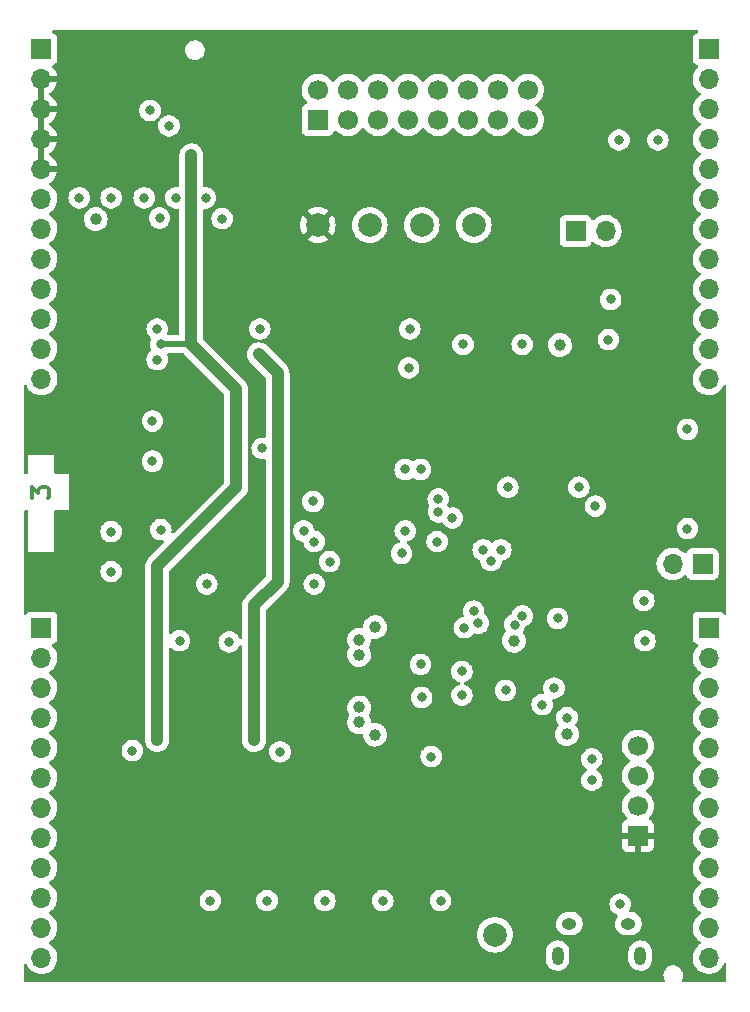
<source format=gbr>
%TF.GenerationSoftware,KiCad,Pcbnew,(5.99.0-12348-g4b436fb86d)*%
%TF.CreationDate,2021-09-23T14:41:55+01:00*%
%TF.ProjectId,Ampelope_Components,416d7065-6c6f-4706-955f-436f6d706f6e,rev?*%
%TF.SameCoordinates,Original*%
%TF.FileFunction,Copper,L3,Inr*%
%TF.FilePolarity,Positive*%
%FSLAX46Y46*%
G04 Gerber Fmt 4.6, Leading zero omitted, Abs format (unit mm)*
G04 Created by KiCad (PCBNEW (5.99.0-12348-g4b436fb86d)) date 2021-09-23 14:41:55*
%MOMM*%
%LPD*%
G01*
G04 APERTURE LIST*
%ADD10C,0.300000*%
%TA.AperFunction,NonConductor*%
%ADD11C,0.300000*%
%TD*%
%TA.AperFunction,ComponentPad*%
%ADD12O,1.250000X0.950000*%
%TD*%
%TA.AperFunction,ComponentPad*%
%ADD13O,1.000000X1.550000*%
%TD*%
%TA.AperFunction,ComponentPad*%
%ADD14R,1.700000X1.700000*%
%TD*%
%TA.AperFunction,ComponentPad*%
%ADD15O,1.700000X1.700000*%
%TD*%
%TA.AperFunction,ComponentPad*%
%ADD16C,1.700000*%
%TD*%
%TA.AperFunction,ComponentPad*%
%ADD17C,2.000000*%
%TD*%
%TA.AperFunction,ViaPad*%
%ADD18C,0.800000*%
%TD*%
%TA.AperFunction,ViaPad*%
%ADD19C,1.000000*%
%TD*%
%TA.AperFunction,Conductor*%
%ADD20C,1.000000*%
%TD*%
%TA.AperFunction,Conductor*%
%ADD21C,0.500000*%
%TD*%
G04 APERTURE END LIST*
D10*
%TO.C,FID1*%
D11*
X101178571Y-90100000D02*
X101178571Y-89171428D01*
X101750000Y-89671428D01*
X101750000Y-89457142D01*
X101821428Y-89314285D01*
X101892857Y-89242857D01*
X102035714Y-89171428D01*
X102392857Y-89171428D01*
X102535714Y-89242857D01*
X102607142Y-89314285D01*
X102678571Y-89457142D01*
X102678571Y-89885714D01*
X102607142Y-90028571D01*
X102535714Y-90100000D01*
%TD*%
D12*
%TO.N,*%
%TO.C,J8*%
X151700000Y-126150000D03*
D13*
X152700000Y-128850000D03*
D12*
X146700000Y-126150000D03*
D13*
%TO.N,unconnected-(J8-Pad6)*%
X145700000Y-128850000D03*
%TD*%
D14*
%TO.N,/Env2_Out*%
%TO.C,J9*%
X147225000Y-67500000D03*
D15*
%TO.N,/Env4_Out*%
X149765000Y-67500000D03*
%TD*%
D14*
%TO.N,+12V*%
%TO.C,J5*%
X125400000Y-58100000D03*
D16*
X125400000Y-55560000D03*
%TO.N,GND*%
X127940000Y-58100000D03*
X127940000Y-55560000D03*
X130480000Y-58100000D03*
X130480000Y-55560000D03*
X133020000Y-58100000D03*
X133020000Y-55560000D03*
%TO.N,-12V*%
X135560000Y-58100000D03*
X135560000Y-55560000D03*
%TO.N,unconnected-(J5-Pad11)*%
X138100000Y-58100000D03*
%TO.N,unconnected-(J5-Pad12)*%
X138100000Y-55560000D03*
%TO.N,unconnected-(J5-Pad13)*%
X140640000Y-58100000D03*
%TO.N,unconnected-(J5-Pad14)*%
X140640000Y-55560000D03*
%TO.N,/Gate_In*%
X143180000Y-58100000D03*
X143180000Y-55560000D03*
%TD*%
D17*
%TO.N,+3V3*%
%TO.C,TP2*%
X125400000Y-67000000D03*
%TD*%
%TO.N,VEE*%
%TO.C,TP4*%
X138600000Y-67000000D03*
%TD*%
%TO.N,VCC*%
%TO.C,TP3*%
X129800000Y-67000000D03*
%TD*%
D14*
%TO.N,+3V3*%
%TO.C,J7*%
X152500000Y-118710000D03*
D16*
%TO.N,GND*%
X152500000Y-116170000D03*
%TO.N,/SWIO*%
X152500000Y-113630000D03*
%TO.N,/SWCLK*%
X152500000Y-111090000D03*
%TD*%
D14*
%TO.N,/UART3_TX*%
%TO.C,J6*%
X157975000Y-95700000D03*
D15*
%TO.N,/UART3_RX*%
X155435000Y-95700000D03*
%TD*%
D17*
%TO.N,GND*%
%TO.C,TP1*%
X134200000Y-67000000D03*
%TD*%
%TO.N,GND*%
%TO.C,TP5*%
X140400000Y-127100000D03*
%TD*%
D14*
%TO.N,/EnvA_Attack*%
%TO.C,J4*%
X158500000Y-101100000D03*
D15*
%TO.N,/EnvA_Decay*%
X158500000Y-103640000D03*
%TO.N,/EnvA_Sustain*%
X158500000Y-106180000D03*
%TO.N,/EnvA_Release*%
X158500000Y-108720000D03*
%TO.N,GND*%
X158500000Y-111260000D03*
%TO.N,/Env1_LFO*%
X158500000Y-113800000D03*
%TO.N,/Env1_Short*%
X158500000Y-116340000D03*
%TO.N,/Env2_LFO*%
X158500000Y-118880000D03*
%TO.N,/Env2_Short*%
X158500000Y-121420000D03*
%TO.N,/Env3_LFO*%
X158500000Y-123960000D03*
%TO.N,/Env3_Short*%
X158500000Y-126500000D03*
%TO.N,/Env4_LFO*%
X158500000Y-129040000D03*
%TD*%
D14*
%TO.N,GND*%
%TO.C,J2*%
X102000000Y-101100000D03*
D15*
%TO.N,/Audio1_In*%
X102000000Y-103640000D03*
%TO.N,/Audio2_In*%
X102000000Y-106180000D03*
%TO.N,/Audio3_In*%
X102000000Y-108720000D03*
%TO.N,/Audio4_In*%
X102000000Y-111260000D03*
%TO.N,/LFO_Speed*%
X102000000Y-113800000D03*
%TO.N,/Env4_Short*%
X102000000Y-116340000D03*
%TO.N,/Gate1_In*%
X102000000Y-118880000D03*
%TO.N,/Gate2_In*%
X102000000Y-121420000D03*
%TO.N,/Gate3_In*%
X102000000Y-123960000D03*
%TO.N,/Gate4_In*%
X102000000Y-126500000D03*
%TO.N,/Clock_In*%
X102000000Y-129040000D03*
%TD*%
D14*
%TO.N,/Gate_In*%
%TO.C,J1*%
X102000000Y-52100000D03*
D15*
%TO.N,+3V3*%
X102000000Y-54640000D03*
X102000000Y-57180000D03*
X102000000Y-59720000D03*
X102000000Y-62260000D03*
%TO.N,GND*%
X102000000Y-64800000D03*
%TO.N,/Audio4_Out*%
X102000000Y-67340000D03*
%TO.N,/Audio3_Out*%
X102000000Y-69880000D03*
%TO.N,/Audio2_Out*%
X102000000Y-72420000D03*
%TO.N,GND*%
X102000000Y-74960000D03*
X102000000Y-77500000D03*
%TO.N,/Audio1_Out*%
X102000000Y-80040000D03*
%TD*%
D14*
%TO.N,GND*%
%TO.C,J3*%
X158500000Y-52100000D03*
D15*
X158500000Y-54640000D03*
%TO.N,/Led1_Out*%
X158500000Y-57180000D03*
%TO.N,/Env1_Out*%
X158500000Y-59720000D03*
%TO.N,/Led2_Out*%
X158500000Y-62260000D03*
%TO.N,/Led4_Out*%
X158500000Y-64800000D03*
%TO.N,/Env3_Out*%
X158500000Y-67340000D03*
%TO.N,/Led3_Out*%
X158500000Y-69880000D03*
%TO.N,/EnvB_Release*%
X158500000Y-72420000D03*
%TO.N,/EnvB_Sustain*%
X158500000Y-74960000D03*
%TO.N,/EnvB_Decay*%
X158500000Y-77500000D03*
%TO.N,/EnvB_Attack*%
X158500000Y-80040000D03*
%TD*%
D18*
%TO.N,GND*%
X145700000Y-100300000D03*
X110700000Y-64700000D03*
X107900000Y-64700000D03*
X120500000Y-75800000D03*
X134200000Y-107000000D03*
X111400000Y-83600000D03*
X147500000Y-89200000D03*
D19*
X128900000Y-109100000D03*
D18*
X122200000Y-111600000D03*
X137600000Y-106800000D03*
X111800000Y-75800000D03*
X144400000Y-107600000D03*
X141300000Y-106400000D03*
X133200000Y-75800000D03*
D19*
X145900000Y-77150000D03*
D18*
X109700000Y-111500000D03*
X111400000Y-87000000D03*
X112000000Y-66400000D03*
X135500000Y-93800000D03*
D19*
X128900000Y-102100000D03*
D18*
%TO.N,+3V3*%
X116100000Y-122500000D03*
%TO.N,GND*%
X117900000Y-102300000D03*
X124200000Y-92900000D03*
D19*
X128900000Y-107850000D03*
D18*
X156700000Y-84300000D03*
X107900000Y-92950000D03*
X150200000Y-73300000D03*
X134100000Y-87700000D03*
X113700000Y-102200000D03*
D19*
X128900000Y-103400000D03*
D18*
X116000000Y-97400000D03*
X156700000Y-92700000D03*
X137600000Y-104800000D03*
%TO.N,+3V3*%
X130700000Y-122500000D03*
%TO.N,GND*%
X134100000Y-104200000D03*
X148600000Y-112200000D03*
X112800000Y-58600000D03*
%TO.N,+3V3*%
X135700000Y-122500000D03*
%TO.N,GND*%
X133100000Y-79100000D03*
%TO.N,+3V3*%
X125800000Y-122500000D03*
%TO.N,GND*%
X135000000Y-112000000D03*
X148900000Y-90800000D03*
X148600000Y-114000000D03*
D19*
X130250000Y-101050000D03*
D18*
X150000000Y-76700000D03*
X154200000Y-59800000D03*
X141500000Y-89200000D03*
D19*
X142000000Y-102200000D03*
D18*
X115900000Y-64700000D03*
D19*
X106600000Y-66500000D03*
D18*
X151000000Y-124500000D03*
X107900000Y-96350000D03*
D19*
X146500000Y-110100000D03*
D18*
X113400000Y-64700000D03*
X139000000Y-100700000D03*
X111200000Y-57300000D03*
X105200000Y-64700000D03*
X111800000Y-78400000D03*
X126400000Y-95500000D03*
X120700000Y-85900000D03*
X140900000Y-94500000D03*
X150900000Y-59800000D03*
D19*
X130250000Y-110150000D03*
D18*
%TO.N,+3V3*%
X120900000Y-122500000D03*
%TO.N,GND*%
X153000000Y-98800000D03*
X153100000Y-102200000D03*
X117300000Y-66450000D03*
X135600000Y-90200000D03*
X136800000Y-91800000D03*
%TO.N,VCC*%
X111800000Y-110600000D03*
X112100000Y-77100000D03*
X118500000Y-89200000D03*
X114700000Y-61100000D03*
X137700000Y-77100000D03*
%TO.N,VEE*%
X142700000Y-77100000D03*
X120000000Y-110600000D03*
X120000000Y-99500000D03*
X120400000Y-77949500D03*
D19*
%TO.N,+3V3*%
X104500000Y-56000000D03*
X108700000Y-61700000D03*
X104500000Y-54100000D03*
D18*
X129200000Y-106400000D03*
D19*
X104500000Y-59800000D03*
D18*
X129200000Y-104800000D03*
D19*
X108700000Y-52200000D03*
D18*
X145400000Y-96300000D03*
D19*
X108700000Y-57900000D03*
X106500000Y-57900000D03*
D18*
%TO.N,GND*%
X121100000Y-124200000D03*
%TO.N,+3V3*%
X135600000Y-97700000D03*
X149700000Y-98900000D03*
%TO.N,GND*%
X126000000Y-124200000D03*
D19*
%TO.N,+3V3*%
X106500000Y-52200000D03*
X108700000Y-59800000D03*
X104500000Y-57900000D03*
X108700000Y-54100000D03*
X108700000Y-56000000D03*
X104500000Y-52200000D03*
D18*
%TO.N,GND*%
X135800000Y-124200000D03*
%TO.N,+3V3*%
X145400000Y-114900000D03*
D19*
X104500000Y-61700000D03*
D18*
%TO.N,GND*%
X116300000Y-124200000D03*
X130900000Y-124200000D03*
%TO.N,+3V3*%
X135500000Y-110200000D03*
%TO.N,/Env1_Scaled*%
X125000000Y-90400000D03*
X112105000Y-92795000D03*
%TO.N,/Env3_DAC*%
X132500000Y-94800000D03*
X135618550Y-91281450D03*
%TO.N,/Env2_DAC*%
X132800000Y-87700000D03*
X132806250Y-92893750D03*
%TO.N,/Audio4_In_Buff*%
X125100000Y-97400000D03*
X125100000Y-93800000D03*
%TO.N,/EnvA_Attack*%
X142712766Y-100090590D03*
%TO.N,/EnvA_Decay*%
X142059414Y-100846987D03*
%TO.N,/EnvA_Release*%
X146500000Y-108700000D03*
%TO.N,/EnvA_Sustain*%
X145400000Y-106200000D03*
%TO.N,/EnvB_Attack*%
X140074500Y-95413357D03*
%TO.N,/EnvB_Decay*%
X139400000Y-94500000D03*
%TO.N,/EnvB_Release*%
X137800000Y-101100000D03*
%TO.N,/EnvB_Sustain*%
X138600000Y-99700000D03*
%TD*%
D20*
%TO.N,VCC*%
X114700000Y-77100000D02*
X118500000Y-80900000D01*
X114700000Y-61100000D02*
X114700000Y-77100000D01*
X118500000Y-80900000D02*
X118500000Y-89200000D01*
D21*
X112100000Y-77100000D02*
X114700000Y-77100000D01*
D20*
X118500000Y-89200000D02*
X111800000Y-95900000D01*
X111800000Y-95900000D02*
X111800000Y-110600000D01*
%TO.N,VEE*%
X120100000Y-99100000D02*
X122000000Y-97200000D01*
X122000000Y-79549500D02*
X120400000Y-77949500D01*
X122000000Y-97200000D02*
X122000000Y-79549500D01*
X120000000Y-110600000D02*
X120000000Y-99200000D01*
%TD*%
%TA.AperFunction,Conductor*%
%TO.N,+3V3*%
G36*
X157553633Y-50528002D02*
G01*
X157600126Y-50581658D01*
X157610230Y-50651932D01*
X157580736Y-50716512D01*
X157529742Y-50751982D01*
X157403295Y-50799385D01*
X157286739Y-50886739D01*
X157199385Y-51003295D01*
X157148255Y-51139684D01*
X157141500Y-51201866D01*
X157141500Y-52998134D01*
X157148255Y-53060316D01*
X157199385Y-53196705D01*
X157286739Y-53313261D01*
X157403295Y-53400615D01*
X157411704Y-53403767D01*
X157411705Y-53403768D01*
X157520451Y-53444535D01*
X157577216Y-53487176D01*
X157601916Y-53553738D01*
X157586709Y-53623087D01*
X157567316Y-53649568D01*
X157440629Y-53782138D01*
X157437715Y-53786410D01*
X157437714Y-53786411D01*
X157425409Y-53804450D01*
X157314743Y-53966680D01*
X157299007Y-54000580D01*
X157222965Y-54164400D01*
X157220688Y-54169305D01*
X157160989Y-54384570D01*
X157137251Y-54606695D01*
X157137548Y-54611848D01*
X157137548Y-54611851D01*
X157142754Y-54702138D01*
X157150110Y-54829715D01*
X157151247Y-54834761D01*
X157151248Y-54834767D01*
X157168645Y-54911962D01*
X157199222Y-55047639D01*
X157283266Y-55254616D01*
X157399987Y-55445088D01*
X157546250Y-55613938D01*
X157622376Y-55677139D01*
X157703570Y-55744547D01*
X157718126Y-55756632D01*
X157788595Y-55797811D01*
X157791445Y-55799476D01*
X157840169Y-55851114D01*
X157853240Y-55920897D01*
X157826509Y-55986669D01*
X157786055Y-56020027D01*
X157773607Y-56026507D01*
X157769474Y-56029610D01*
X157769471Y-56029612D01*
X157599100Y-56157530D01*
X157594965Y-56160635D01*
X157440629Y-56322138D01*
X157437715Y-56326410D01*
X157437714Y-56326411D01*
X157367164Y-56429834D01*
X157314743Y-56506680D01*
X157272362Y-56597983D01*
X157222965Y-56704400D01*
X157220688Y-56709305D01*
X157160989Y-56924570D01*
X157137251Y-57146695D01*
X157137548Y-57151848D01*
X157137548Y-57151851D01*
X157142754Y-57242138D01*
X157150110Y-57369715D01*
X157151247Y-57374761D01*
X157151248Y-57374767D01*
X157168645Y-57451962D01*
X157199222Y-57587639D01*
X157283266Y-57794616D01*
X157295660Y-57814841D01*
X157393165Y-57973955D01*
X157399987Y-57985088D01*
X157546250Y-58153938D01*
X157718126Y-58296632D01*
X157788595Y-58337811D01*
X157791445Y-58339476D01*
X157840169Y-58391114D01*
X157853240Y-58460897D01*
X157826509Y-58526669D01*
X157786055Y-58560027D01*
X157773607Y-58566507D01*
X157769474Y-58569610D01*
X157769471Y-58569612D01*
X157599100Y-58697530D01*
X157594965Y-58700635D01*
X157440629Y-58862138D01*
X157437715Y-58866410D01*
X157437714Y-58866411D01*
X157408669Y-58908990D01*
X157314743Y-59046680D01*
X157272362Y-59137983D01*
X157222965Y-59244400D01*
X157220688Y-59249305D01*
X157160989Y-59464570D01*
X157137251Y-59686695D01*
X157137548Y-59691848D01*
X157137548Y-59691851D01*
X157149812Y-59904547D01*
X157150110Y-59909715D01*
X157151247Y-59914761D01*
X157151248Y-59914767D01*
X157164597Y-59974000D01*
X157199222Y-60127639D01*
X157283266Y-60334616D01*
X157399987Y-60525088D01*
X157546250Y-60693938D01*
X157718126Y-60836632D01*
X157788595Y-60877811D01*
X157791445Y-60879476D01*
X157840169Y-60931114D01*
X157853240Y-61000897D01*
X157826509Y-61066669D01*
X157786055Y-61100027D01*
X157773607Y-61106507D01*
X157769474Y-61109610D01*
X157769471Y-61109612D01*
X157745247Y-61127800D01*
X157594965Y-61240635D01*
X157440629Y-61402138D01*
X157437715Y-61406410D01*
X157437714Y-61406411D01*
X157425404Y-61424457D01*
X157314743Y-61586680D01*
X157299007Y-61620580D01*
X157222965Y-61784400D01*
X157220688Y-61789305D01*
X157160989Y-62004570D01*
X157137251Y-62226695D01*
X157150110Y-62449715D01*
X157151247Y-62454761D01*
X157151248Y-62454767D01*
X157164597Y-62514000D01*
X157199222Y-62667639D01*
X157283266Y-62874616D01*
X157399987Y-63065088D01*
X157546250Y-63233938D01*
X157718126Y-63376632D01*
X157788595Y-63417811D01*
X157791445Y-63419476D01*
X157840169Y-63471114D01*
X157853240Y-63540897D01*
X157826509Y-63606669D01*
X157786055Y-63640027D01*
X157773607Y-63646507D01*
X157769474Y-63649610D01*
X157769471Y-63649612D01*
X157641511Y-63745687D01*
X157594965Y-63780635D01*
X157440629Y-63942138D01*
X157437715Y-63946410D01*
X157437714Y-63946411D01*
X157352556Y-64071249D01*
X157314743Y-64126680D01*
X157300136Y-64158148D01*
X157223516Y-64323213D01*
X157220688Y-64329305D01*
X157160989Y-64544570D01*
X157137251Y-64766695D01*
X157137548Y-64771848D01*
X157137548Y-64771851D01*
X157143011Y-64866590D01*
X157150110Y-64989715D01*
X157151247Y-64994761D01*
X157151248Y-64994767D01*
X157168554Y-65071556D01*
X157199222Y-65207639D01*
X157237461Y-65301811D01*
X157268750Y-65378866D01*
X157283266Y-65414616D01*
X157327768Y-65487237D01*
X157386998Y-65583891D01*
X157399987Y-65605088D01*
X157546250Y-65773938D01*
X157718126Y-65916632D01*
X157756754Y-65939204D01*
X157791445Y-65959476D01*
X157840169Y-66011114D01*
X157853240Y-66080897D01*
X157826509Y-66146669D01*
X157786055Y-66180027D01*
X157778817Y-66183795D01*
X157773607Y-66186507D01*
X157769474Y-66189610D01*
X157769471Y-66189612D01*
X157599100Y-66317530D01*
X157594965Y-66320635D01*
X157591393Y-66324373D01*
X157445033Y-66477530D01*
X157440629Y-66482138D01*
X157437715Y-66486410D01*
X157437714Y-66486411D01*
X157403056Y-66537218D01*
X157314743Y-66666680D01*
X157299007Y-66700580D01*
X157223516Y-66863213D01*
X157220688Y-66869305D01*
X157160989Y-67084570D01*
X157137251Y-67306695D01*
X157137548Y-67311848D01*
X157137548Y-67311851D01*
X157143011Y-67406590D01*
X157150110Y-67529715D01*
X157151247Y-67534761D01*
X157151248Y-67534767D01*
X157157665Y-67563240D01*
X157199222Y-67747639D01*
X157283266Y-67954616D01*
X157285965Y-67959020D01*
X157351653Y-68066213D01*
X157399987Y-68145088D01*
X157546250Y-68313938D01*
X157718126Y-68456632D01*
X157788595Y-68497811D01*
X157791445Y-68499476D01*
X157840169Y-68551114D01*
X157853240Y-68620897D01*
X157826509Y-68686669D01*
X157786055Y-68720027D01*
X157773607Y-68726507D01*
X157769474Y-68729610D01*
X157769471Y-68729612D01*
X157599100Y-68857530D01*
X157594965Y-68860635D01*
X157440629Y-69022138D01*
X157314743Y-69206680D01*
X157299007Y-69240580D01*
X157223516Y-69403213D01*
X157220688Y-69409305D01*
X157160989Y-69624570D01*
X157137251Y-69846695D01*
X157137548Y-69851848D01*
X157137548Y-69851851D01*
X157143011Y-69946590D01*
X157150110Y-70069715D01*
X157151247Y-70074761D01*
X157151248Y-70074767D01*
X157171119Y-70162939D01*
X157199222Y-70287639D01*
X157283266Y-70494616D01*
X157399987Y-70685088D01*
X157546250Y-70853938D01*
X157718126Y-70996632D01*
X157788595Y-71037811D01*
X157791445Y-71039476D01*
X157840169Y-71091114D01*
X157853240Y-71160897D01*
X157826509Y-71226669D01*
X157786055Y-71260027D01*
X157773607Y-71266507D01*
X157769474Y-71269610D01*
X157769471Y-71269612D01*
X157745247Y-71287800D01*
X157594965Y-71400635D01*
X157440629Y-71562138D01*
X157314743Y-71746680D01*
X157299007Y-71780580D01*
X157223516Y-71943213D01*
X157220688Y-71949305D01*
X157160989Y-72164570D01*
X157137251Y-72386695D01*
X157137548Y-72391848D01*
X157137548Y-72391851D01*
X157143011Y-72486590D01*
X157150110Y-72609715D01*
X157151247Y-72614761D01*
X157151248Y-72614767D01*
X157151808Y-72617251D01*
X157199222Y-72827639D01*
X157283266Y-73034616D01*
X157399987Y-73225088D01*
X157546250Y-73393938D01*
X157718126Y-73536632D01*
X157788595Y-73577811D01*
X157791445Y-73579476D01*
X157840169Y-73631114D01*
X157853240Y-73700897D01*
X157826509Y-73766669D01*
X157786055Y-73800027D01*
X157773607Y-73806507D01*
X157769474Y-73809610D01*
X157769471Y-73809612D01*
X157599100Y-73937530D01*
X157594965Y-73940635D01*
X157440629Y-74102138D01*
X157314743Y-74286680D01*
X157299007Y-74320580D01*
X157223516Y-74483213D01*
X157220688Y-74489305D01*
X157160989Y-74704570D01*
X157137251Y-74926695D01*
X157137548Y-74931848D01*
X157137548Y-74931851D01*
X157143011Y-75026590D01*
X157150110Y-75149715D01*
X157151247Y-75154761D01*
X157151248Y-75154767D01*
X157171119Y-75242939D01*
X157199222Y-75367639D01*
X157283266Y-75574616D01*
X157399987Y-75765088D01*
X157546250Y-75933938D01*
X157718126Y-76076632D01*
X157788595Y-76117811D01*
X157791445Y-76119476D01*
X157840169Y-76171114D01*
X157853240Y-76240897D01*
X157826509Y-76306669D01*
X157786055Y-76340027D01*
X157773607Y-76346507D01*
X157769474Y-76349610D01*
X157769471Y-76349612D01*
X157599100Y-76477530D01*
X157594965Y-76480635D01*
X157440629Y-76642138D01*
X157437715Y-76646410D01*
X157437714Y-76646411D01*
X157404708Y-76694796D01*
X157314743Y-76826680D01*
X157282470Y-76896206D01*
X157223516Y-77023213D01*
X157220688Y-77029305D01*
X157160989Y-77244570D01*
X157137251Y-77466695D01*
X157137548Y-77471848D01*
X157137548Y-77471851D01*
X157142983Y-77566109D01*
X157150110Y-77689715D01*
X157151247Y-77694761D01*
X157151248Y-77694767D01*
X157170201Y-77778866D01*
X157199222Y-77907639D01*
X157249281Y-78030921D01*
X157274090Y-78092017D01*
X157283266Y-78114616D01*
X157330380Y-78191500D01*
X157356358Y-78233891D01*
X157399987Y-78305088D01*
X157546250Y-78473938D01*
X157718126Y-78616632D01*
X157788595Y-78657811D01*
X157791445Y-78659476D01*
X157840169Y-78711114D01*
X157853240Y-78780897D01*
X157826509Y-78846669D01*
X157786055Y-78880027D01*
X157773607Y-78886507D01*
X157769474Y-78889610D01*
X157769471Y-78889612D01*
X157625679Y-78997574D01*
X157594965Y-79020635D01*
X157591393Y-79024373D01*
X157449124Y-79173249D01*
X157440629Y-79182138D01*
X157314743Y-79366680D01*
X157299007Y-79400580D01*
X157223516Y-79563213D01*
X157220688Y-79569305D01*
X157160989Y-79784570D01*
X157137251Y-80006695D01*
X157137548Y-80011848D01*
X157137548Y-80011851D01*
X157147586Y-80185938D01*
X157150110Y-80229715D01*
X157151247Y-80234761D01*
X157151248Y-80234767D01*
X157171119Y-80322939D01*
X157199222Y-80447639D01*
X157237461Y-80541811D01*
X157266377Y-80613022D01*
X157283266Y-80654616D01*
X157399987Y-80845088D01*
X157546250Y-81013938D01*
X157718126Y-81156632D01*
X157911000Y-81269338D01*
X158119692Y-81349030D01*
X158124760Y-81350061D01*
X158124763Y-81350062D01*
X158232017Y-81371883D01*
X158338597Y-81393567D01*
X158343772Y-81393757D01*
X158343774Y-81393757D01*
X158556673Y-81401564D01*
X158556677Y-81401564D01*
X158561837Y-81401753D01*
X158566957Y-81401097D01*
X158566959Y-81401097D01*
X158778288Y-81374025D01*
X158778289Y-81374025D01*
X158783416Y-81373368D01*
X158794892Y-81369925D01*
X158992429Y-81310661D01*
X158992434Y-81310659D01*
X158997384Y-81309174D01*
X159197994Y-81210896D01*
X159379860Y-81081173D01*
X159538096Y-80923489D01*
X159597594Y-80840689D01*
X159665435Y-80746277D01*
X159668453Y-80742077D01*
X159684654Y-80709298D01*
X159753043Y-80570921D01*
X159801156Y-80518714D01*
X159869858Y-80500807D01*
X159937334Y-80522885D01*
X159982162Y-80577939D01*
X159992000Y-80626748D01*
X159992000Y-99880441D01*
X159971998Y-99948562D01*
X159918342Y-99995055D01*
X159848068Y-100005159D01*
X159783488Y-99975665D01*
X159765174Y-99956006D01*
X159718643Y-99893920D01*
X159718642Y-99893919D01*
X159713261Y-99886739D01*
X159596705Y-99799385D01*
X159460316Y-99748255D01*
X159398134Y-99741500D01*
X157601866Y-99741500D01*
X157539684Y-99748255D01*
X157403295Y-99799385D01*
X157286739Y-99886739D01*
X157199385Y-100003295D01*
X157148255Y-100139684D01*
X157141500Y-100201866D01*
X157141500Y-101998134D01*
X157148255Y-102060316D01*
X157199385Y-102196705D01*
X157286739Y-102313261D01*
X157403295Y-102400615D01*
X157411704Y-102403767D01*
X157411705Y-102403768D01*
X157520451Y-102444535D01*
X157577216Y-102487176D01*
X157601916Y-102553738D01*
X157586709Y-102623087D01*
X157567316Y-102649568D01*
X157440629Y-102782138D01*
X157437715Y-102786410D01*
X157437714Y-102786411D01*
X157428010Y-102800637D01*
X157314743Y-102966680D01*
X157282965Y-103035141D01*
X157223516Y-103163213D01*
X157220688Y-103169305D01*
X157160989Y-103384570D01*
X157160440Y-103389707D01*
X157159715Y-103396495D01*
X157137251Y-103606695D01*
X157137548Y-103611848D01*
X157137548Y-103611851D01*
X157143011Y-103706590D01*
X157150110Y-103829715D01*
X157151247Y-103834761D01*
X157151248Y-103834767D01*
X157164034Y-103891500D01*
X157199222Y-104047639D01*
X157237461Y-104141811D01*
X157272517Y-104228143D01*
X157283266Y-104254616D01*
X157285965Y-104259020D01*
X157389788Y-104428444D01*
X157399987Y-104445088D01*
X157546250Y-104613938D01*
X157718126Y-104756632D01*
X157781107Y-104793435D01*
X157791445Y-104799476D01*
X157840169Y-104851114D01*
X157853240Y-104920897D01*
X157826509Y-104986669D01*
X157786055Y-105020027D01*
X157773607Y-105026507D01*
X157769474Y-105029610D01*
X157769471Y-105029612D01*
X157664402Y-105108500D01*
X157594965Y-105160635D01*
X157440629Y-105322138D01*
X157437715Y-105326410D01*
X157437714Y-105326411D01*
X157432612Y-105333891D01*
X157314743Y-105506680D01*
X157299007Y-105540580D01*
X157223516Y-105703213D01*
X157220688Y-105709305D01*
X157160989Y-105924570D01*
X157137251Y-106146695D01*
X157137548Y-106151848D01*
X157137548Y-106151851D01*
X157143011Y-106246590D01*
X157150110Y-106369715D01*
X157151247Y-106374761D01*
X157151248Y-106374767D01*
X157171119Y-106462939D01*
X157199222Y-106587639D01*
X157283266Y-106794616D01*
X157296759Y-106816635D01*
X157363806Y-106926045D01*
X157399987Y-106985088D01*
X157546250Y-107153938D01*
X157718126Y-107296632D01*
X157736088Y-107307128D01*
X157791445Y-107339476D01*
X157840169Y-107391114D01*
X157853240Y-107460897D01*
X157826509Y-107526669D01*
X157786055Y-107560027D01*
X157773607Y-107566507D01*
X157769474Y-107569610D01*
X157769471Y-107569612D01*
X157599100Y-107697530D01*
X157594965Y-107700635D01*
X157591393Y-107704373D01*
X157505932Y-107793803D01*
X157440629Y-107862138D01*
X157437715Y-107866410D01*
X157437714Y-107866411D01*
X157435153Y-107870166D01*
X157314743Y-108046680D01*
X157299107Y-108080365D01*
X157223516Y-108243213D01*
X157220688Y-108249305D01*
X157160989Y-108464570D01*
X157137251Y-108686695D01*
X157137548Y-108691848D01*
X157137548Y-108691851D01*
X157143011Y-108786590D01*
X157150110Y-108909715D01*
X157151247Y-108914761D01*
X157151248Y-108914767D01*
X157171119Y-109002939D01*
X157199222Y-109127639D01*
X157283266Y-109334616D01*
X157399987Y-109525088D01*
X157546250Y-109693938D01*
X157718126Y-109836632D01*
X157739526Y-109849137D01*
X157791445Y-109879476D01*
X157840169Y-109931114D01*
X157853240Y-110000897D01*
X157826509Y-110066669D01*
X157786055Y-110100027D01*
X157773607Y-110106507D01*
X157769474Y-110109610D01*
X157769471Y-110109612D01*
X157599100Y-110237530D01*
X157594965Y-110240635D01*
X157573544Y-110263051D01*
X157472877Y-110368393D01*
X157440629Y-110402138D01*
X157437715Y-110406410D01*
X157437714Y-110406411D01*
X157369557Y-110506326D01*
X157314743Y-110586680D01*
X157272913Y-110676796D01*
X157223516Y-110783213D01*
X157220688Y-110789305D01*
X157160989Y-111004570D01*
X157137251Y-111226695D01*
X157137548Y-111231848D01*
X157137548Y-111231851D01*
X157142863Y-111324032D01*
X157150110Y-111449715D01*
X157151247Y-111454761D01*
X157151248Y-111454767D01*
X157159963Y-111493435D01*
X157199222Y-111667639D01*
X157283266Y-111874616D01*
X157399987Y-112065088D01*
X157546250Y-112233938D01*
X157718126Y-112376632D01*
X157742916Y-112391118D01*
X157791445Y-112419476D01*
X157840169Y-112471114D01*
X157853240Y-112540897D01*
X157826509Y-112606669D01*
X157786055Y-112640027D01*
X157773607Y-112646507D01*
X157769474Y-112649610D01*
X157769471Y-112649612D01*
X157599100Y-112777530D01*
X157594965Y-112780635D01*
X157573544Y-112803051D01*
X157497383Y-112882749D01*
X157440629Y-112942138D01*
X157437715Y-112946410D01*
X157437714Y-112946411D01*
X157407577Y-112990590D01*
X157314743Y-113126680D01*
X157300329Y-113157733D01*
X157223516Y-113323213D01*
X157220688Y-113329305D01*
X157160989Y-113544570D01*
X157137251Y-113766695D01*
X157137548Y-113771848D01*
X157137548Y-113771851D01*
X157143011Y-113866590D01*
X157150110Y-113989715D01*
X157151247Y-113994761D01*
X157151248Y-113994767D01*
X157160910Y-114037639D01*
X157199222Y-114207639D01*
X157283266Y-114414616D01*
X157399987Y-114605088D01*
X157546250Y-114773938D01*
X157718126Y-114916632D01*
X157788595Y-114957811D01*
X157791445Y-114959476D01*
X157840169Y-115011114D01*
X157853240Y-115080897D01*
X157826509Y-115146669D01*
X157786055Y-115180027D01*
X157773607Y-115186507D01*
X157769474Y-115189610D01*
X157769471Y-115189612D01*
X157599100Y-115317530D01*
X157594965Y-115320635D01*
X157440629Y-115482138D01*
X157437715Y-115486410D01*
X157437714Y-115486411D01*
X157407577Y-115530590D01*
X157314743Y-115666680D01*
X157299599Y-115699305D01*
X157223516Y-115863213D01*
X157220688Y-115869305D01*
X157160989Y-116084570D01*
X157137251Y-116306695D01*
X157137548Y-116311848D01*
X157137548Y-116311851D01*
X157143011Y-116406590D01*
X157150110Y-116529715D01*
X157151247Y-116534761D01*
X157151248Y-116534767D01*
X157160910Y-116577639D01*
X157199222Y-116747639D01*
X157283266Y-116954616D01*
X157399987Y-117145088D01*
X157546250Y-117313938D01*
X157718126Y-117456632D01*
X157756456Y-117479030D01*
X157791445Y-117499476D01*
X157840169Y-117551114D01*
X157853240Y-117620897D01*
X157826509Y-117686669D01*
X157786055Y-117720027D01*
X157773607Y-117726507D01*
X157769474Y-117729610D01*
X157769471Y-117729612D01*
X157655308Y-117815328D01*
X157594965Y-117860635D01*
X157440629Y-118022138D01*
X157314743Y-118206680D01*
X157299007Y-118240580D01*
X157223516Y-118403213D01*
X157220688Y-118409305D01*
X157160989Y-118624570D01*
X157137251Y-118846695D01*
X157137548Y-118851848D01*
X157137548Y-118851851D01*
X157144111Y-118965671D01*
X157150110Y-119069715D01*
X157151247Y-119074761D01*
X157151248Y-119074767D01*
X157171119Y-119162939D01*
X157199222Y-119287639D01*
X157283266Y-119494616D01*
X157399987Y-119685088D01*
X157546250Y-119853938D01*
X157718126Y-119996632D01*
X157732080Y-120004786D01*
X157791445Y-120039476D01*
X157840169Y-120091114D01*
X157853240Y-120160897D01*
X157826509Y-120226669D01*
X157786055Y-120260027D01*
X157773607Y-120266507D01*
X157769474Y-120269610D01*
X157769471Y-120269612D01*
X157745247Y-120287800D01*
X157594965Y-120400635D01*
X157440629Y-120562138D01*
X157314743Y-120746680D01*
X157299007Y-120780580D01*
X157223516Y-120943213D01*
X157220688Y-120949305D01*
X157160989Y-121164570D01*
X157137251Y-121386695D01*
X157137548Y-121391848D01*
X157137548Y-121391851D01*
X157143011Y-121486590D01*
X157150110Y-121609715D01*
X157151247Y-121614761D01*
X157151248Y-121614767D01*
X157171119Y-121702939D01*
X157199222Y-121827639D01*
X157283266Y-122034616D01*
X157399987Y-122225088D01*
X157546250Y-122393938D01*
X157718126Y-122536632D01*
X157788595Y-122577811D01*
X157791445Y-122579476D01*
X157840169Y-122631114D01*
X157853240Y-122700897D01*
X157826509Y-122766669D01*
X157786055Y-122800027D01*
X157773607Y-122806507D01*
X157769474Y-122809610D01*
X157769471Y-122809612D01*
X157745247Y-122827800D01*
X157594965Y-122940635D01*
X157440629Y-123102138D01*
X157314743Y-123286680D01*
X157272913Y-123376796D01*
X157223516Y-123483213D01*
X157220688Y-123489305D01*
X157160989Y-123704570D01*
X157137251Y-123926695D01*
X157137548Y-123931848D01*
X157137548Y-123931851D01*
X157143011Y-124026590D01*
X157150110Y-124149715D01*
X157151247Y-124154761D01*
X157151248Y-124154767D01*
X157159963Y-124193435D01*
X157199222Y-124367639D01*
X157283266Y-124574616D01*
X157399987Y-124765088D01*
X157546250Y-124933938D01*
X157718126Y-125076632D01*
X157770314Y-125107128D01*
X157791445Y-125119476D01*
X157840169Y-125171114D01*
X157853240Y-125240897D01*
X157826509Y-125306669D01*
X157786055Y-125340027D01*
X157773607Y-125346507D01*
X157769474Y-125349610D01*
X157769471Y-125349612D01*
X157604734Y-125473300D01*
X157594965Y-125480635D01*
X157591393Y-125484373D01*
X157475675Y-125605465D01*
X157440629Y-125642138D01*
X157314743Y-125826680D01*
X157299007Y-125860580D01*
X157223516Y-126023213D01*
X157220688Y-126029305D01*
X157160989Y-126244570D01*
X157137251Y-126466695D01*
X157137548Y-126471848D01*
X157137548Y-126471851D01*
X157143011Y-126566590D01*
X157150110Y-126689715D01*
X157151247Y-126694761D01*
X157151248Y-126694767D01*
X157163189Y-126747750D01*
X157199222Y-126907639D01*
X157283266Y-127114616D01*
X157399987Y-127305088D01*
X157546250Y-127473938D01*
X157718126Y-127616632D01*
X157747283Y-127633670D01*
X157791445Y-127659476D01*
X157840169Y-127711114D01*
X157853240Y-127780897D01*
X157826509Y-127846669D01*
X157786055Y-127880027D01*
X157773607Y-127886507D01*
X157769474Y-127889610D01*
X157769471Y-127889612D01*
X157631538Y-127993175D01*
X157594965Y-128020635D01*
X157440629Y-128182138D01*
X157437715Y-128186410D01*
X157437714Y-128186411D01*
X157425404Y-128204457D01*
X157314743Y-128366680D01*
X157299007Y-128400580D01*
X157223516Y-128563213D01*
X157220688Y-128569305D01*
X157160989Y-128784570D01*
X157137251Y-129006695D01*
X157137548Y-129011848D01*
X157137548Y-129011851D01*
X157149812Y-129224547D01*
X157150110Y-129229715D01*
X157151247Y-129234761D01*
X157151248Y-129234767D01*
X157170870Y-129321833D01*
X157199222Y-129447639D01*
X157283266Y-129654616D01*
X157285965Y-129659020D01*
X157393358Y-129834270D01*
X157399987Y-129845088D01*
X157546250Y-130013938D01*
X157718126Y-130156632D01*
X157911000Y-130269338D01*
X158119692Y-130349030D01*
X158124760Y-130350061D01*
X158124763Y-130350062D01*
X158176078Y-130360502D01*
X158338597Y-130393567D01*
X158343772Y-130393757D01*
X158343774Y-130393757D01*
X158556673Y-130401564D01*
X158556677Y-130401564D01*
X158561837Y-130401753D01*
X158566957Y-130401097D01*
X158566959Y-130401097D01*
X158778288Y-130374025D01*
X158778289Y-130374025D01*
X158783416Y-130373368D01*
X158788366Y-130371883D01*
X158992429Y-130310661D01*
X158992434Y-130310659D01*
X158997384Y-130309174D01*
X159197994Y-130210896D01*
X159379860Y-130081173D01*
X159538096Y-129923489D01*
X159591599Y-129849032D01*
X159665435Y-129746277D01*
X159668453Y-129742077D01*
X159683569Y-129711493D01*
X159753043Y-129570921D01*
X159801156Y-129518714D01*
X159869858Y-129500807D01*
X159937334Y-129522885D01*
X159982162Y-129577939D01*
X159992000Y-129626748D01*
X159992000Y-130966000D01*
X159971998Y-131034121D01*
X159918342Y-131080614D01*
X159866000Y-131092000D01*
X156334962Y-131092000D01*
X156266841Y-131071998D01*
X156220348Y-131018342D01*
X156210244Y-130948068D01*
X156227926Y-130902459D01*
X156227020Y-130901977D01*
X156230224Y-130895950D01*
X156234060Y-130890306D01*
X156300748Y-130723573D01*
X156330078Y-130546409D01*
X156320679Y-130367079D01*
X156272992Y-130193951D01*
X156189240Y-130035102D01*
X156073332Y-129897942D01*
X156067907Y-129893794D01*
X155936095Y-129793016D01*
X155936091Y-129793013D01*
X155930674Y-129788872D01*
X155924494Y-129785990D01*
X155924492Y-129785989D01*
X155774100Y-129715860D01*
X155774097Y-129715859D01*
X155767923Y-129712980D01*
X155761275Y-129711494D01*
X155761272Y-129711493D01*
X155597710Y-129674933D01*
X155597709Y-129674933D01*
X155592672Y-129673807D01*
X155587181Y-129673500D01*
X155455134Y-129673500D01*
X155321475Y-129688020D01*
X155279182Y-129702253D01*
X155157743Y-129743121D01*
X155157741Y-129743122D01*
X155151278Y-129745297D01*
X154997352Y-129837786D01*
X154992392Y-129842477D01*
X154992390Y-129842478D01*
X154902866Y-129927137D01*
X154866877Y-129961170D01*
X154765940Y-130109694D01*
X154699252Y-130276427D01*
X154698138Y-130283157D01*
X154698137Y-130283160D01*
X154678535Y-130401564D01*
X154669922Y-130453591D01*
X154679321Y-130632921D01*
X154727008Y-130806049D01*
X154777840Y-130902459D01*
X154780358Y-130907235D01*
X154794435Y-130976822D01*
X154768657Y-131042973D01*
X154711206Y-131084686D01*
X154668901Y-131092000D01*
X100634000Y-131092000D01*
X100565879Y-131071998D01*
X100519386Y-131018342D01*
X100508000Y-130966000D01*
X100508000Y-129621925D01*
X100528002Y-129553804D01*
X100581658Y-129507311D01*
X100651932Y-129497207D01*
X100716512Y-129526701D01*
X100750743Y-129574521D01*
X100783266Y-129654616D01*
X100785965Y-129659020D01*
X100893358Y-129834270D01*
X100899987Y-129845088D01*
X101046250Y-130013938D01*
X101218126Y-130156632D01*
X101411000Y-130269338D01*
X101619692Y-130349030D01*
X101624760Y-130350061D01*
X101624763Y-130350062D01*
X101676078Y-130360502D01*
X101838597Y-130393567D01*
X101843772Y-130393757D01*
X101843774Y-130393757D01*
X102056673Y-130401564D01*
X102056677Y-130401564D01*
X102061837Y-130401753D01*
X102066957Y-130401097D01*
X102066959Y-130401097D01*
X102278288Y-130374025D01*
X102278289Y-130374025D01*
X102283416Y-130373368D01*
X102288366Y-130371883D01*
X102492429Y-130310661D01*
X102492434Y-130310659D01*
X102497384Y-130309174D01*
X102697994Y-130210896D01*
X102879860Y-130081173D01*
X103038096Y-129923489D01*
X103091599Y-129849032D01*
X103165435Y-129746277D01*
X103168453Y-129742077D01*
X103183569Y-129711493D01*
X103265136Y-129546453D01*
X103265137Y-129546451D01*
X103267430Y-129541811D01*
X103332370Y-129328069D01*
X103361529Y-129106590D01*
X103363156Y-129040000D01*
X103344852Y-128817361D01*
X103290431Y-128600702D01*
X103201354Y-128395840D01*
X103080014Y-128208277D01*
X102929670Y-128043051D01*
X102925619Y-128039852D01*
X102925615Y-128039848D01*
X102758414Y-127907800D01*
X102758410Y-127907798D01*
X102754359Y-127904598D01*
X102713053Y-127881796D01*
X102663084Y-127831364D01*
X102648312Y-127761921D01*
X102673428Y-127695516D01*
X102700780Y-127668909D01*
X102750183Y-127633670D01*
X102879860Y-127541173D01*
X103038096Y-127383489D01*
X103097594Y-127300689D01*
X103165435Y-127206277D01*
X103168453Y-127202077D01*
X103202506Y-127133177D01*
X103218903Y-127100000D01*
X138886835Y-127100000D01*
X138905465Y-127336711D01*
X138906619Y-127341518D01*
X138906620Y-127341524D01*
X138916695Y-127383489D01*
X138960895Y-127567594D01*
X138962788Y-127572165D01*
X138962789Y-127572167D01*
X139044392Y-127769174D01*
X139051760Y-127786963D01*
X139054346Y-127791183D01*
X139173241Y-127985202D01*
X139173245Y-127985208D01*
X139175824Y-127989416D01*
X139330031Y-128169969D01*
X139510584Y-128324176D01*
X139514792Y-128326755D01*
X139514798Y-128326759D01*
X139708817Y-128445654D01*
X139713037Y-128448240D01*
X139717607Y-128450133D01*
X139717611Y-128450135D01*
X139927833Y-128537211D01*
X139932406Y-128539105D01*
X139993349Y-128553736D01*
X140158476Y-128593380D01*
X140158482Y-128593381D01*
X140163289Y-128594535D01*
X140400000Y-128613165D01*
X140636711Y-128594535D01*
X140641518Y-128593381D01*
X140641524Y-128593380D01*
X140806651Y-128553736D01*
X140867594Y-128539105D01*
X140872167Y-128537211D01*
X140917999Y-128518227D01*
X144691500Y-128518227D01*
X144691500Y-129174769D01*
X144691800Y-129177825D01*
X144691800Y-129177832D01*
X144692530Y-129185273D01*
X144705920Y-129321833D01*
X144763084Y-129511169D01*
X144855934Y-129685796D01*
X144904462Y-129745297D01*
X144977040Y-129834287D01*
X144977043Y-129834290D01*
X144980935Y-129839062D01*
X144985682Y-129842989D01*
X144985684Y-129842991D01*
X145128575Y-129961201D01*
X145128579Y-129961203D01*
X145133325Y-129965130D01*
X145307299Y-130059198D01*
X145496232Y-130117682D01*
X145502357Y-130118326D01*
X145502358Y-130118326D01*
X145686796Y-130137711D01*
X145686798Y-130137711D01*
X145692925Y-130138355D01*
X145775424Y-130130847D01*
X145883749Y-130120989D01*
X145883752Y-130120988D01*
X145889888Y-130120430D01*
X145895794Y-130118692D01*
X145895798Y-130118691D01*
X146035655Y-130077529D01*
X146079619Y-130064590D01*
X146085077Y-130061737D01*
X146085081Y-130061735D01*
X146183980Y-130010031D01*
X146254890Y-129972960D01*
X146409025Y-129849032D01*
X146414525Y-129842478D01*
X146459505Y-129788872D01*
X146536154Y-129697526D01*
X146539121Y-129692128D01*
X146539125Y-129692123D01*
X146628467Y-129529608D01*
X146631433Y-129524213D01*
X146633846Y-129516608D01*
X146689373Y-129341564D01*
X146689373Y-129341563D01*
X146691235Y-129335694D01*
X146708500Y-129181773D01*
X146708500Y-128525231D01*
X146707814Y-128518227D01*
X151691500Y-128518227D01*
X151691500Y-129174769D01*
X151691800Y-129177825D01*
X151691800Y-129177832D01*
X151692530Y-129185273D01*
X151705920Y-129321833D01*
X151763084Y-129511169D01*
X151855934Y-129685796D01*
X151904462Y-129745297D01*
X151977040Y-129834287D01*
X151977043Y-129834290D01*
X151980935Y-129839062D01*
X151985682Y-129842989D01*
X151985684Y-129842991D01*
X152128575Y-129961201D01*
X152128579Y-129961203D01*
X152133325Y-129965130D01*
X152307299Y-130059198D01*
X152496232Y-130117682D01*
X152502357Y-130118326D01*
X152502358Y-130118326D01*
X152686796Y-130137711D01*
X152686798Y-130137711D01*
X152692925Y-130138355D01*
X152775424Y-130130847D01*
X152883749Y-130120989D01*
X152883752Y-130120988D01*
X152889888Y-130120430D01*
X152895794Y-130118692D01*
X152895798Y-130118691D01*
X153035655Y-130077529D01*
X153079619Y-130064590D01*
X153085077Y-130061737D01*
X153085081Y-130061735D01*
X153183980Y-130010031D01*
X153254890Y-129972960D01*
X153409025Y-129849032D01*
X153414525Y-129842478D01*
X153459505Y-129788872D01*
X153536154Y-129697526D01*
X153539121Y-129692128D01*
X153539125Y-129692123D01*
X153628467Y-129529608D01*
X153631433Y-129524213D01*
X153633846Y-129516608D01*
X153689373Y-129341564D01*
X153689373Y-129341563D01*
X153691235Y-129335694D01*
X153708500Y-129181773D01*
X153708500Y-128525231D01*
X153707814Y-128518227D01*
X153700697Y-128445654D01*
X153694080Y-128378167D01*
X153692030Y-128371375D01*
X153642787Y-128208277D01*
X153636916Y-128188831D01*
X153544066Y-128014204D01*
X153457285Y-127907800D01*
X153422960Y-127865713D01*
X153422957Y-127865710D01*
X153419065Y-127860938D01*
X153412724Y-127855692D01*
X153271425Y-127738799D01*
X153271421Y-127738797D01*
X153266675Y-127734870D01*
X153092701Y-127640802D01*
X152903768Y-127582318D01*
X152897643Y-127581674D01*
X152897642Y-127581674D01*
X152713204Y-127562289D01*
X152713202Y-127562289D01*
X152707075Y-127561645D01*
X152624576Y-127569153D01*
X152516251Y-127579011D01*
X152516248Y-127579012D01*
X152510112Y-127579570D01*
X152504206Y-127581308D01*
X152504202Y-127581309D01*
X152399076Y-127612249D01*
X152320381Y-127635410D01*
X152314923Y-127638263D01*
X152314919Y-127638265D01*
X152252503Y-127670896D01*
X152145110Y-127727040D01*
X151990975Y-127850968D01*
X151863846Y-128002474D01*
X151860879Y-128007872D01*
X151860875Y-128007877D01*
X151839439Y-128046870D01*
X151768567Y-128175787D01*
X151766706Y-128181654D01*
X151766705Y-128181656D01*
X151756884Y-128212617D01*
X151708765Y-128364306D01*
X151691500Y-128518227D01*
X146707814Y-128518227D01*
X146700697Y-128445654D01*
X146694080Y-128378167D01*
X146692030Y-128371375D01*
X146642787Y-128208277D01*
X146636916Y-128188831D01*
X146544066Y-128014204D01*
X146457285Y-127907800D01*
X146422960Y-127865713D01*
X146422957Y-127865710D01*
X146419065Y-127860938D01*
X146412724Y-127855692D01*
X146271425Y-127738799D01*
X146271421Y-127738797D01*
X146266675Y-127734870D01*
X146092701Y-127640802D01*
X145903768Y-127582318D01*
X145897643Y-127581674D01*
X145897642Y-127581674D01*
X145713204Y-127562289D01*
X145713202Y-127562289D01*
X145707075Y-127561645D01*
X145624576Y-127569153D01*
X145516251Y-127579011D01*
X145516248Y-127579012D01*
X145510112Y-127579570D01*
X145504206Y-127581308D01*
X145504202Y-127581309D01*
X145399076Y-127612249D01*
X145320381Y-127635410D01*
X145314923Y-127638263D01*
X145314919Y-127638265D01*
X145252503Y-127670896D01*
X145145110Y-127727040D01*
X144990975Y-127850968D01*
X144863846Y-128002474D01*
X144860879Y-128007872D01*
X144860875Y-128007877D01*
X144839439Y-128046870D01*
X144768567Y-128175787D01*
X144766706Y-128181654D01*
X144766705Y-128181656D01*
X144756884Y-128212617D01*
X144708765Y-128364306D01*
X144691500Y-128518227D01*
X140917999Y-128518227D01*
X141082389Y-128450135D01*
X141082393Y-128450133D01*
X141086963Y-128448240D01*
X141091183Y-128445654D01*
X141285202Y-128326759D01*
X141285208Y-128326755D01*
X141289416Y-128324176D01*
X141469969Y-128169969D01*
X141624176Y-127989416D01*
X141626755Y-127985208D01*
X141626759Y-127985202D01*
X141745654Y-127791183D01*
X141748240Y-127786963D01*
X141755609Y-127769174D01*
X141837211Y-127572167D01*
X141837212Y-127572165D01*
X141839105Y-127567594D01*
X141883305Y-127383489D01*
X141893380Y-127341524D01*
X141893381Y-127341518D01*
X141894535Y-127336711D01*
X141913165Y-127100000D01*
X141894535Y-126863289D01*
X141887958Y-126835891D01*
X141858360Y-126712609D01*
X141839105Y-126632406D01*
X141837211Y-126627833D01*
X141750135Y-126417611D01*
X141750133Y-126417607D01*
X141748240Y-126413037D01*
X141733840Y-126389539D01*
X141626759Y-126214798D01*
X141626755Y-126214792D01*
X141624176Y-126210584D01*
X141613678Y-126198292D01*
X145562608Y-126198292D01*
X145592486Y-126395848D01*
X145594689Y-126401835D01*
X145594689Y-126401836D01*
X145656527Y-126569908D01*
X145661477Y-126583361D01*
X145766765Y-126753172D01*
X145904047Y-126898344D01*
X145993254Y-126960807D01*
X146051814Y-127001811D01*
X146067716Y-127012946D01*
X146251086Y-127092298D01*
X146446666Y-127133156D01*
X146451522Y-127133411D01*
X146451561Y-127133413D01*
X146451577Y-127133413D01*
X146453229Y-127133500D01*
X146899934Y-127133500D01*
X146929230Y-127130524D01*
X147042434Y-127119026D01*
X147042438Y-127119025D01*
X147048780Y-127118381D01*
X147182043Y-127076619D01*
X147233349Y-127060540D01*
X147233350Y-127060539D01*
X147239440Y-127058631D01*
X147276770Y-127037939D01*
X147383614Y-126978714D01*
X147414191Y-126961765D01*
X147419509Y-126957207D01*
X147561052Y-126835891D01*
X147561053Y-126835890D01*
X147565896Y-126831739D01*
X147569805Y-126826700D01*
X147684445Y-126678907D01*
X147684447Y-126678904D01*
X147688357Y-126673863D01*
X147708757Y-126632406D01*
X147773752Y-126500318D01*
X147776571Y-126494589D01*
X147826935Y-126301238D01*
X147837392Y-126101708D01*
X147807514Y-125904152D01*
X147797092Y-125875824D01*
X147740727Y-125722629D01*
X147740727Y-125722628D01*
X147738523Y-125716639D01*
X147658041Y-125586835D01*
X147636597Y-125552250D01*
X147636596Y-125552249D01*
X147633235Y-125546828D01*
X147495953Y-125401656D01*
X147332284Y-125287054D01*
X147148914Y-125207702D01*
X146953334Y-125166844D01*
X146948478Y-125166589D01*
X146948439Y-125166587D01*
X146948423Y-125166587D01*
X146946771Y-125166500D01*
X146500066Y-125166500D01*
X146486933Y-125167834D01*
X146357566Y-125180974D01*
X146357562Y-125180975D01*
X146351220Y-125181619D01*
X146259898Y-125210238D01*
X146166651Y-125239460D01*
X146166650Y-125239461D01*
X146160560Y-125241369D01*
X145985809Y-125338235D01*
X145980960Y-125342391D01*
X145955051Y-125364598D01*
X145834104Y-125468261D01*
X145830197Y-125473298D01*
X145830195Y-125473300D01*
X145715555Y-125621093D01*
X145715553Y-125621096D01*
X145711643Y-125626137D01*
X145708825Y-125631863D01*
X145708823Y-125631867D01*
X145648556Y-125754346D01*
X145623429Y-125805411D01*
X145573065Y-125998762D01*
X145562608Y-126198292D01*
X141613678Y-126198292D01*
X141469969Y-126030031D01*
X141289416Y-125875824D01*
X141285208Y-125873245D01*
X141285202Y-125873241D01*
X141091183Y-125754346D01*
X141086963Y-125751760D01*
X141082393Y-125749867D01*
X141082389Y-125749865D01*
X140872167Y-125662789D01*
X140872165Y-125662788D01*
X140867594Y-125660895D01*
X140773900Y-125638401D01*
X140641524Y-125606620D01*
X140641518Y-125606619D01*
X140636711Y-125605465D01*
X140400000Y-125586835D01*
X140163289Y-125605465D01*
X140158482Y-125606619D01*
X140158476Y-125606620D01*
X140026100Y-125638401D01*
X139932406Y-125660895D01*
X139927835Y-125662788D01*
X139927833Y-125662789D01*
X139717611Y-125749865D01*
X139717607Y-125749867D01*
X139713037Y-125751760D01*
X139708817Y-125754346D01*
X139514798Y-125873241D01*
X139514792Y-125873245D01*
X139510584Y-125875824D01*
X139330031Y-126030031D01*
X139175824Y-126210584D01*
X139173245Y-126214792D01*
X139173241Y-126214798D01*
X139066160Y-126389539D01*
X139051760Y-126413037D01*
X139049867Y-126417607D01*
X139049865Y-126417611D01*
X138962789Y-126627833D01*
X138960895Y-126632406D01*
X138941640Y-126712609D01*
X138912043Y-126835891D01*
X138905465Y-126863289D01*
X138886835Y-127100000D01*
X103218903Y-127100000D01*
X103265136Y-127006453D01*
X103265137Y-127006451D01*
X103267430Y-127001811D01*
X103332370Y-126788069D01*
X103361529Y-126566590D01*
X103363156Y-126500000D01*
X103344852Y-126277361D01*
X103290431Y-126060702D01*
X103201354Y-125855840D01*
X103111301Y-125716639D01*
X103082822Y-125672617D01*
X103082820Y-125672614D01*
X103080014Y-125668277D01*
X102929670Y-125503051D01*
X102925619Y-125499852D01*
X102925615Y-125499848D01*
X102758414Y-125367800D01*
X102758410Y-125367798D01*
X102754359Y-125364598D01*
X102713053Y-125341796D01*
X102663084Y-125291364D01*
X102648312Y-125221921D01*
X102673428Y-125155516D01*
X102700780Y-125128909D01*
X102751344Y-125092842D01*
X102879860Y-125001173D01*
X103038096Y-124843489D01*
X103097594Y-124760689D01*
X103165435Y-124666277D01*
X103168453Y-124662077D01*
X103227836Y-124541925D01*
X103265136Y-124466453D01*
X103265137Y-124466451D01*
X103267430Y-124461811D01*
X103332370Y-124248069D01*
X103338699Y-124200000D01*
X115386496Y-124200000D01*
X115406458Y-124389928D01*
X115465473Y-124571556D01*
X115560960Y-124736944D01*
X115688747Y-124878866D01*
X115759169Y-124930031D01*
X115824505Y-124977500D01*
X115843248Y-124991118D01*
X115849276Y-124993802D01*
X115849278Y-124993803D01*
X115913886Y-125022568D01*
X116017712Y-125068794D01*
X116111113Y-125088647D01*
X116198056Y-125107128D01*
X116198061Y-125107128D01*
X116204513Y-125108500D01*
X116395487Y-125108500D01*
X116401939Y-125107128D01*
X116401944Y-125107128D01*
X116488887Y-125088647D01*
X116582288Y-125068794D01*
X116686114Y-125022568D01*
X116750722Y-124993803D01*
X116750724Y-124993802D01*
X116756752Y-124991118D01*
X116775496Y-124977500D01*
X116840831Y-124930031D01*
X116911253Y-124878866D01*
X117039040Y-124736944D01*
X117134527Y-124571556D01*
X117193542Y-124389928D01*
X117213504Y-124200000D01*
X120186496Y-124200000D01*
X120206458Y-124389928D01*
X120265473Y-124571556D01*
X120360960Y-124736944D01*
X120488747Y-124878866D01*
X120559169Y-124930031D01*
X120624505Y-124977500D01*
X120643248Y-124991118D01*
X120649276Y-124993802D01*
X120649278Y-124993803D01*
X120713886Y-125022568D01*
X120817712Y-125068794D01*
X120911113Y-125088647D01*
X120998056Y-125107128D01*
X120998061Y-125107128D01*
X121004513Y-125108500D01*
X121195487Y-125108500D01*
X121201939Y-125107128D01*
X121201944Y-125107128D01*
X121288887Y-125088647D01*
X121382288Y-125068794D01*
X121486114Y-125022568D01*
X121550722Y-124993803D01*
X121550724Y-124993802D01*
X121556752Y-124991118D01*
X121575496Y-124977500D01*
X121640831Y-124930031D01*
X121711253Y-124878866D01*
X121839040Y-124736944D01*
X121934527Y-124571556D01*
X121993542Y-124389928D01*
X122013504Y-124200000D01*
X125086496Y-124200000D01*
X125106458Y-124389928D01*
X125165473Y-124571556D01*
X125260960Y-124736944D01*
X125388747Y-124878866D01*
X125459169Y-124930031D01*
X125524505Y-124977500D01*
X125543248Y-124991118D01*
X125549276Y-124993802D01*
X125549278Y-124993803D01*
X125613886Y-125022568D01*
X125717712Y-125068794D01*
X125811113Y-125088647D01*
X125898056Y-125107128D01*
X125898061Y-125107128D01*
X125904513Y-125108500D01*
X126095487Y-125108500D01*
X126101939Y-125107128D01*
X126101944Y-125107128D01*
X126188887Y-125088647D01*
X126282288Y-125068794D01*
X126386114Y-125022568D01*
X126450722Y-124993803D01*
X126450724Y-124993802D01*
X126456752Y-124991118D01*
X126475496Y-124977500D01*
X126540831Y-124930031D01*
X126611253Y-124878866D01*
X126739040Y-124736944D01*
X126834527Y-124571556D01*
X126893542Y-124389928D01*
X126913504Y-124200000D01*
X129986496Y-124200000D01*
X130006458Y-124389928D01*
X130065473Y-124571556D01*
X130160960Y-124736944D01*
X130288747Y-124878866D01*
X130359169Y-124930031D01*
X130424505Y-124977500D01*
X130443248Y-124991118D01*
X130449276Y-124993802D01*
X130449278Y-124993803D01*
X130513886Y-125022568D01*
X130617712Y-125068794D01*
X130711113Y-125088647D01*
X130798056Y-125107128D01*
X130798061Y-125107128D01*
X130804513Y-125108500D01*
X130995487Y-125108500D01*
X131001939Y-125107128D01*
X131001944Y-125107128D01*
X131088887Y-125088647D01*
X131182288Y-125068794D01*
X131286114Y-125022568D01*
X131350722Y-124993803D01*
X131350724Y-124993802D01*
X131356752Y-124991118D01*
X131375496Y-124977500D01*
X131440831Y-124930031D01*
X131511253Y-124878866D01*
X131639040Y-124736944D01*
X131734527Y-124571556D01*
X131793542Y-124389928D01*
X131813504Y-124200000D01*
X134886496Y-124200000D01*
X134906458Y-124389928D01*
X134965473Y-124571556D01*
X135060960Y-124736944D01*
X135188747Y-124878866D01*
X135259169Y-124930031D01*
X135324505Y-124977500D01*
X135343248Y-124991118D01*
X135349276Y-124993802D01*
X135349278Y-124993803D01*
X135413886Y-125022568D01*
X135517712Y-125068794D01*
X135611113Y-125088647D01*
X135698056Y-125107128D01*
X135698061Y-125107128D01*
X135704513Y-125108500D01*
X135895487Y-125108500D01*
X135901939Y-125107128D01*
X135901944Y-125107128D01*
X135988887Y-125088647D01*
X136082288Y-125068794D01*
X136186114Y-125022568D01*
X136250722Y-124993803D01*
X136250724Y-124993802D01*
X136256752Y-124991118D01*
X136275496Y-124977500D01*
X136340831Y-124930031D01*
X136411253Y-124878866D01*
X136539040Y-124736944D01*
X136634527Y-124571556D01*
X136657777Y-124500000D01*
X150086496Y-124500000D01*
X150106458Y-124689928D01*
X150165473Y-124871556D01*
X150260960Y-125036944D01*
X150265378Y-125041851D01*
X150265379Y-125041852D01*
X150377903Y-125166823D01*
X150388747Y-125178866D01*
X150457990Y-125229174D01*
X150495791Y-125256638D01*
X150543248Y-125291118D01*
X150549276Y-125293802D01*
X150549278Y-125293803D01*
X150714774Y-125367486D01*
X150768870Y-125413466D01*
X150789519Y-125481393D01*
X150770167Y-125549701D01*
X150763084Y-125559820D01*
X150715556Y-125621092D01*
X150715555Y-125621094D01*
X150711643Y-125626137D01*
X150708825Y-125631863D01*
X150708823Y-125631867D01*
X150648556Y-125754346D01*
X150623429Y-125805411D01*
X150573065Y-125998762D01*
X150562608Y-126198292D01*
X150592486Y-126395848D01*
X150594689Y-126401835D01*
X150594689Y-126401836D01*
X150656527Y-126569908D01*
X150661477Y-126583361D01*
X150766765Y-126753172D01*
X150904047Y-126898344D01*
X150993254Y-126960807D01*
X151051814Y-127001811D01*
X151067716Y-127012946D01*
X151251086Y-127092298D01*
X151446666Y-127133156D01*
X151451522Y-127133411D01*
X151451561Y-127133413D01*
X151451577Y-127133413D01*
X151453229Y-127133500D01*
X151899934Y-127133500D01*
X151929230Y-127130524D01*
X152042434Y-127119026D01*
X152042438Y-127119025D01*
X152048780Y-127118381D01*
X152182043Y-127076619D01*
X152233349Y-127060540D01*
X152233350Y-127060539D01*
X152239440Y-127058631D01*
X152276770Y-127037939D01*
X152383614Y-126978714D01*
X152414191Y-126961765D01*
X152419509Y-126957207D01*
X152561052Y-126835891D01*
X152561053Y-126835890D01*
X152565896Y-126831739D01*
X152569805Y-126826700D01*
X152684445Y-126678907D01*
X152684447Y-126678904D01*
X152688357Y-126673863D01*
X152708757Y-126632406D01*
X152773752Y-126500318D01*
X152776571Y-126494589D01*
X152826935Y-126301238D01*
X152837392Y-126101708D01*
X152807514Y-125904152D01*
X152797092Y-125875824D01*
X152740727Y-125722629D01*
X152740727Y-125722628D01*
X152738523Y-125716639D01*
X152658041Y-125586835D01*
X152636597Y-125552250D01*
X152636596Y-125552249D01*
X152633235Y-125546828D01*
X152495953Y-125401656D01*
X152332284Y-125287054D01*
X152148914Y-125207702D01*
X151953334Y-125166844D01*
X151948478Y-125166589D01*
X151948439Y-125166587D01*
X151948423Y-125166587D01*
X151946771Y-125166500D01*
X151882479Y-125166500D01*
X151814358Y-125146498D01*
X151767865Y-125092842D01*
X151757761Y-125022568D01*
X151773360Y-124977500D01*
X151831223Y-124877279D01*
X151831224Y-124877278D01*
X151834527Y-124871556D01*
X151893542Y-124689928D01*
X151913504Y-124500000D01*
X151901245Y-124383365D01*
X151894232Y-124316635D01*
X151894232Y-124316633D01*
X151893542Y-124310072D01*
X151834527Y-124128444D01*
X151739040Y-123963056D01*
X151733269Y-123956646D01*
X151615675Y-123826045D01*
X151615674Y-123826044D01*
X151611253Y-123821134D01*
X151456752Y-123708882D01*
X151450724Y-123706198D01*
X151450722Y-123706197D01*
X151288319Y-123633891D01*
X151288318Y-123633891D01*
X151282288Y-123631206D01*
X151188888Y-123611353D01*
X151101944Y-123592872D01*
X151101939Y-123592872D01*
X151095487Y-123591500D01*
X150904513Y-123591500D01*
X150898061Y-123592872D01*
X150898056Y-123592872D01*
X150811112Y-123611353D01*
X150717712Y-123631206D01*
X150711682Y-123633891D01*
X150711681Y-123633891D01*
X150549278Y-123706197D01*
X150549276Y-123706198D01*
X150543248Y-123708882D01*
X150388747Y-123821134D01*
X150384326Y-123826044D01*
X150384325Y-123826045D01*
X150266732Y-123956646D01*
X150260960Y-123963056D01*
X150165473Y-124128444D01*
X150106458Y-124310072D01*
X150105768Y-124316633D01*
X150105768Y-124316635D01*
X150098755Y-124383365D01*
X150086496Y-124500000D01*
X136657777Y-124500000D01*
X136693542Y-124389928D01*
X136713504Y-124200000D01*
X136693542Y-124010072D01*
X136634527Y-123828444D01*
X136539040Y-123663056D01*
X136411253Y-123521134D01*
X136308712Y-123446633D01*
X136262094Y-123412763D01*
X136262093Y-123412762D01*
X136256752Y-123408882D01*
X136250724Y-123406198D01*
X136250722Y-123406197D01*
X136088319Y-123333891D01*
X136088318Y-123333891D01*
X136082288Y-123331206D01*
X135988888Y-123311353D01*
X135901944Y-123292872D01*
X135901939Y-123292872D01*
X135895487Y-123291500D01*
X135704513Y-123291500D01*
X135698061Y-123292872D01*
X135698056Y-123292872D01*
X135611112Y-123311353D01*
X135517712Y-123331206D01*
X135511682Y-123333891D01*
X135511681Y-123333891D01*
X135349278Y-123406197D01*
X135349276Y-123406198D01*
X135343248Y-123408882D01*
X135337907Y-123412762D01*
X135337906Y-123412763D01*
X135291288Y-123446633D01*
X135188747Y-123521134D01*
X135060960Y-123663056D01*
X134965473Y-123828444D01*
X134906458Y-124010072D01*
X134886496Y-124200000D01*
X131813504Y-124200000D01*
X131793542Y-124010072D01*
X131734527Y-123828444D01*
X131639040Y-123663056D01*
X131511253Y-123521134D01*
X131408712Y-123446633D01*
X131362094Y-123412763D01*
X131362093Y-123412762D01*
X131356752Y-123408882D01*
X131350724Y-123406198D01*
X131350722Y-123406197D01*
X131188319Y-123333891D01*
X131188318Y-123333891D01*
X131182288Y-123331206D01*
X131088888Y-123311353D01*
X131001944Y-123292872D01*
X131001939Y-123292872D01*
X130995487Y-123291500D01*
X130804513Y-123291500D01*
X130798061Y-123292872D01*
X130798056Y-123292872D01*
X130711112Y-123311353D01*
X130617712Y-123331206D01*
X130611682Y-123333891D01*
X130611681Y-123333891D01*
X130449278Y-123406197D01*
X130449276Y-123406198D01*
X130443248Y-123408882D01*
X130437907Y-123412762D01*
X130437906Y-123412763D01*
X130391288Y-123446633D01*
X130288747Y-123521134D01*
X130160960Y-123663056D01*
X130065473Y-123828444D01*
X130006458Y-124010072D01*
X129986496Y-124200000D01*
X126913504Y-124200000D01*
X126893542Y-124010072D01*
X126834527Y-123828444D01*
X126739040Y-123663056D01*
X126611253Y-123521134D01*
X126508712Y-123446633D01*
X126462094Y-123412763D01*
X126462093Y-123412762D01*
X126456752Y-123408882D01*
X126450724Y-123406198D01*
X126450722Y-123406197D01*
X126288319Y-123333891D01*
X126288318Y-123333891D01*
X126282288Y-123331206D01*
X126188888Y-123311353D01*
X126101944Y-123292872D01*
X126101939Y-123292872D01*
X126095487Y-123291500D01*
X125904513Y-123291500D01*
X125898061Y-123292872D01*
X125898056Y-123292872D01*
X125811112Y-123311353D01*
X125717712Y-123331206D01*
X125711682Y-123333891D01*
X125711681Y-123333891D01*
X125549278Y-123406197D01*
X125549276Y-123406198D01*
X125543248Y-123408882D01*
X125537907Y-123412762D01*
X125537906Y-123412763D01*
X125491288Y-123446633D01*
X125388747Y-123521134D01*
X125260960Y-123663056D01*
X125165473Y-123828444D01*
X125106458Y-124010072D01*
X125086496Y-124200000D01*
X122013504Y-124200000D01*
X121993542Y-124010072D01*
X121934527Y-123828444D01*
X121839040Y-123663056D01*
X121711253Y-123521134D01*
X121608712Y-123446633D01*
X121562094Y-123412763D01*
X121562093Y-123412762D01*
X121556752Y-123408882D01*
X121550724Y-123406198D01*
X121550722Y-123406197D01*
X121388319Y-123333891D01*
X121388318Y-123333891D01*
X121382288Y-123331206D01*
X121288888Y-123311353D01*
X121201944Y-123292872D01*
X121201939Y-123292872D01*
X121195487Y-123291500D01*
X121004513Y-123291500D01*
X120998061Y-123292872D01*
X120998056Y-123292872D01*
X120911112Y-123311353D01*
X120817712Y-123331206D01*
X120811682Y-123333891D01*
X120811681Y-123333891D01*
X120649278Y-123406197D01*
X120649276Y-123406198D01*
X120643248Y-123408882D01*
X120637907Y-123412762D01*
X120637906Y-123412763D01*
X120591288Y-123446633D01*
X120488747Y-123521134D01*
X120360960Y-123663056D01*
X120265473Y-123828444D01*
X120206458Y-124010072D01*
X120186496Y-124200000D01*
X117213504Y-124200000D01*
X117193542Y-124010072D01*
X117134527Y-123828444D01*
X117039040Y-123663056D01*
X116911253Y-123521134D01*
X116808712Y-123446633D01*
X116762094Y-123412763D01*
X116762093Y-123412762D01*
X116756752Y-123408882D01*
X116750724Y-123406198D01*
X116750722Y-123406197D01*
X116588319Y-123333891D01*
X116588318Y-123333891D01*
X116582288Y-123331206D01*
X116488888Y-123311353D01*
X116401944Y-123292872D01*
X116401939Y-123292872D01*
X116395487Y-123291500D01*
X116204513Y-123291500D01*
X116198061Y-123292872D01*
X116198056Y-123292872D01*
X116111112Y-123311353D01*
X116017712Y-123331206D01*
X116011682Y-123333891D01*
X116011681Y-123333891D01*
X115849278Y-123406197D01*
X115849276Y-123406198D01*
X115843248Y-123408882D01*
X115837907Y-123412762D01*
X115837906Y-123412763D01*
X115791288Y-123446633D01*
X115688747Y-123521134D01*
X115560960Y-123663056D01*
X115465473Y-123828444D01*
X115406458Y-124010072D01*
X115386496Y-124200000D01*
X103338699Y-124200000D01*
X103361529Y-124026590D01*
X103363156Y-123960000D01*
X103344852Y-123737361D01*
X103290431Y-123520702D01*
X103201354Y-123315840D01*
X103080014Y-123128277D01*
X102929670Y-122963051D01*
X102925619Y-122959852D01*
X102925615Y-122959848D01*
X102758414Y-122827800D01*
X102758410Y-122827798D01*
X102754359Y-122824598D01*
X102713053Y-122801796D01*
X102663084Y-122751364D01*
X102648312Y-122681921D01*
X102673428Y-122615516D01*
X102700780Y-122588909D01*
X102744603Y-122557650D01*
X102879860Y-122461173D01*
X103038096Y-122303489D01*
X103097594Y-122220689D01*
X103165435Y-122126277D01*
X103168453Y-122122077D01*
X103227836Y-122001925D01*
X103265136Y-121926453D01*
X103265137Y-121926451D01*
X103267430Y-121921811D01*
X103332370Y-121708069D01*
X103361529Y-121486590D01*
X103363156Y-121420000D01*
X103344852Y-121197361D01*
X103290431Y-120980702D01*
X103201354Y-120775840D01*
X103080014Y-120588277D01*
X102929670Y-120423051D01*
X102925619Y-120419852D01*
X102925615Y-120419848D01*
X102758414Y-120287800D01*
X102758410Y-120287798D01*
X102754359Y-120284598D01*
X102713053Y-120261796D01*
X102663084Y-120211364D01*
X102648312Y-120141921D01*
X102673428Y-120075516D01*
X102700780Y-120048909D01*
X102762638Y-120004786D01*
X102879860Y-119921173D01*
X103038096Y-119763489D01*
X103097594Y-119680689D01*
X103165435Y-119586277D01*
X103168453Y-119582077D01*
X103227836Y-119461925D01*
X103265136Y-119386453D01*
X103265137Y-119386451D01*
X103267430Y-119381811D01*
X103332370Y-119168069D01*
X103357453Y-118977548D01*
X151142001Y-118977548D01*
X151142001Y-119604669D01*
X151142371Y-119611490D01*
X151147895Y-119662352D01*
X151151521Y-119677604D01*
X151196676Y-119798054D01*
X151205214Y-119813649D01*
X151281715Y-119915724D01*
X151294276Y-119928285D01*
X151396351Y-120004786D01*
X151411946Y-120013324D01*
X151532394Y-120058478D01*
X151547649Y-120062105D01*
X151598514Y-120067631D01*
X151605328Y-120068000D01*
X152227885Y-120068000D01*
X152243124Y-120063525D01*
X152244329Y-120062135D01*
X152246000Y-120054452D01*
X152246000Y-118982115D01*
X152244659Y-118977548D01*
X152754000Y-118977548D01*
X152754000Y-120049884D01*
X152758475Y-120065123D01*
X152759865Y-120066328D01*
X152767548Y-120067999D01*
X153394669Y-120067999D01*
X153401490Y-120067629D01*
X153452352Y-120062105D01*
X153467604Y-120058479D01*
X153588054Y-120013324D01*
X153603649Y-120004786D01*
X153705724Y-119928285D01*
X153718285Y-119915724D01*
X153794786Y-119813649D01*
X153803324Y-119798054D01*
X153848478Y-119677606D01*
X153852105Y-119662351D01*
X153857631Y-119611486D01*
X153858000Y-119604672D01*
X153858000Y-118982115D01*
X153853525Y-118966876D01*
X153852135Y-118965671D01*
X153844452Y-118964000D01*
X152772115Y-118964000D01*
X152756876Y-118968475D01*
X152755671Y-118969865D01*
X152754000Y-118977548D01*
X152244659Y-118977548D01*
X152241525Y-118966876D01*
X152240135Y-118965671D01*
X152232452Y-118964000D01*
X151160116Y-118964000D01*
X151144877Y-118968475D01*
X151143672Y-118969865D01*
X151142001Y-118977548D01*
X103357453Y-118977548D01*
X103361529Y-118946590D01*
X103363156Y-118880000D01*
X103344852Y-118657361D01*
X103290431Y-118440702D01*
X103201354Y-118235840D01*
X103080014Y-118048277D01*
X102929670Y-117883051D01*
X102925619Y-117879852D01*
X102925615Y-117879848D01*
X102758414Y-117747800D01*
X102758410Y-117747798D01*
X102754359Y-117744598D01*
X102713053Y-117721796D01*
X102663084Y-117671364D01*
X102648312Y-117601921D01*
X102673428Y-117535516D01*
X102700780Y-117508909D01*
X102744603Y-117477650D01*
X102879860Y-117381173D01*
X102894605Y-117366480D01*
X103034435Y-117227137D01*
X103038096Y-117223489D01*
X103064463Y-117186796D01*
X103165435Y-117046277D01*
X103168453Y-117042077D01*
X103199633Y-116978990D01*
X103265136Y-116846453D01*
X103265137Y-116846451D01*
X103267430Y-116841811D01*
X103332370Y-116628069D01*
X103361529Y-116406590D01*
X103362551Y-116364767D01*
X103363074Y-116343365D01*
X103363074Y-116343361D01*
X103363156Y-116340000D01*
X103344852Y-116117361D01*
X103290431Y-115900702D01*
X103201354Y-115695840D01*
X103080014Y-115508277D01*
X102929670Y-115343051D01*
X102925619Y-115339852D01*
X102925615Y-115339848D01*
X102758414Y-115207800D01*
X102758410Y-115207798D01*
X102754359Y-115204598D01*
X102713053Y-115181796D01*
X102663084Y-115131364D01*
X102648312Y-115061921D01*
X102673428Y-114995516D01*
X102700780Y-114968909D01*
X102760042Y-114926638D01*
X102879860Y-114841173D01*
X103038096Y-114683489D01*
X103049565Y-114667529D01*
X103165435Y-114506277D01*
X103168453Y-114502077D01*
X103199633Y-114438990D01*
X103265136Y-114306453D01*
X103265137Y-114306451D01*
X103267430Y-114301811D01*
X103332370Y-114088069D01*
X103361529Y-113866590D01*
X103362551Y-113824767D01*
X103363074Y-113803365D01*
X103363074Y-113803361D01*
X103363156Y-113800000D01*
X103344852Y-113577361D01*
X103290431Y-113360702D01*
X103201354Y-113155840D01*
X103127880Y-113042267D01*
X103082822Y-112972617D01*
X103082820Y-112972614D01*
X103080014Y-112968277D01*
X102929670Y-112803051D01*
X102925619Y-112799852D01*
X102925615Y-112799848D01*
X102758414Y-112667800D01*
X102758410Y-112667798D01*
X102754359Y-112664598D01*
X102713053Y-112641796D01*
X102663084Y-112591364D01*
X102648312Y-112521921D01*
X102673428Y-112455516D01*
X102700780Y-112428909D01*
X102764630Y-112383365D01*
X102879860Y-112301173D01*
X102898349Y-112282749D01*
X102974799Y-112206565D01*
X103038096Y-112143489D01*
X103049565Y-112127529D01*
X103165435Y-111966277D01*
X103168453Y-111962077D01*
X103199633Y-111898990D01*
X103265136Y-111766453D01*
X103265137Y-111766451D01*
X103267430Y-111761811D01*
X103312730Y-111612711D01*
X103330865Y-111553023D01*
X103330865Y-111553021D01*
X103332370Y-111548069D01*
X103338699Y-111500000D01*
X108786496Y-111500000D01*
X108787186Y-111506565D01*
X108804235Y-111668774D01*
X108806458Y-111689928D01*
X108865473Y-111871556D01*
X108960960Y-112036944D01*
X108965378Y-112041851D01*
X108965379Y-112041852D01*
X108989814Y-112068990D01*
X109088747Y-112178866D01*
X109130556Y-112209242D01*
X109235538Y-112285516D01*
X109243248Y-112291118D01*
X109249276Y-112293802D01*
X109249278Y-112293803D01*
X109396105Y-112359174D01*
X109417712Y-112368794D01*
X109486263Y-112383365D01*
X109598056Y-112407128D01*
X109598061Y-112407128D01*
X109604513Y-112408500D01*
X109795487Y-112408500D01*
X109801939Y-112407128D01*
X109801944Y-112407128D01*
X109913737Y-112383365D01*
X109982288Y-112368794D01*
X110003895Y-112359174D01*
X110150722Y-112293803D01*
X110150724Y-112293802D01*
X110156752Y-112291118D01*
X110164463Y-112285516D01*
X110269444Y-112209242D01*
X110311253Y-112178866D01*
X110410186Y-112068990D01*
X110434621Y-112041852D01*
X110434622Y-112041851D01*
X110439040Y-112036944D01*
X110534527Y-111871556D01*
X110593542Y-111689928D01*
X110595766Y-111668774D01*
X110612814Y-111506565D01*
X110613504Y-111500000D01*
X110607520Y-111443061D01*
X110594232Y-111316635D01*
X110594232Y-111316633D01*
X110593542Y-111310072D01*
X110534527Y-111128444D01*
X110515102Y-111094798D01*
X110496079Y-111061851D01*
X110439040Y-110963056D01*
X110344401Y-110857948D01*
X110315675Y-110826045D01*
X110315674Y-110826044D01*
X110311253Y-110821134D01*
X110197948Y-110738813D01*
X110162094Y-110712763D01*
X110162093Y-110712762D01*
X110156752Y-110708882D01*
X110150724Y-110706198D01*
X110150722Y-110706197D01*
X109988319Y-110633891D01*
X109988318Y-110633891D01*
X109982288Y-110631206D01*
X109888887Y-110611353D01*
X109801944Y-110592872D01*
X109801939Y-110592872D01*
X109795487Y-110591500D01*
X109604513Y-110591500D01*
X109598061Y-110592872D01*
X109598056Y-110592872D01*
X109511113Y-110611353D01*
X109417712Y-110631206D01*
X109411682Y-110633891D01*
X109411681Y-110633891D01*
X109249278Y-110706197D01*
X109249276Y-110706198D01*
X109243248Y-110708882D01*
X109237907Y-110712762D01*
X109237906Y-110712763D01*
X109202052Y-110738813D01*
X109088747Y-110821134D01*
X109084326Y-110826044D01*
X109084325Y-110826045D01*
X109055600Y-110857948D01*
X108960960Y-110963056D01*
X108903921Y-111061851D01*
X108884899Y-111094798D01*
X108865473Y-111128444D01*
X108806458Y-111310072D01*
X108805768Y-111316633D01*
X108805768Y-111316635D01*
X108792480Y-111443061D01*
X108786496Y-111500000D01*
X103338699Y-111500000D01*
X103361529Y-111326590D01*
X103362353Y-111292872D01*
X103363074Y-111263365D01*
X103363074Y-111263361D01*
X103363156Y-111260000D01*
X103344852Y-111037361D01*
X103290431Y-110820702D01*
X103201354Y-110615840D01*
X103144874Y-110528535D01*
X103082822Y-110432617D01*
X103082820Y-110432614D01*
X103080014Y-110428277D01*
X102929670Y-110263051D01*
X102925619Y-110259852D01*
X102925615Y-110259848D01*
X102758414Y-110127800D01*
X102758410Y-110127798D01*
X102754359Y-110124598D01*
X102713053Y-110101796D01*
X102663084Y-110051364D01*
X102648312Y-109981921D01*
X102673428Y-109915516D01*
X102700780Y-109888909D01*
X102760042Y-109846638D01*
X102879860Y-109761173D01*
X103038096Y-109603489D01*
X103080380Y-109544645D01*
X103165435Y-109426277D01*
X103168453Y-109422077D01*
X103177838Y-109403089D01*
X103265136Y-109226453D01*
X103265137Y-109226451D01*
X103267430Y-109221811D01*
X103332370Y-109008069D01*
X103361529Y-108786590D01*
X103363156Y-108720000D01*
X103344852Y-108497361D01*
X103290431Y-108280702D01*
X103201354Y-108075840D01*
X103093097Y-107908500D01*
X103082822Y-107892617D01*
X103082820Y-107892614D01*
X103080014Y-107888277D01*
X102929670Y-107723051D01*
X102925619Y-107719852D01*
X102925615Y-107719848D01*
X102758414Y-107587800D01*
X102758410Y-107587798D01*
X102754359Y-107584598D01*
X102713053Y-107561796D01*
X102663084Y-107511364D01*
X102648312Y-107441921D01*
X102673428Y-107375516D01*
X102700780Y-107348909D01*
X102759355Y-107307128D01*
X102879860Y-107221173D01*
X102898630Y-107202469D01*
X102994304Y-107107128D01*
X103038096Y-107063489D01*
X103084302Y-106999187D01*
X103165435Y-106886277D01*
X103168453Y-106882077D01*
X103181189Y-106856309D01*
X103265136Y-106686453D01*
X103265137Y-106686451D01*
X103267430Y-106681811D01*
X103332370Y-106468069D01*
X103361529Y-106246590D01*
X103362261Y-106216635D01*
X103363074Y-106183365D01*
X103363074Y-106183361D01*
X103363156Y-106180000D01*
X103344852Y-105957361D01*
X103290431Y-105740702D01*
X103201354Y-105535840D01*
X103080014Y-105348277D01*
X102929670Y-105183051D01*
X102925619Y-105179852D01*
X102925615Y-105179848D01*
X102758414Y-105047800D01*
X102758410Y-105047798D01*
X102754359Y-105044598D01*
X102713053Y-105021796D01*
X102663084Y-104971364D01*
X102648312Y-104901921D01*
X102673428Y-104835516D01*
X102700780Y-104808909D01*
X102744603Y-104777650D01*
X102879860Y-104681173D01*
X103038096Y-104523489D01*
X103097594Y-104440689D01*
X103165435Y-104346277D01*
X103168453Y-104342077D01*
X103176588Y-104325618D01*
X103265136Y-104146453D01*
X103265137Y-104146451D01*
X103267430Y-104141811D01*
X103316962Y-103978784D01*
X103330865Y-103933023D01*
X103330865Y-103933021D01*
X103332370Y-103928069D01*
X103361529Y-103706590D01*
X103363156Y-103640000D01*
X103344852Y-103417361D01*
X103290431Y-103200702D01*
X103201354Y-102995840D01*
X103095925Y-102832872D01*
X103082822Y-102812617D01*
X103082820Y-102812614D01*
X103080014Y-102808277D01*
X103062303Y-102788813D01*
X102932798Y-102646488D01*
X102901746Y-102582642D01*
X102910141Y-102512143D01*
X102955317Y-102457375D01*
X102981761Y-102443706D01*
X103088297Y-102403767D01*
X103096705Y-102400615D01*
X103213261Y-102313261D01*
X103300615Y-102196705D01*
X103351745Y-102060316D01*
X103358500Y-101998134D01*
X103358500Y-100201866D01*
X103351745Y-100139684D01*
X103300615Y-100003295D01*
X103213261Y-99886739D01*
X103096705Y-99799385D01*
X102960316Y-99748255D01*
X102898134Y-99741500D01*
X101101866Y-99741500D01*
X101039684Y-99748255D01*
X100903295Y-99799385D01*
X100786739Y-99886739D01*
X100781358Y-99893919D01*
X100781357Y-99893920D01*
X100734826Y-99956006D01*
X100677967Y-99998521D01*
X100607148Y-100003547D01*
X100544855Y-99969487D01*
X100510865Y-99907155D01*
X100508000Y-99880441D01*
X100508000Y-96350000D01*
X106986496Y-96350000D01*
X106987186Y-96356565D01*
X106992645Y-96408500D01*
X107006458Y-96539928D01*
X107065473Y-96721556D01*
X107160960Y-96886944D01*
X107165378Y-96891851D01*
X107165379Y-96891852D01*
X107271816Y-97010062D01*
X107288747Y-97028866D01*
X107443248Y-97141118D01*
X107449276Y-97143802D01*
X107449278Y-97143803D01*
X107598122Y-97210072D01*
X107617712Y-97218794D01*
X107711112Y-97238647D01*
X107798056Y-97257128D01*
X107798061Y-97257128D01*
X107804513Y-97258500D01*
X107995487Y-97258500D01*
X108001939Y-97257128D01*
X108001944Y-97257128D01*
X108088888Y-97238647D01*
X108182288Y-97218794D01*
X108201878Y-97210072D01*
X108350722Y-97143803D01*
X108350724Y-97143802D01*
X108356752Y-97141118D01*
X108511253Y-97028866D01*
X108528184Y-97010062D01*
X108634621Y-96891852D01*
X108634622Y-96891851D01*
X108639040Y-96886944D01*
X108734527Y-96721556D01*
X108793542Y-96539928D01*
X108807356Y-96408500D01*
X108812814Y-96356565D01*
X108813504Y-96350000D01*
X108809282Y-96309829D01*
X108794232Y-96166635D01*
X108794232Y-96166633D01*
X108793542Y-96160072D01*
X108734527Y-95978444D01*
X108687195Y-95896462D01*
X110786626Y-95896462D01*
X110787206Y-95902593D01*
X110790941Y-95942109D01*
X110791500Y-95953967D01*
X110791500Y-110649769D01*
X110791800Y-110652825D01*
X110791800Y-110652832D01*
X110795328Y-110688813D01*
X110805920Y-110796833D01*
X110807702Y-110802734D01*
X110807702Y-110802736D01*
X110815691Y-110829197D01*
X110863084Y-110986169D01*
X110955934Y-111160796D01*
X111026291Y-111247062D01*
X111077040Y-111309287D01*
X111077043Y-111309290D01*
X111080935Y-111314062D01*
X111085682Y-111317989D01*
X111085684Y-111317991D01*
X111228575Y-111436201D01*
X111228579Y-111436203D01*
X111233325Y-111440130D01*
X111407299Y-111534198D01*
X111596232Y-111592682D01*
X111602357Y-111593326D01*
X111602358Y-111593326D01*
X111786796Y-111612711D01*
X111786798Y-111612711D01*
X111792925Y-111613355D01*
X111875424Y-111605847D01*
X111983749Y-111595989D01*
X111983752Y-111595988D01*
X111989888Y-111595430D01*
X111995794Y-111593692D01*
X111995798Y-111593691D01*
X112100924Y-111562751D01*
X112179619Y-111539590D01*
X112185077Y-111536737D01*
X112185081Y-111536735D01*
X112275853Y-111489280D01*
X112354890Y-111447960D01*
X112509025Y-111324032D01*
X112636154Y-111172526D01*
X112639121Y-111167128D01*
X112639125Y-111167123D01*
X112728467Y-111004608D01*
X112731433Y-110999213D01*
X112733846Y-110991608D01*
X112789373Y-110816564D01*
X112789373Y-110816563D01*
X112791235Y-110810694D01*
X112808500Y-110656773D01*
X112808500Y-102895861D01*
X112828502Y-102827740D01*
X112882158Y-102781247D01*
X112952432Y-102771143D01*
X113017012Y-102800637D01*
X113028131Y-102811546D01*
X113088747Y-102878866D01*
X113164441Y-102933861D01*
X113226385Y-102978866D01*
X113243248Y-102991118D01*
X113249276Y-102993802D01*
X113249278Y-102993803D01*
X113394618Y-103058512D01*
X113417712Y-103068794D01*
X113504479Y-103087237D01*
X113598056Y-103107128D01*
X113598061Y-103107128D01*
X113604513Y-103108500D01*
X113795487Y-103108500D01*
X113801939Y-103107128D01*
X113801944Y-103107128D01*
X113895521Y-103087237D01*
X113982288Y-103068794D01*
X114005382Y-103058512D01*
X114150722Y-102993803D01*
X114150724Y-102993802D01*
X114156752Y-102991118D01*
X114173616Y-102978866D01*
X114235559Y-102933861D01*
X114311253Y-102878866D01*
X114374812Y-102808277D01*
X114434621Y-102741852D01*
X114434622Y-102741851D01*
X114439040Y-102736944D01*
X114511673Y-102611141D01*
X114531223Y-102577279D01*
X114531224Y-102577278D01*
X114534527Y-102571556D01*
X114593542Y-102389928D01*
X114601035Y-102318642D01*
X114602994Y-102300000D01*
X116986496Y-102300000D01*
X116987186Y-102306565D01*
X117005261Y-102478535D01*
X117006458Y-102489928D01*
X117065473Y-102671556D01*
X117160960Y-102836944D01*
X117288747Y-102978866D01*
X117443248Y-103091118D01*
X117449276Y-103093802D01*
X117449278Y-103093803D01*
X117611681Y-103166109D01*
X117617712Y-103168794D01*
X117685628Y-103183230D01*
X117798056Y-103207128D01*
X117798061Y-103207128D01*
X117804513Y-103208500D01*
X117995487Y-103208500D01*
X118001939Y-103207128D01*
X118001944Y-103207128D01*
X118114372Y-103183230D01*
X118182288Y-103168794D01*
X118188319Y-103166109D01*
X118350722Y-103093803D01*
X118350724Y-103093802D01*
X118356752Y-103091118D01*
X118511253Y-102978866D01*
X118639040Y-102836944D01*
X118734527Y-102671556D01*
X118745668Y-102637269D01*
X118785741Y-102578665D01*
X118851138Y-102551028D01*
X118921094Y-102563135D01*
X118973400Y-102611141D01*
X118991500Y-102676207D01*
X118991500Y-110649769D01*
X118991800Y-110652825D01*
X118991800Y-110652832D01*
X118995328Y-110688813D01*
X119005920Y-110796833D01*
X119007702Y-110802734D01*
X119007702Y-110802736D01*
X119015691Y-110829197D01*
X119063084Y-110986169D01*
X119155934Y-111160796D01*
X119226291Y-111247062D01*
X119277040Y-111309287D01*
X119277043Y-111309290D01*
X119280935Y-111314062D01*
X119285682Y-111317989D01*
X119285684Y-111317991D01*
X119428575Y-111436201D01*
X119428579Y-111436203D01*
X119433325Y-111440130D01*
X119607299Y-111534198D01*
X119796232Y-111592682D01*
X119802357Y-111593326D01*
X119802358Y-111593326D01*
X119986796Y-111612711D01*
X119986798Y-111612711D01*
X119992925Y-111613355D01*
X120075424Y-111605847D01*
X120139674Y-111600000D01*
X121286496Y-111600000D01*
X121287186Y-111606565D01*
X121301514Y-111742885D01*
X121306458Y-111789928D01*
X121365473Y-111971556D01*
X121460960Y-112136944D01*
X121465378Y-112141851D01*
X121465379Y-112141852D01*
X121508667Y-112189928D01*
X121588747Y-112278866D01*
X121743248Y-112391118D01*
X121749276Y-112393802D01*
X121749278Y-112393803D01*
X121887889Y-112455516D01*
X121917712Y-112468794D01*
X122011113Y-112488647D01*
X122098056Y-112507128D01*
X122098061Y-112507128D01*
X122104513Y-112508500D01*
X122295487Y-112508500D01*
X122301939Y-112507128D01*
X122301944Y-112507128D01*
X122388887Y-112488647D01*
X122482288Y-112468794D01*
X122512111Y-112455516D01*
X122650722Y-112393803D01*
X122650724Y-112393802D01*
X122656752Y-112391118D01*
X122811253Y-112278866D01*
X122891333Y-112189928D01*
X122934621Y-112141852D01*
X122934622Y-112141851D01*
X122939040Y-112136944D01*
X123018105Y-112000000D01*
X134086496Y-112000000D01*
X134087186Y-112006565D01*
X134101961Y-112147137D01*
X134106458Y-112189928D01*
X134165473Y-112371556D01*
X134168776Y-112377278D01*
X134168777Y-112377279D01*
X134186803Y-112408500D01*
X134260960Y-112536944D01*
X134265378Y-112541851D01*
X134265379Y-112541852D01*
X134373654Y-112662104D01*
X134388747Y-112678866D01*
X134487843Y-112750864D01*
X134523006Y-112776411D01*
X134543248Y-112791118D01*
X134549276Y-112793802D01*
X134549278Y-112793803D01*
X134711681Y-112866109D01*
X134717712Y-112868794D01*
X134783365Y-112882749D01*
X134898056Y-112907128D01*
X134898061Y-112907128D01*
X134904513Y-112908500D01*
X135095487Y-112908500D01*
X135101939Y-112907128D01*
X135101944Y-112907128D01*
X135216635Y-112882749D01*
X135282288Y-112868794D01*
X135288319Y-112866109D01*
X135450722Y-112793803D01*
X135450724Y-112793802D01*
X135456752Y-112791118D01*
X135476995Y-112776411D01*
X135512157Y-112750864D01*
X135611253Y-112678866D01*
X135626346Y-112662104D01*
X135734621Y-112541852D01*
X135734622Y-112541851D01*
X135739040Y-112536944D01*
X135813197Y-112408500D01*
X135831223Y-112377279D01*
X135831224Y-112377278D01*
X135834527Y-112371556D01*
X135890269Y-112200000D01*
X147686496Y-112200000D01*
X147687186Y-112206565D01*
X147705129Y-112377279D01*
X147706458Y-112389928D01*
X147765473Y-112571556D01*
X147768776Y-112577278D01*
X147768777Y-112577279D01*
X147786243Y-112607530D01*
X147860960Y-112736944D01*
X147865378Y-112741851D01*
X147865379Y-112741852D01*
X147979678Y-112868794D01*
X147988747Y-112878866D01*
X148027646Y-112907128D01*
X148117784Y-112972617D01*
X148143248Y-112991118D01*
X148145326Y-112992043D01*
X148193212Y-113042267D01*
X148206646Y-113111981D01*
X148180257Y-113177891D01*
X148145805Y-113207744D01*
X148143248Y-113208882D01*
X147988747Y-113321134D01*
X147984326Y-113326044D01*
X147984325Y-113326045D01*
X147948602Y-113365720D01*
X147860960Y-113463056D01*
X147857659Y-113468774D01*
X147780827Y-113601851D01*
X147765473Y-113628444D01*
X147706458Y-113810072D01*
X147705768Y-113816633D01*
X147705768Y-113816635D01*
X147688120Y-113984547D01*
X147686496Y-114000000D01*
X147687186Y-114006565D01*
X147700838Y-114136453D01*
X147706458Y-114189928D01*
X147765473Y-114371556D01*
X147768776Y-114377278D01*
X147768777Y-114377279D01*
X147774244Y-114386748D01*
X147860960Y-114536944D01*
X147865378Y-114541851D01*
X147865379Y-114541852D01*
X147922317Y-114605088D01*
X147988747Y-114678866D01*
X148077470Y-114743327D01*
X148124147Y-114777240D01*
X148143248Y-114791118D01*
X148149276Y-114793802D01*
X148149278Y-114793803D01*
X148296473Y-114859338D01*
X148317712Y-114868794D01*
X148411112Y-114888647D01*
X148498056Y-114907128D01*
X148498061Y-114907128D01*
X148504513Y-114908500D01*
X148695487Y-114908500D01*
X148701939Y-114907128D01*
X148701944Y-114907128D01*
X148788888Y-114888647D01*
X148882288Y-114868794D01*
X148903527Y-114859338D01*
X149050722Y-114793803D01*
X149050724Y-114793802D01*
X149056752Y-114791118D01*
X149075854Y-114777240D01*
X149122530Y-114743327D01*
X149211253Y-114678866D01*
X149277683Y-114605088D01*
X149334621Y-114541852D01*
X149334622Y-114541851D01*
X149339040Y-114536944D01*
X149425756Y-114386748D01*
X149431223Y-114377279D01*
X149431224Y-114377278D01*
X149434527Y-114371556D01*
X149493542Y-114189928D01*
X149499163Y-114136453D01*
X149512814Y-114006565D01*
X149513504Y-114000000D01*
X149511880Y-113984547D01*
X149494232Y-113816635D01*
X149494232Y-113816633D01*
X149493542Y-113810072D01*
X149434527Y-113628444D01*
X149419174Y-113601851D01*
X149342341Y-113468774D01*
X149339040Y-113463056D01*
X149251399Y-113365720D01*
X149215675Y-113326045D01*
X149215674Y-113326044D01*
X149211253Y-113321134D01*
X149056752Y-113208882D01*
X149054674Y-113207957D01*
X149006788Y-113157733D01*
X148993354Y-113088019D01*
X149019743Y-113022109D01*
X149054195Y-112992256D01*
X149056752Y-112991118D01*
X149082217Y-112972617D01*
X149172354Y-112907128D01*
X149211253Y-112878866D01*
X149220322Y-112868794D01*
X149334621Y-112741852D01*
X149334622Y-112741851D01*
X149339040Y-112736944D01*
X149413757Y-112607530D01*
X149431223Y-112577279D01*
X149431224Y-112577278D01*
X149434527Y-112571556D01*
X149493542Y-112389928D01*
X149494872Y-112377279D01*
X149512814Y-112206565D01*
X149513504Y-112200000D01*
X149507565Y-112143489D01*
X149494232Y-112016635D01*
X149494232Y-112016633D01*
X149493542Y-112010072D01*
X149434527Y-111828444D01*
X149413531Y-111792077D01*
X149376138Y-111727311D01*
X149339040Y-111663056D01*
X149279071Y-111596453D01*
X149215675Y-111526045D01*
X149215674Y-111526044D01*
X149211253Y-111521134D01*
X149056752Y-111408882D01*
X149050724Y-111406198D01*
X149050722Y-111406197D01*
X148888319Y-111333891D01*
X148888318Y-111333891D01*
X148882288Y-111331206D01*
X148779168Y-111309287D01*
X148701944Y-111292872D01*
X148701939Y-111292872D01*
X148695487Y-111291500D01*
X148504513Y-111291500D01*
X148498061Y-111292872D01*
X148498056Y-111292872D01*
X148420832Y-111309287D01*
X148317712Y-111331206D01*
X148311682Y-111333891D01*
X148311681Y-111333891D01*
X148149278Y-111406197D01*
X148149276Y-111406198D01*
X148143248Y-111408882D01*
X147988747Y-111521134D01*
X147984326Y-111526044D01*
X147984325Y-111526045D01*
X147920930Y-111596453D01*
X147860960Y-111663056D01*
X147823862Y-111727311D01*
X147786470Y-111792077D01*
X147765473Y-111828444D01*
X147706458Y-112010072D01*
X147705768Y-112016633D01*
X147705768Y-112016635D01*
X147692435Y-112143489D01*
X147686496Y-112200000D01*
X135890269Y-112200000D01*
X135893542Y-112189928D01*
X135898040Y-112147137D01*
X135912814Y-112006565D01*
X135913504Y-112000000D01*
X135910514Y-111971556D01*
X135894232Y-111816635D01*
X135894232Y-111816633D01*
X135893542Y-111810072D01*
X135834527Y-111628444D01*
X135739040Y-111463056D01*
X135728017Y-111450813D01*
X135615675Y-111326045D01*
X135615674Y-111326044D01*
X135611253Y-111321134D01*
X135483677Y-111228444D01*
X135462094Y-111212763D01*
X135462093Y-111212762D01*
X135456752Y-111208882D01*
X135450724Y-111206198D01*
X135450722Y-111206197D01*
X135288319Y-111133891D01*
X135288318Y-111133891D01*
X135282288Y-111131206D01*
X135188888Y-111111353D01*
X135101944Y-111092872D01*
X135101939Y-111092872D01*
X135095487Y-111091500D01*
X134904513Y-111091500D01*
X134898061Y-111092872D01*
X134898056Y-111092872D01*
X134811112Y-111111353D01*
X134717712Y-111131206D01*
X134711682Y-111133891D01*
X134711681Y-111133891D01*
X134549278Y-111206197D01*
X134549276Y-111206198D01*
X134543248Y-111208882D01*
X134537907Y-111212762D01*
X134537906Y-111212763D01*
X134516323Y-111228444D01*
X134388747Y-111321134D01*
X134384326Y-111326044D01*
X134384325Y-111326045D01*
X134271984Y-111450813D01*
X134260960Y-111463056D01*
X134165473Y-111628444D01*
X134106458Y-111810072D01*
X134105768Y-111816633D01*
X134105768Y-111816635D01*
X134089486Y-111971556D01*
X134086496Y-112000000D01*
X123018105Y-112000000D01*
X123034527Y-111971556D01*
X123093542Y-111789928D01*
X123098487Y-111742885D01*
X123112814Y-111606565D01*
X123113504Y-111600000D01*
X123097524Y-111447960D01*
X123094232Y-111416635D01*
X123094232Y-111416633D01*
X123093542Y-111410072D01*
X123034527Y-111228444D01*
X122939040Y-111063056D01*
X122922601Y-111044798D01*
X122815675Y-110926045D01*
X122815674Y-110926044D01*
X122811253Y-110921134D01*
X122699179Y-110839707D01*
X122662094Y-110812763D01*
X122662093Y-110812762D01*
X122656752Y-110808882D01*
X122650724Y-110806198D01*
X122650722Y-110806197D01*
X122488319Y-110733891D01*
X122488318Y-110733891D01*
X122482288Y-110731206D01*
X122388888Y-110711353D01*
X122301944Y-110692872D01*
X122301939Y-110692872D01*
X122295487Y-110691500D01*
X122104513Y-110691500D01*
X122098061Y-110692872D01*
X122098056Y-110692872D01*
X122011112Y-110711353D01*
X121917712Y-110731206D01*
X121911682Y-110733891D01*
X121911681Y-110733891D01*
X121749278Y-110806197D01*
X121749276Y-110806198D01*
X121743248Y-110808882D01*
X121737907Y-110812762D01*
X121737906Y-110812763D01*
X121700821Y-110839707D01*
X121588747Y-110921134D01*
X121584326Y-110926044D01*
X121584325Y-110926045D01*
X121477400Y-111044798D01*
X121460960Y-111063056D01*
X121365473Y-111228444D01*
X121306458Y-111410072D01*
X121305768Y-111416633D01*
X121305768Y-111416635D01*
X121302476Y-111447960D01*
X121286496Y-111600000D01*
X120139674Y-111600000D01*
X120183749Y-111595989D01*
X120183752Y-111595988D01*
X120189888Y-111595430D01*
X120195794Y-111593692D01*
X120195798Y-111593691D01*
X120300924Y-111562751D01*
X120379619Y-111539590D01*
X120385077Y-111536737D01*
X120385081Y-111536735D01*
X120475853Y-111489280D01*
X120554890Y-111447960D01*
X120709025Y-111324032D01*
X120836154Y-111172526D01*
X120839121Y-111167128D01*
X120839125Y-111167123D01*
X120928467Y-111004608D01*
X120931433Y-110999213D01*
X120933846Y-110991608D01*
X120989373Y-110816564D01*
X120989373Y-110816563D01*
X120991235Y-110810694D01*
X121008500Y-110656773D01*
X121008500Y-107835851D01*
X127886719Y-107835851D01*
X127887235Y-107841995D01*
X127902690Y-108026045D01*
X127903268Y-108032934D01*
X127915191Y-108074513D01*
X127942220Y-108168774D01*
X127957783Y-108223050D01*
X128048187Y-108398956D01*
X128052014Y-108403784D01*
X128054407Y-108407498D01*
X128074495Y-108475593D01*
X128058910Y-108536452D01*
X127968567Y-108700787D01*
X127966706Y-108706654D01*
X127966705Y-108706656D01*
X127940296Y-108789908D01*
X127908765Y-108889306D01*
X127906476Y-108909715D01*
X127887681Y-109077279D01*
X127886719Y-109085851D01*
X127887235Y-109091995D01*
X127900267Y-109247192D01*
X127903268Y-109282934D01*
X127925906Y-109361881D01*
X127946015Y-109432009D01*
X127957783Y-109473050D01*
X128048187Y-109648956D01*
X128171035Y-109803953D01*
X128175728Y-109807947D01*
X128175729Y-109807948D01*
X128302122Y-109915516D01*
X128321650Y-109932136D01*
X128494294Y-110028624D01*
X128682392Y-110089740D01*
X128878777Y-110113158D01*
X128884912Y-110112686D01*
X128884914Y-110112686D01*
X129069830Y-110098457D01*
X129069834Y-110098456D01*
X129075972Y-110097984D01*
X129083235Y-110095956D01*
X129083954Y-110095966D01*
X129087972Y-110095257D01*
X129088107Y-110096021D01*
X129154223Y-110096903D01*
X129213432Y-110136079D01*
X129242674Y-110206772D01*
X129249070Y-110282934D01*
X129253268Y-110332934D01*
X129254967Y-110338858D01*
X129304666Y-110512179D01*
X129307783Y-110523050D01*
X129310602Y-110528535D01*
X129378307Y-110660273D01*
X129398187Y-110698956D01*
X129521035Y-110853953D01*
X129525728Y-110857947D01*
X129525729Y-110857948D01*
X129655950Y-110968774D01*
X129671650Y-110982136D01*
X129844294Y-111078624D01*
X130032392Y-111139740D01*
X130228777Y-111163158D01*
X130234912Y-111162686D01*
X130234914Y-111162686D01*
X130419830Y-111148457D01*
X130419834Y-111148456D01*
X130425972Y-111147984D01*
X130616463Y-111094798D01*
X130621967Y-111092018D01*
X130621969Y-111092017D01*
X130787495Y-111008404D01*
X130787497Y-111008403D01*
X130792996Y-111005625D01*
X130948847Y-110883861D01*
X131078078Y-110734145D01*
X131175769Y-110562179D01*
X131238197Y-110374513D01*
X131262985Y-110178295D01*
X131263380Y-110150000D01*
X131257090Y-110085851D01*
X145486719Y-110085851D01*
X145488714Y-110109612D01*
X145501198Y-110258277D01*
X145503268Y-110282934D01*
X145516869Y-110330365D01*
X145551343Y-110450590D01*
X145557783Y-110473050D01*
X145560602Y-110478535D01*
X145640445Y-110633891D01*
X145648187Y-110648956D01*
X145771035Y-110803953D01*
X145775728Y-110807947D01*
X145775729Y-110807948D01*
X145908723Y-110921134D01*
X145921650Y-110932136D01*
X146094294Y-111028624D01*
X146282392Y-111089740D01*
X146478777Y-111113158D01*
X146484912Y-111112686D01*
X146484914Y-111112686D01*
X146669830Y-111098457D01*
X146669834Y-111098456D01*
X146675972Y-111097984D01*
X146823853Y-111056695D01*
X151137251Y-111056695D01*
X151137548Y-111061848D01*
X151137548Y-111061851D01*
X151144202Y-111177253D01*
X151150110Y-111279715D01*
X151151247Y-111284761D01*
X151151248Y-111284767D01*
X151161714Y-111331206D01*
X151199222Y-111497639D01*
X151283266Y-111704616D01*
X151304161Y-111738714D01*
X151390141Y-111879020D01*
X151399987Y-111895088D01*
X151546250Y-112063938D01*
X151718126Y-112206632D01*
X151758169Y-112230031D01*
X151791445Y-112249476D01*
X151840169Y-112301114D01*
X151853240Y-112370897D01*
X151826509Y-112436669D01*
X151786055Y-112470027D01*
X151773607Y-112476507D01*
X151769474Y-112479610D01*
X151769471Y-112479612D01*
X151600247Y-112606669D01*
X151594965Y-112610635D01*
X151440629Y-112772138D01*
X151437715Y-112776410D01*
X151437714Y-112776411D01*
X151416936Y-112806870D01*
X151314743Y-112956680D01*
X151284372Y-113022109D01*
X151224315Y-113151492D01*
X151220688Y-113159305D01*
X151160989Y-113374570D01*
X151137251Y-113596695D01*
X151137548Y-113601848D01*
X151137548Y-113601851D01*
X151143011Y-113696590D01*
X151150110Y-113819715D01*
X151151247Y-113824761D01*
X151151248Y-113824767D01*
X151171119Y-113912939D01*
X151199222Y-114037639D01*
X151283266Y-114244616D01*
X151304161Y-114278714D01*
X151390141Y-114419020D01*
X151399987Y-114435088D01*
X151546250Y-114603938D01*
X151718126Y-114746632D01*
X151758169Y-114770031D01*
X151791445Y-114789476D01*
X151840169Y-114841114D01*
X151853240Y-114910897D01*
X151826509Y-114976669D01*
X151786055Y-115010027D01*
X151773607Y-115016507D01*
X151769474Y-115019610D01*
X151769471Y-115019612D01*
X151600247Y-115146669D01*
X151594965Y-115150635D01*
X151440629Y-115312138D01*
X151437715Y-115316410D01*
X151437714Y-115316411D01*
X151416936Y-115346870D01*
X151314743Y-115496680D01*
X151299003Y-115530590D01*
X151224315Y-115691492D01*
X151220688Y-115699305D01*
X151160989Y-115914570D01*
X151137251Y-116136695D01*
X151137548Y-116141848D01*
X151137548Y-116141851D01*
X151143011Y-116236590D01*
X151150110Y-116359715D01*
X151151247Y-116364761D01*
X151151248Y-116364767D01*
X151171119Y-116452939D01*
X151199222Y-116577639D01*
X151283266Y-116784616D01*
X151304161Y-116818714D01*
X151390141Y-116959020D01*
X151399987Y-116975088D01*
X151546250Y-117143938D01*
X151550225Y-117147238D01*
X151550231Y-117147244D01*
X151555425Y-117151556D01*
X151595059Y-117210460D01*
X151596555Y-117281441D01*
X151559439Y-117341962D01*
X151519168Y-117366480D01*
X151411946Y-117406676D01*
X151396351Y-117415214D01*
X151294276Y-117491715D01*
X151281715Y-117504276D01*
X151205214Y-117606351D01*
X151196676Y-117621946D01*
X151151522Y-117742394D01*
X151147895Y-117757649D01*
X151142369Y-117808514D01*
X151142000Y-117815328D01*
X151142000Y-118437885D01*
X151146475Y-118453124D01*
X151147865Y-118454329D01*
X151155548Y-118456000D01*
X153839884Y-118456000D01*
X153855123Y-118451525D01*
X153856328Y-118450135D01*
X153857999Y-118442452D01*
X153857999Y-117815331D01*
X153857629Y-117808510D01*
X153852105Y-117757648D01*
X153848479Y-117742396D01*
X153803324Y-117621946D01*
X153794786Y-117606351D01*
X153718285Y-117504276D01*
X153705724Y-117491715D01*
X153603649Y-117415214D01*
X153588054Y-117406676D01*
X153477813Y-117365348D01*
X153421049Y-117322706D01*
X153396349Y-117256145D01*
X153411557Y-117186796D01*
X153433104Y-117158115D01*
X153534430Y-117057144D01*
X153534440Y-117057132D01*
X153538096Y-117053489D01*
X153597594Y-116970689D01*
X153665435Y-116876277D01*
X153668453Y-116872077D01*
X153683412Y-116841811D01*
X153765136Y-116676453D01*
X153765137Y-116676451D01*
X153767430Y-116671811D01*
X153832370Y-116458069D01*
X153861529Y-116236590D01*
X153863156Y-116170000D01*
X153844852Y-115947361D01*
X153790431Y-115730702D01*
X153701354Y-115525840D01*
X153585573Y-115346870D01*
X153582822Y-115342617D01*
X153582820Y-115342614D01*
X153580014Y-115338277D01*
X153429670Y-115173051D01*
X153425619Y-115169852D01*
X153425615Y-115169848D01*
X153258414Y-115037800D01*
X153258410Y-115037798D01*
X153254359Y-115034598D01*
X153213053Y-115011796D01*
X153163084Y-114961364D01*
X153148312Y-114891921D01*
X153173428Y-114825516D01*
X153200780Y-114798909D01*
X153244603Y-114767650D01*
X153379860Y-114671173D01*
X153538096Y-114513489D01*
X153597594Y-114430689D01*
X153665435Y-114336277D01*
X153668453Y-114332077D01*
X153683412Y-114301811D01*
X153765136Y-114136453D01*
X153765137Y-114136451D01*
X153767430Y-114131811D01*
X153832370Y-113918069D01*
X153861529Y-113696590D01*
X153861611Y-113693240D01*
X153863074Y-113633365D01*
X153863074Y-113633361D01*
X153863156Y-113630000D01*
X153844852Y-113407361D01*
X153790431Y-113190702D01*
X153701354Y-112985840D01*
X153661906Y-112924862D01*
X153582822Y-112802617D01*
X153582820Y-112802614D01*
X153580014Y-112798277D01*
X153429670Y-112633051D01*
X153425619Y-112629852D01*
X153425615Y-112629848D01*
X153258414Y-112497800D01*
X153258410Y-112497798D01*
X153254359Y-112494598D01*
X153213053Y-112471796D01*
X153163084Y-112421364D01*
X153148312Y-112351921D01*
X153173428Y-112285516D01*
X153200780Y-112258909D01*
X153244603Y-112227650D01*
X153379860Y-112131173D01*
X153538096Y-111973489D01*
X153597594Y-111890689D01*
X153665435Y-111796277D01*
X153668453Y-111792077D01*
X153683412Y-111761811D01*
X153765136Y-111596453D01*
X153765137Y-111596451D01*
X153767430Y-111591811D01*
X153832370Y-111378069D01*
X153861529Y-111156590D01*
X153862608Y-111112429D01*
X153863074Y-111093365D01*
X153863074Y-111093361D01*
X153863156Y-111090000D01*
X153844852Y-110867361D01*
X153790431Y-110650702D01*
X153701354Y-110445840D01*
X153658996Y-110380365D01*
X153582822Y-110262617D01*
X153582820Y-110262614D01*
X153580014Y-110258277D01*
X153429670Y-110093051D01*
X153425619Y-110089852D01*
X153425615Y-110089848D01*
X153258414Y-109957800D01*
X153258410Y-109957798D01*
X153254359Y-109954598D01*
X153244831Y-109949338D01*
X153172303Y-109909301D01*
X153058789Y-109846638D01*
X153053920Y-109844914D01*
X153053916Y-109844912D01*
X152853087Y-109773795D01*
X152853083Y-109773794D01*
X152848212Y-109772069D01*
X152843119Y-109771162D01*
X152843116Y-109771161D01*
X152633373Y-109733800D01*
X152633367Y-109733799D01*
X152628284Y-109732894D01*
X152554452Y-109731992D01*
X152410081Y-109730228D01*
X152410079Y-109730228D01*
X152404911Y-109730165D01*
X152184091Y-109763955D01*
X151971756Y-109833357D01*
X151941443Y-109849137D01*
X151782004Y-109932136D01*
X151773607Y-109936507D01*
X151769474Y-109939610D01*
X151769471Y-109939612D01*
X151600247Y-110066669D01*
X151594965Y-110070635D01*
X151440629Y-110232138D01*
X151437715Y-110236410D01*
X151437714Y-110236411D01*
X151416936Y-110266870D01*
X151314743Y-110416680D01*
X151299003Y-110450590D01*
X151224315Y-110611492D01*
X151220688Y-110619305D01*
X151160989Y-110834570D01*
X151137251Y-111056695D01*
X146823853Y-111056695D01*
X146866463Y-111044798D01*
X146871967Y-111042018D01*
X146871969Y-111042017D01*
X147037495Y-110958404D01*
X147037497Y-110958403D01*
X147042996Y-110955625D01*
X147179313Y-110849123D01*
X147193991Y-110837655D01*
X147198847Y-110833861D01*
X147320545Y-110692872D01*
X147324049Y-110688813D01*
X147324050Y-110688811D01*
X147328078Y-110684145D01*
X147425769Y-110512179D01*
X147488197Y-110324513D01*
X147512985Y-110128295D01*
X147513203Y-110112686D01*
X147513331Y-110103523D01*
X147513331Y-110103520D01*
X147513380Y-110100000D01*
X147494080Y-109903167D01*
X147436916Y-109713831D01*
X147344066Y-109539204D01*
X147233053Y-109403089D01*
X147205499Y-109337657D01*
X147217694Y-109267716D01*
X147231319Y-109247612D01*
X147230741Y-109247192D01*
X147234620Y-109241853D01*
X147239040Y-109236944D01*
X147334527Y-109071556D01*
X147393542Y-108889928D01*
X147413504Y-108700000D01*
X147396999Y-108542959D01*
X147394232Y-108516635D01*
X147394232Y-108516633D01*
X147393542Y-108510072D01*
X147334527Y-108328444D01*
X147239040Y-108163056D01*
X147215396Y-108136796D01*
X147115675Y-108026045D01*
X147115674Y-108026044D01*
X147111253Y-108021134D01*
X146956752Y-107908882D01*
X146950724Y-107906198D01*
X146950722Y-107906197D01*
X146788319Y-107833891D01*
X146788318Y-107833891D01*
X146782288Y-107831206D01*
X146688887Y-107811353D01*
X146601944Y-107792872D01*
X146601939Y-107792872D01*
X146595487Y-107791500D01*
X146404513Y-107791500D01*
X146398061Y-107792872D01*
X146398056Y-107792872D01*
X146311113Y-107811353D01*
X146217712Y-107831206D01*
X146211682Y-107833891D01*
X146211681Y-107833891D01*
X146049278Y-107906197D01*
X146049276Y-107906198D01*
X146043248Y-107908882D01*
X145888747Y-108021134D01*
X145884326Y-108026044D01*
X145884325Y-108026045D01*
X145784605Y-108136796D01*
X145760960Y-108163056D01*
X145665473Y-108328444D01*
X145606458Y-108510072D01*
X145605768Y-108516633D01*
X145605768Y-108516635D01*
X145603001Y-108542959D01*
X145586496Y-108700000D01*
X145606458Y-108889928D01*
X145665473Y-109071556D01*
X145760960Y-109236944D01*
X145765380Y-109241852D01*
X145769259Y-109247192D01*
X145767664Y-109248351D01*
X145794308Y-109303874D01*
X145785543Y-109374327D01*
X145766475Y-109405166D01*
X145663846Y-109527474D01*
X145660879Y-109532872D01*
X145660875Y-109532877D01*
X145620051Y-109607137D01*
X145568567Y-109700787D01*
X145566706Y-109706654D01*
X145566705Y-109706656D01*
X145546243Y-109771161D01*
X145508765Y-109889306D01*
X145486719Y-110085851D01*
X131257090Y-110085851D01*
X131244080Y-109953167D01*
X131239988Y-109939612D01*
X131200236Y-109807948D01*
X131186916Y-109763831D01*
X131094066Y-109589204D01*
X131023709Y-109502938D01*
X130972960Y-109440713D01*
X130972957Y-109440710D01*
X130969065Y-109435938D01*
X130952310Y-109422077D01*
X130821425Y-109313799D01*
X130821421Y-109313797D01*
X130816675Y-109309870D01*
X130642701Y-109215802D01*
X130453768Y-109157318D01*
X130447643Y-109156674D01*
X130447642Y-109156674D01*
X130263204Y-109137289D01*
X130263202Y-109137289D01*
X130257075Y-109136645D01*
X130174576Y-109144153D01*
X130066251Y-109154011D01*
X130066248Y-109154012D01*
X130060112Y-109154570D01*
X130056205Y-109155720D01*
X129986263Y-109148904D01*
X129930541Y-109104909D01*
X129907920Y-109044317D01*
X129894080Y-108903167D01*
X129891979Y-108896206D01*
X129839794Y-108723365D01*
X129836916Y-108713831D01*
X129744066Y-108539204D01*
X129744588Y-108538927D01*
X129724801Y-108475151D01*
X129741230Y-108410993D01*
X129743216Y-108407498D01*
X129814084Y-108282749D01*
X129822723Y-108267542D01*
X129822725Y-108267537D01*
X129825769Y-108262179D01*
X129888197Y-108074513D01*
X129912985Y-107878295D01*
X129913380Y-107850000D01*
X129894080Y-107653167D01*
X129836916Y-107463831D01*
X129744066Y-107289204D01*
X129673326Y-107202469D01*
X129622960Y-107140713D01*
X129622957Y-107140710D01*
X129619065Y-107135938D01*
X129612724Y-107130692D01*
X129471425Y-107013799D01*
X129471421Y-107013797D01*
X129466675Y-107009870D01*
X129448421Y-107000000D01*
X133286496Y-107000000D01*
X133287186Y-107006565D01*
X133305129Y-107177279D01*
X133306458Y-107189928D01*
X133365473Y-107371556D01*
X133460960Y-107536944D01*
X133465378Y-107541851D01*
X133465379Y-107541852D01*
X133579678Y-107668794D01*
X133588747Y-107678866D01*
X133743248Y-107791118D01*
X133749276Y-107793802D01*
X133749278Y-107793803D01*
X133902762Y-107862138D01*
X133917712Y-107868794D01*
X134009372Y-107888277D01*
X134098056Y-107907128D01*
X134098061Y-107907128D01*
X134104513Y-107908500D01*
X134295487Y-107908500D01*
X134301939Y-107907128D01*
X134301944Y-107907128D01*
X134390628Y-107888277D01*
X134482288Y-107868794D01*
X134497238Y-107862138D01*
X134650722Y-107793803D01*
X134650724Y-107793802D01*
X134656752Y-107791118D01*
X134811253Y-107678866D01*
X134820322Y-107668794D01*
X134934621Y-107541852D01*
X134934622Y-107541851D01*
X134939040Y-107536944D01*
X135034527Y-107371556D01*
X135093542Y-107189928D01*
X135094872Y-107177279D01*
X135112814Y-107006565D01*
X135113504Y-107000000D01*
X135111474Y-106980689D01*
X135094232Y-106816635D01*
X135094232Y-106816633D01*
X135093542Y-106810072D01*
X135034527Y-106628444D01*
X134939040Y-106463056D01*
X134854996Y-106369715D01*
X134815675Y-106326045D01*
X134815674Y-106326044D01*
X134811253Y-106321134D01*
X134656752Y-106208882D01*
X134650724Y-106206198D01*
X134650722Y-106206197D01*
X134488319Y-106133891D01*
X134488318Y-106133891D01*
X134482288Y-106131206D01*
X134388888Y-106111353D01*
X134301944Y-106092872D01*
X134301939Y-106092872D01*
X134295487Y-106091500D01*
X134104513Y-106091500D01*
X134098061Y-106092872D01*
X134098056Y-106092872D01*
X134011113Y-106111353D01*
X133917712Y-106131206D01*
X133911682Y-106133891D01*
X133911681Y-106133891D01*
X133749278Y-106206197D01*
X133749276Y-106206198D01*
X133743248Y-106208882D01*
X133588747Y-106321134D01*
X133584326Y-106326044D01*
X133584325Y-106326045D01*
X133545005Y-106369715D01*
X133460960Y-106463056D01*
X133365473Y-106628444D01*
X133306458Y-106810072D01*
X133305768Y-106816633D01*
X133305768Y-106816635D01*
X133288526Y-106980689D01*
X133286496Y-107000000D01*
X129448421Y-107000000D01*
X129292701Y-106915802D01*
X129103768Y-106857318D01*
X129097643Y-106856674D01*
X129097642Y-106856674D01*
X128913204Y-106837289D01*
X128913202Y-106837289D01*
X128907075Y-106836645D01*
X128824576Y-106844153D01*
X128716251Y-106854011D01*
X128716248Y-106854012D01*
X128710112Y-106854570D01*
X128704206Y-106856308D01*
X128704202Y-106856309D01*
X128644246Y-106873955D01*
X128520381Y-106910410D01*
X128514923Y-106913263D01*
X128514919Y-106913265D01*
X128469626Y-106936944D01*
X128345110Y-107002040D01*
X128190975Y-107125968D01*
X128063846Y-107277474D01*
X128060879Y-107282872D01*
X128060875Y-107282877D01*
X128012124Y-107371556D01*
X127968567Y-107450787D01*
X127966706Y-107456654D01*
X127966705Y-107456656D01*
X127926119Y-107584598D01*
X127908765Y-107639306D01*
X127886719Y-107835851D01*
X121008500Y-107835851D01*
X121008500Y-102085851D01*
X127886719Y-102085851D01*
X127903268Y-102282934D01*
X127910044Y-102306565D01*
X127953611Y-102458500D01*
X127957783Y-102473050D01*
X127960602Y-102478535D01*
X128028753Y-102611141D01*
X128048187Y-102648956D01*
X128052011Y-102653780D01*
X128052013Y-102653784D01*
X128064858Y-102669990D01*
X128091495Y-102735801D01*
X128078324Y-102805565D01*
X128070074Y-102819443D01*
X128067809Y-102822752D01*
X128063846Y-102827474D01*
X127968567Y-103000787D01*
X127966706Y-103006654D01*
X127966705Y-103006656D01*
X127913898Y-103173126D01*
X127908765Y-103189306D01*
X127906143Y-103212686D01*
X127887422Y-103379588D01*
X127886719Y-103385851D01*
X127888653Y-103408882D01*
X127898079Y-103521134D01*
X127903268Y-103582934D01*
X127957783Y-103773050D01*
X127960602Y-103778535D01*
X128040445Y-103933891D01*
X128048187Y-103948956D01*
X128171035Y-104103953D01*
X128175728Y-104107947D01*
X128175729Y-104107948D01*
X128257969Y-104177939D01*
X128321650Y-104232136D01*
X128494294Y-104328624D01*
X128682392Y-104389740D01*
X128878777Y-104413158D01*
X128884912Y-104412686D01*
X128884914Y-104412686D01*
X129069830Y-104398457D01*
X129069834Y-104398456D01*
X129075972Y-104397984D01*
X129266463Y-104344798D01*
X129271967Y-104342018D01*
X129271969Y-104342017D01*
X129437495Y-104258404D01*
X129437497Y-104258403D01*
X129442996Y-104255625D01*
X129514193Y-104200000D01*
X133186496Y-104200000D01*
X133187186Y-104206565D01*
X133192608Y-104258148D01*
X133206458Y-104389928D01*
X133265473Y-104571556D01*
X133360960Y-104736944D01*
X133365378Y-104741851D01*
X133365379Y-104741852D01*
X133463759Y-104851114D01*
X133488747Y-104878866D01*
X133568263Y-104936638D01*
X133637125Y-104986669D01*
X133643248Y-104991118D01*
X133649276Y-104993802D01*
X133649278Y-104993803D01*
X133770558Y-105047800D01*
X133817712Y-105068794D01*
X133911112Y-105088647D01*
X133998056Y-105107128D01*
X133998061Y-105107128D01*
X134004513Y-105108500D01*
X134195487Y-105108500D01*
X134201939Y-105107128D01*
X134201944Y-105107128D01*
X134288888Y-105088647D01*
X134382288Y-105068794D01*
X134429442Y-105047800D01*
X134550722Y-104993803D01*
X134550724Y-104993802D01*
X134556752Y-104991118D01*
X134562876Y-104986669D01*
X134631737Y-104936638D01*
X134711253Y-104878866D01*
X134736241Y-104851114D01*
X134782264Y-104800000D01*
X136686496Y-104800000D01*
X136687186Y-104806565D01*
X136697971Y-104909174D01*
X136706458Y-104989928D01*
X136765473Y-105171556D01*
X136768776Y-105177278D01*
X136768777Y-105177279D01*
X136802686Y-105236010D01*
X136860960Y-105336944D01*
X136865378Y-105341851D01*
X136865379Y-105341852D01*
X136925733Y-105408882D01*
X136988747Y-105478866D01*
X137143248Y-105591118D01*
X137149276Y-105593802D01*
X137149278Y-105593803D01*
X137304824Y-105663056D01*
X137317712Y-105668794D01*
X137355156Y-105676753D01*
X137417629Y-105710482D01*
X137451951Y-105772631D01*
X137447223Y-105843470D01*
X137404947Y-105900508D01*
X137355156Y-105923247D01*
X137317712Y-105931206D01*
X137311682Y-105933891D01*
X137311681Y-105933891D01*
X137149278Y-106006197D01*
X137149276Y-106006198D01*
X137143248Y-106008882D01*
X136988747Y-106121134D01*
X136984326Y-106126044D01*
X136984325Y-106126045D01*
X136902758Y-106216635D01*
X136860960Y-106263056D01*
X136765473Y-106428444D01*
X136706458Y-106610072D01*
X136705768Y-106616633D01*
X136705768Y-106616635D01*
X136690498Y-106761925D01*
X136686496Y-106800000D01*
X136687186Y-106806565D01*
X136699228Y-106921134D01*
X136706458Y-106989928D01*
X136765473Y-107171556D01*
X136860960Y-107336944D01*
X136865378Y-107341851D01*
X136865379Y-107341852D01*
X136964374Y-107451797D01*
X136988747Y-107478866D01*
X137143248Y-107591118D01*
X137149276Y-107593802D01*
X137149278Y-107593803D01*
X137282613Y-107653167D01*
X137317712Y-107668794D01*
X137383365Y-107682749D01*
X137498056Y-107707128D01*
X137498061Y-107707128D01*
X137504513Y-107708500D01*
X137695487Y-107708500D01*
X137701939Y-107707128D01*
X137701944Y-107707128D01*
X137816635Y-107682749D01*
X137882288Y-107668794D01*
X137917387Y-107653167D01*
X138036803Y-107600000D01*
X143486496Y-107600000D01*
X143506458Y-107789928D01*
X143565473Y-107971556D01*
X143660960Y-108136944D01*
X143665378Y-108141851D01*
X143665379Y-108141852D01*
X143766625Y-108254297D01*
X143788747Y-108278866D01*
X143943248Y-108391118D01*
X143949276Y-108393802D01*
X143949278Y-108393803D01*
X144111681Y-108466109D01*
X144117712Y-108468794D01*
X144211113Y-108488647D01*
X144298056Y-108507128D01*
X144298061Y-108507128D01*
X144304513Y-108508500D01*
X144495487Y-108508500D01*
X144501939Y-108507128D01*
X144501944Y-108507128D01*
X144588888Y-108488647D01*
X144682288Y-108468794D01*
X144688319Y-108466109D01*
X144850722Y-108393803D01*
X144850724Y-108393802D01*
X144856752Y-108391118D01*
X145011253Y-108278866D01*
X145033375Y-108254297D01*
X145134621Y-108141852D01*
X145134622Y-108141851D01*
X145139040Y-108136944D01*
X145234527Y-107971556D01*
X145293542Y-107789928D01*
X145313504Y-107600000D01*
X145309303Y-107560027D01*
X145294232Y-107416635D01*
X145294232Y-107416633D01*
X145293542Y-107410072D01*
X145254269Y-107289204D01*
X145249146Y-107273436D01*
X145247118Y-107202469D01*
X145283781Y-107141671D01*
X145347493Y-107110345D01*
X145368979Y-107108500D01*
X145495487Y-107108500D01*
X145501939Y-107107128D01*
X145501944Y-107107128D01*
X145616635Y-107082749D01*
X145682288Y-107068794D01*
X145688319Y-107066109D01*
X145850722Y-106993803D01*
X145850724Y-106993802D01*
X145856752Y-106991118D01*
X146011253Y-106878866D01*
X146031235Y-106856674D01*
X146134621Y-106741852D01*
X146134622Y-106741851D01*
X146139040Y-106736944D01*
X146223920Y-106589928D01*
X146231223Y-106577279D01*
X146231224Y-106577278D01*
X146234527Y-106571556D01*
X146293542Y-106389928D01*
X146295136Y-106374767D01*
X146312814Y-106206565D01*
X146313504Y-106200000D01*
X146308443Y-106151851D01*
X146294232Y-106016635D01*
X146294232Y-106016633D01*
X146293542Y-106010072D01*
X146234527Y-105828444D01*
X146139040Y-105663056D01*
X146126164Y-105648755D01*
X146015675Y-105526045D01*
X146015674Y-105526044D01*
X146011253Y-105521134D01*
X145856752Y-105408882D01*
X145850724Y-105406198D01*
X145850722Y-105406197D01*
X145688319Y-105333891D01*
X145688318Y-105333891D01*
X145682288Y-105331206D01*
X145588888Y-105311353D01*
X145501944Y-105292872D01*
X145501939Y-105292872D01*
X145495487Y-105291500D01*
X145304513Y-105291500D01*
X145298061Y-105292872D01*
X145298056Y-105292872D01*
X145211112Y-105311353D01*
X145117712Y-105331206D01*
X145111682Y-105333891D01*
X145111681Y-105333891D01*
X144949278Y-105406197D01*
X144949276Y-105406198D01*
X144943248Y-105408882D01*
X144788747Y-105521134D01*
X144784326Y-105526044D01*
X144784325Y-105526045D01*
X144673837Y-105648755D01*
X144660960Y-105663056D01*
X144565473Y-105828444D01*
X144506458Y-106010072D01*
X144505768Y-106016633D01*
X144505768Y-106016635D01*
X144491557Y-106151851D01*
X144486496Y-106200000D01*
X144487186Y-106206565D01*
X144504865Y-106374767D01*
X144506458Y-106389928D01*
X144508498Y-106396206D01*
X144550854Y-106526564D01*
X144552882Y-106597531D01*
X144516219Y-106658329D01*
X144452507Y-106689655D01*
X144431021Y-106691500D01*
X144304513Y-106691500D01*
X144298061Y-106692872D01*
X144298056Y-106692872D01*
X144213145Y-106710921D01*
X144117712Y-106731206D01*
X144111682Y-106733891D01*
X144111681Y-106733891D01*
X143949278Y-106806197D01*
X143949276Y-106806198D01*
X143943248Y-106808882D01*
X143788747Y-106921134D01*
X143784326Y-106926044D01*
X143784325Y-106926045D01*
X143723316Y-106993803D01*
X143660960Y-107063056D01*
X143565473Y-107228444D01*
X143506458Y-107410072D01*
X143505768Y-107416633D01*
X143505768Y-107416635D01*
X143490697Y-107560027D01*
X143486496Y-107600000D01*
X138036803Y-107600000D01*
X138050722Y-107593803D01*
X138050724Y-107593802D01*
X138056752Y-107591118D01*
X138211253Y-107478866D01*
X138235626Y-107451797D01*
X138334621Y-107341852D01*
X138334622Y-107341851D01*
X138339040Y-107336944D01*
X138434527Y-107171556D01*
X138493542Y-106989928D01*
X138500773Y-106921134D01*
X138512814Y-106806565D01*
X138513504Y-106800000D01*
X138509502Y-106761925D01*
X138494232Y-106616635D01*
X138494232Y-106616633D01*
X138493542Y-106610072D01*
X138434527Y-106428444D01*
X138418105Y-106400000D01*
X140386496Y-106400000D01*
X140387186Y-106406565D01*
X140405129Y-106577279D01*
X140406458Y-106589928D01*
X140465473Y-106771556D01*
X140560960Y-106936944D01*
X140565378Y-106941851D01*
X140565379Y-106941852D01*
X140678186Y-107067137D01*
X140688747Y-107078866D01*
X140843248Y-107191118D01*
X140849276Y-107193802D01*
X140849278Y-107193803D01*
X140941200Y-107234729D01*
X141017712Y-107268794D01*
X141091264Y-107284428D01*
X141198056Y-107307128D01*
X141198061Y-107307128D01*
X141204513Y-107308500D01*
X141395487Y-107308500D01*
X141401939Y-107307128D01*
X141401944Y-107307128D01*
X141508736Y-107284428D01*
X141582288Y-107268794D01*
X141658800Y-107234729D01*
X141750722Y-107193803D01*
X141750724Y-107193802D01*
X141756752Y-107191118D01*
X141911253Y-107078866D01*
X141921814Y-107067137D01*
X142034621Y-106941852D01*
X142034622Y-106941851D01*
X142039040Y-106936944D01*
X142134527Y-106771556D01*
X142193542Y-106589928D01*
X142194872Y-106577279D01*
X142212814Y-106406565D01*
X142213504Y-106400000D01*
X142193542Y-106210072D01*
X142134527Y-106028444D01*
X142039040Y-105863056D01*
X141911253Y-105721134D01*
X141756752Y-105608882D01*
X141750724Y-105606198D01*
X141750722Y-105606197D01*
X141588319Y-105533891D01*
X141588318Y-105533891D01*
X141582288Y-105531206D01*
X141466903Y-105506680D01*
X141401944Y-105492872D01*
X141401939Y-105492872D01*
X141395487Y-105491500D01*
X141204513Y-105491500D01*
X141198061Y-105492872D01*
X141198056Y-105492872D01*
X141133097Y-105506680D01*
X141017712Y-105531206D01*
X141011682Y-105533891D01*
X141011681Y-105533891D01*
X140849278Y-105606197D01*
X140849276Y-105606198D01*
X140843248Y-105608882D01*
X140688747Y-105721134D01*
X140560960Y-105863056D01*
X140465473Y-106028444D01*
X140406458Y-106210072D01*
X140386496Y-106400000D01*
X138418105Y-106400000D01*
X138339040Y-106263056D01*
X138297243Y-106216635D01*
X138215675Y-106126045D01*
X138215674Y-106126044D01*
X138211253Y-106121134D01*
X138056752Y-106008882D01*
X138050724Y-106006198D01*
X138050722Y-106006197D01*
X137888319Y-105933891D01*
X137888318Y-105933891D01*
X137882288Y-105931206D01*
X137844844Y-105923247D01*
X137782371Y-105889518D01*
X137748049Y-105827369D01*
X137752777Y-105756530D01*
X137795053Y-105699492D01*
X137844844Y-105676753D01*
X137882288Y-105668794D01*
X137895176Y-105663056D01*
X138050722Y-105593803D01*
X138050724Y-105593802D01*
X138056752Y-105591118D01*
X138211253Y-105478866D01*
X138274267Y-105408882D01*
X138334621Y-105341852D01*
X138334622Y-105341851D01*
X138339040Y-105336944D01*
X138397314Y-105236010D01*
X138431223Y-105177279D01*
X138431224Y-105177278D01*
X138434527Y-105171556D01*
X138493542Y-104989928D01*
X138502030Y-104909174D01*
X138512814Y-104806565D01*
X138513504Y-104800000D01*
X138508599Y-104753327D01*
X138494232Y-104616635D01*
X138494232Y-104616633D01*
X138493542Y-104610072D01*
X138434527Y-104428444D01*
X138339040Y-104263056D01*
X138327131Y-104249829D01*
X138215675Y-104126045D01*
X138215674Y-104126044D01*
X138211253Y-104121134D01*
X138056752Y-104008882D01*
X138050724Y-104006198D01*
X138050722Y-104006197D01*
X137888319Y-103933891D01*
X137888318Y-103933891D01*
X137882288Y-103931206D01*
X137788888Y-103911353D01*
X137701944Y-103892872D01*
X137701939Y-103892872D01*
X137695487Y-103891500D01*
X137504513Y-103891500D01*
X137498061Y-103892872D01*
X137498056Y-103892872D01*
X137411113Y-103911353D01*
X137317712Y-103931206D01*
X137311682Y-103933891D01*
X137311681Y-103933891D01*
X137149278Y-104006197D01*
X137149276Y-104006198D01*
X137143248Y-104008882D01*
X136988747Y-104121134D01*
X136984326Y-104126044D01*
X136984325Y-104126045D01*
X136872870Y-104249829D01*
X136860960Y-104263056D01*
X136765473Y-104428444D01*
X136706458Y-104610072D01*
X136705768Y-104616633D01*
X136705768Y-104616635D01*
X136691401Y-104753327D01*
X136686496Y-104800000D01*
X134782264Y-104800000D01*
X134834621Y-104741852D01*
X134834622Y-104741851D01*
X134839040Y-104736944D01*
X134934527Y-104571556D01*
X134993542Y-104389928D01*
X135007393Y-104258148D01*
X135012814Y-104206565D01*
X135013504Y-104200000D01*
X135006951Y-104137655D01*
X134994232Y-104016635D01*
X134994232Y-104016633D01*
X134993542Y-104010072D01*
X134934527Y-103828444D01*
X134925137Y-103812179D01*
X134842341Y-103668774D01*
X134839040Y-103663056D01*
X134815261Y-103636646D01*
X134715675Y-103526045D01*
X134715674Y-103526044D01*
X134711253Y-103521134D01*
X134612157Y-103449136D01*
X134562094Y-103412763D01*
X134562093Y-103412762D01*
X134556752Y-103408882D01*
X134550724Y-103406198D01*
X134550722Y-103406197D01*
X134388319Y-103333891D01*
X134388318Y-103333891D01*
X134382288Y-103331206D01*
X134288888Y-103311353D01*
X134201944Y-103292872D01*
X134201939Y-103292872D01*
X134195487Y-103291500D01*
X134004513Y-103291500D01*
X133998061Y-103292872D01*
X133998056Y-103292872D01*
X133911112Y-103311353D01*
X133817712Y-103331206D01*
X133811682Y-103333891D01*
X133811681Y-103333891D01*
X133649278Y-103406197D01*
X133649276Y-103406198D01*
X133643248Y-103408882D01*
X133637907Y-103412762D01*
X133637906Y-103412763D01*
X133587843Y-103449136D01*
X133488747Y-103521134D01*
X133484326Y-103526044D01*
X133484325Y-103526045D01*
X133384740Y-103636646D01*
X133360960Y-103663056D01*
X133357659Y-103668774D01*
X133274864Y-103812179D01*
X133265473Y-103828444D01*
X133206458Y-104010072D01*
X133205768Y-104016633D01*
X133205768Y-104016635D01*
X133193049Y-104137655D01*
X133186496Y-104200000D01*
X129514193Y-104200000D01*
X129582730Y-104146453D01*
X129593991Y-104137655D01*
X129598847Y-104133861D01*
X129692489Y-104025376D01*
X129724049Y-103988813D01*
X129724050Y-103988811D01*
X129728078Y-103984145D01*
X129825769Y-103812179D01*
X129888197Y-103624513D01*
X129912985Y-103428295D01*
X129913256Y-103408882D01*
X129913331Y-103403523D01*
X129913331Y-103403520D01*
X129913380Y-103400000D01*
X129894080Y-103203167D01*
X129884117Y-103170166D01*
X129859079Y-103087237D01*
X129836916Y-103013831D01*
X129744066Y-102839204D01*
X129736893Y-102830409D01*
X129709339Y-102764977D01*
X129721535Y-102695035D01*
X129727855Y-102684403D01*
X129728078Y-102684145D01*
X129731979Y-102677279D01*
X129802160Y-102553738D01*
X129825769Y-102512179D01*
X129888197Y-102324513D01*
X129905714Y-102185851D01*
X140986719Y-102185851D01*
X140989987Y-102224771D01*
X140997849Y-102318393D01*
X141003268Y-102382934D01*
X141004967Y-102388858D01*
X141054940Y-102563135D01*
X141057783Y-102573050D01*
X141060602Y-102578535D01*
X141142014Y-102736944D01*
X141148187Y-102748956D01*
X141271035Y-102903953D01*
X141275728Y-102907947D01*
X141275729Y-102907948D01*
X141400142Y-103013831D01*
X141421650Y-103032136D01*
X141594294Y-103128624D01*
X141782392Y-103189740D01*
X141978777Y-103213158D01*
X141984912Y-103212686D01*
X141984914Y-103212686D01*
X142169830Y-103198457D01*
X142169834Y-103198456D01*
X142175972Y-103197984D01*
X142366463Y-103144798D01*
X142371967Y-103142018D01*
X142371969Y-103142017D01*
X142537495Y-103058404D01*
X142537497Y-103058403D01*
X142542996Y-103055625D01*
X142698847Y-102933861D01*
X142828078Y-102784145D01*
X142925769Y-102612179D01*
X142988197Y-102424513D01*
X143012985Y-102228295D01*
X143013380Y-102200000D01*
X152186496Y-102200000D01*
X152187186Y-102206565D01*
X152198966Y-102318642D01*
X152206458Y-102389928D01*
X152265473Y-102571556D01*
X152268776Y-102577278D01*
X152268777Y-102577279D01*
X152288327Y-102611141D01*
X152360960Y-102736944D01*
X152365378Y-102741851D01*
X152365379Y-102741852D01*
X152425188Y-102808277D01*
X152488747Y-102878866D01*
X152564441Y-102933861D01*
X152626385Y-102978866D01*
X152643248Y-102991118D01*
X152649276Y-102993802D01*
X152649278Y-102993803D01*
X152794618Y-103058512D01*
X152817712Y-103068794D01*
X152904479Y-103087237D01*
X152998056Y-103107128D01*
X152998061Y-103107128D01*
X153004513Y-103108500D01*
X153195487Y-103108500D01*
X153201939Y-103107128D01*
X153201944Y-103107128D01*
X153295521Y-103087237D01*
X153382288Y-103068794D01*
X153405382Y-103058512D01*
X153550722Y-102993803D01*
X153550724Y-102993802D01*
X153556752Y-102991118D01*
X153573616Y-102978866D01*
X153635559Y-102933861D01*
X153711253Y-102878866D01*
X153774812Y-102808277D01*
X153834621Y-102741852D01*
X153834622Y-102741851D01*
X153839040Y-102736944D01*
X153911673Y-102611141D01*
X153931223Y-102577279D01*
X153931224Y-102577278D01*
X153934527Y-102571556D01*
X153993542Y-102389928D01*
X154001035Y-102318642D01*
X154012814Y-102206565D01*
X154013504Y-102200000D01*
X154004052Y-102110072D01*
X153994232Y-102016635D01*
X153994232Y-102016633D01*
X153993542Y-102010072D01*
X153934527Y-101828444D01*
X153839040Y-101663056D01*
X153813009Y-101634145D01*
X153715675Y-101526045D01*
X153715671Y-101526041D01*
X153711253Y-101521134D01*
X153556752Y-101408882D01*
X153550724Y-101406198D01*
X153550722Y-101406197D01*
X153388319Y-101333891D01*
X153388318Y-101333891D01*
X153382288Y-101331206D01*
X153288888Y-101311353D01*
X153201944Y-101292872D01*
X153201939Y-101292872D01*
X153195487Y-101291500D01*
X153004513Y-101291500D01*
X152998061Y-101292872D01*
X152998056Y-101292872D01*
X152911113Y-101311353D01*
X152817712Y-101331206D01*
X152811682Y-101333891D01*
X152811681Y-101333891D01*
X152649278Y-101406197D01*
X152649276Y-101406198D01*
X152643248Y-101408882D01*
X152488747Y-101521134D01*
X152484329Y-101526041D01*
X152484325Y-101526045D01*
X152386992Y-101634145D01*
X152360960Y-101663056D01*
X152265473Y-101828444D01*
X152206458Y-102010072D01*
X152205768Y-102016633D01*
X152205768Y-102016635D01*
X152195948Y-102110072D01*
X152186496Y-102200000D01*
X143013380Y-102200000D01*
X142994080Y-102003167D01*
X142984117Y-101970166D01*
X142938697Y-101819731D01*
X142936916Y-101813831D01*
X142844066Y-101639204D01*
X142781400Y-101562368D01*
X142753846Y-101496936D01*
X142766041Y-101426995D01*
X142785407Y-101398421D01*
X142794035Y-101388839D01*
X142794036Y-101388838D01*
X142798454Y-101383931D01*
X142872371Y-101255903D01*
X142890637Y-101224266D01*
X142890638Y-101224265D01*
X142893941Y-101218543D01*
X142952956Y-101036915D01*
X142953268Y-101033946D01*
X142986360Y-100972653D01*
X143024628Y-100946217D01*
X143163488Y-100884393D01*
X143163490Y-100884392D01*
X143169518Y-100881708D01*
X143200359Y-100859301D01*
X143239000Y-100831226D01*
X143324019Y-100769456D01*
X143380646Y-100706565D01*
X143447387Y-100632442D01*
X143447388Y-100632441D01*
X143451806Y-100627534D01*
X143519623Y-100510072D01*
X143543989Y-100467869D01*
X143543990Y-100467868D01*
X143547293Y-100462146D01*
X143599978Y-100300000D01*
X144786496Y-100300000D01*
X144787186Y-100306565D01*
X144804140Y-100467869D01*
X144806458Y-100489928D01*
X144865473Y-100671556D01*
X144960960Y-100836944D01*
X144965378Y-100841851D01*
X144965379Y-100841852D01*
X145003683Y-100884393D01*
X145088747Y-100978866D01*
X145112264Y-100995952D01*
X145230422Y-101081799D01*
X145243248Y-101091118D01*
X145249276Y-101093802D01*
X145249278Y-101093803D01*
X145411681Y-101166109D01*
X145417712Y-101168794D01*
X145511113Y-101188647D01*
X145598056Y-101207128D01*
X145598061Y-101207128D01*
X145604513Y-101208500D01*
X145795487Y-101208500D01*
X145801939Y-101207128D01*
X145801944Y-101207128D01*
X145888888Y-101188647D01*
X145982288Y-101168794D01*
X145988319Y-101166109D01*
X146150722Y-101093803D01*
X146150724Y-101093802D01*
X146156752Y-101091118D01*
X146169579Y-101081799D01*
X146287736Y-100995952D01*
X146311253Y-100978866D01*
X146396317Y-100884393D01*
X146434621Y-100841852D01*
X146434622Y-100841851D01*
X146439040Y-100836944D01*
X146534527Y-100671556D01*
X146593542Y-100489928D01*
X146595861Y-100467869D01*
X146612814Y-100306565D01*
X146613504Y-100300000D01*
X146593542Y-100110072D01*
X146534527Y-99928444D01*
X146529022Y-99918908D01*
X146463124Y-99804771D01*
X146439040Y-99763056D01*
X146405062Y-99725319D01*
X146315675Y-99626045D01*
X146315674Y-99626044D01*
X146311253Y-99621134D01*
X146156752Y-99508882D01*
X146150724Y-99506198D01*
X146150722Y-99506197D01*
X145988319Y-99433891D01*
X145988318Y-99433891D01*
X145982288Y-99431206D01*
X145872365Y-99407841D01*
X145801944Y-99392872D01*
X145801939Y-99392872D01*
X145795487Y-99391500D01*
X145604513Y-99391500D01*
X145598061Y-99392872D01*
X145598056Y-99392872D01*
X145527635Y-99407841D01*
X145417712Y-99431206D01*
X145411682Y-99433891D01*
X145411681Y-99433891D01*
X145249278Y-99506197D01*
X145249276Y-99506198D01*
X145243248Y-99508882D01*
X145088747Y-99621134D01*
X145084326Y-99626044D01*
X145084325Y-99626045D01*
X144994939Y-99725319D01*
X144960960Y-99763056D01*
X144936876Y-99804771D01*
X144870979Y-99918908D01*
X144865473Y-99928444D01*
X144806458Y-100110072D01*
X144786496Y-100300000D01*
X143599978Y-100300000D01*
X143606308Y-100280518D01*
X143613321Y-100213799D01*
X143625580Y-100097155D01*
X143626270Y-100090590D01*
X143612125Y-99956006D01*
X143606998Y-99907225D01*
X143606998Y-99907223D01*
X143606308Y-99900662D01*
X143547293Y-99719034D01*
X143532514Y-99693435D01*
X143474991Y-99593803D01*
X143451806Y-99553646D01*
X143411501Y-99508882D01*
X143328441Y-99416635D01*
X143328440Y-99416634D01*
X143324019Y-99411724D01*
X143218045Y-99334729D01*
X143174860Y-99303353D01*
X143174859Y-99303352D01*
X143169518Y-99299472D01*
X143163490Y-99296788D01*
X143163488Y-99296787D01*
X143001085Y-99224481D01*
X143001084Y-99224481D01*
X142995054Y-99221796D01*
X142901654Y-99201943D01*
X142814710Y-99183462D01*
X142814705Y-99183462D01*
X142808253Y-99182090D01*
X142617279Y-99182090D01*
X142610827Y-99183462D01*
X142610822Y-99183462D01*
X142523878Y-99201943D01*
X142430478Y-99221796D01*
X142424448Y-99224481D01*
X142424447Y-99224481D01*
X142262044Y-99296787D01*
X142262042Y-99296788D01*
X142256014Y-99299472D01*
X142250673Y-99303352D01*
X142250672Y-99303353D01*
X142207487Y-99334729D01*
X142101513Y-99411724D01*
X142097092Y-99416634D01*
X142097091Y-99416635D01*
X142014032Y-99508882D01*
X141973726Y-99553646D01*
X141950541Y-99593803D01*
X141893019Y-99693435D01*
X141878239Y-99719034D01*
X141819224Y-99900662D01*
X141818912Y-99903631D01*
X141785820Y-99964924D01*
X141747552Y-99991360D01*
X141608692Y-100053184D01*
X141608690Y-100053185D01*
X141602662Y-100055869D01*
X141448161Y-100168121D01*
X141443740Y-100173031D01*
X141443739Y-100173032D01*
X141341306Y-100286796D01*
X141320374Y-100310043D01*
X141224887Y-100475431D01*
X141165872Y-100657059D01*
X141145910Y-100846987D01*
X141146600Y-100853552D01*
X141161567Y-100995952D01*
X141165872Y-101036915D01*
X141224887Y-101218543D01*
X141228190Y-101224265D01*
X141228191Y-101224266D01*
X141295756Y-101341292D01*
X141312494Y-101410287D01*
X141289273Y-101477379D01*
X141283162Y-101485279D01*
X141163846Y-101627474D01*
X141160879Y-101632872D01*
X141160875Y-101632877D01*
X141092008Y-101758148D01*
X141068567Y-101800787D01*
X141066706Y-101806654D01*
X141066705Y-101806656D01*
X141010627Y-101983436D01*
X141008765Y-101989306D01*
X140986719Y-102185851D01*
X129905714Y-102185851D01*
X129910096Y-102151164D01*
X129938478Y-102086087D01*
X129997537Y-102046686D01*
X130050020Y-102041842D01*
X130228777Y-102063158D01*
X130234912Y-102062686D01*
X130234914Y-102062686D01*
X130419830Y-102048457D01*
X130419834Y-102048456D01*
X130425972Y-102047984D01*
X130616463Y-101994798D01*
X130621967Y-101992018D01*
X130621969Y-101992017D01*
X130787495Y-101908404D01*
X130787497Y-101908403D01*
X130792996Y-101905625D01*
X130948847Y-101783861D01*
X131078078Y-101634145D01*
X131175769Y-101462179D01*
X131238197Y-101274513D01*
X131260243Y-101100000D01*
X136886496Y-101100000D01*
X136887186Y-101106565D01*
X136904195Y-101268393D01*
X136906458Y-101289928D01*
X136965473Y-101471556D01*
X137060960Y-101636944D01*
X137188747Y-101778866D01*
X137229386Y-101808392D01*
X137332675Y-101883436D01*
X137343248Y-101891118D01*
X137349276Y-101893802D01*
X137349278Y-101893803D01*
X137441200Y-101934729D01*
X137517712Y-101968794D01*
X137586597Y-101983436D01*
X137698056Y-102007128D01*
X137698061Y-102007128D01*
X137704513Y-102008500D01*
X137895487Y-102008500D01*
X137901939Y-102007128D01*
X137901944Y-102007128D01*
X138013403Y-101983436D01*
X138082288Y-101968794D01*
X138158800Y-101934729D01*
X138250722Y-101893803D01*
X138250724Y-101893802D01*
X138256752Y-101891118D01*
X138267326Y-101883436D01*
X138370614Y-101808392D01*
X138411253Y-101778866D01*
X138539040Y-101636944D01*
X138550151Y-101617699D01*
X138601533Y-101568706D01*
X138671247Y-101555269D01*
X138705347Y-101564231D01*
X138705400Y-101564068D01*
X138708257Y-101564996D01*
X138710512Y-101565589D01*
X138711609Y-101566077D01*
X138717712Y-101568794D01*
X138810186Y-101588450D01*
X138898056Y-101607128D01*
X138898061Y-101607128D01*
X138904513Y-101608500D01*
X139095487Y-101608500D01*
X139101939Y-101607128D01*
X139101944Y-101607128D01*
X139189814Y-101588450D01*
X139282288Y-101568794D01*
X139289487Y-101565589D01*
X139450722Y-101493803D01*
X139450724Y-101493802D01*
X139456752Y-101491118D01*
X139489202Y-101467542D01*
X139545009Y-101426995D01*
X139611253Y-101378866D01*
X139691333Y-101289928D01*
X139734621Y-101241852D01*
X139734622Y-101241851D01*
X139739040Y-101236944D01*
X139834527Y-101071556D01*
X139893542Y-100889928D01*
X139898220Y-100845425D01*
X139912814Y-100706565D01*
X139913504Y-100700000D01*
X139907765Y-100645392D01*
X139894232Y-100516635D01*
X139894232Y-100516633D01*
X139893542Y-100510072D01*
X139834527Y-100328444D01*
X139827205Y-100315761D01*
X139779937Y-100233891D01*
X139739040Y-100163056D01*
X139725070Y-100147540D01*
X139615675Y-100026045D01*
X139615674Y-100026044D01*
X139611253Y-100021134D01*
X139598273Y-100011703D01*
X139547934Y-99975130D01*
X139504580Y-99918908D01*
X139496685Y-99860024D01*
X139512814Y-99706565D01*
X139513504Y-99700000D01*
X139493542Y-99510072D01*
X139434527Y-99328444D01*
X139339040Y-99163056D01*
X139318035Y-99139727D01*
X139215675Y-99026045D01*
X139215674Y-99026044D01*
X139211253Y-99021134D01*
X139056752Y-98908882D01*
X139050724Y-98906198D01*
X139050722Y-98906197D01*
X138888319Y-98833891D01*
X138888318Y-98833891D01*
X138882288Y-98831206D01*
X138788887Y-98811353D01*
X138735477Y-98800000D01*
X152086496Y-98800000D01*
X152106458Y-98989928D01*
X152165473Y-99171556D01*
X152260960Y-99336944D01*
X152388747Y-99478866D01*
X152484917Y-99548738D01*
X152499543Y-99559364D01*
X152543248Y-99591118D01*
X152549276Y-99593802D01*
X152549278Y-99593803D01*
X152711681Y-99666109D01*
X152717712Y-99668794D01*
X152811112Y-99688647D01*
X152898056Y-99707128D01*
X152898061Y-99707128D01*
X152904513Y-99708500D01*
X153095487Y-99708500D01*
X153101939Y-99707128D01*
X153101944Y-99707128D01*
X153188888Y-99688647D01*
X153282288Y-99668794D01*
X153288319Y-99666109D01*
X153450722Y-99593803D01*
X153450724Y-99593802D01*
X153456752Y-99591118D01*
X153500458Y-99559364D01*
X153515083Y-99548738D01*
X153611253Y-99478866D01*
X153739040Y-99336944D01*
X153834527Y-99171556D01*
X153893542Y-98989928D01*
X153913504Y-98800000D01*
X153893542Y-98610072D01*
X153834527Y-98428444D01*
X153829589Y-98419890D01*
X153742341Y-98268774D01*
X153739040Y-98263056D01*
X153676685Y-98193803D01*
X153615675Y-98126045D01*
X153615674Y-98126044D01*
X153611253Y-98121134D01*
X153456752Y-98008882D01*
X153450724Y-98006198D01*
X153450722Y-98006197D01*
X153288319Y-97933891D01*
X153288318Y-97933891D01*
X153282288Y-97931206D01*
X153188888Y-97911353D01*
X153101944Y-97892872D01*
X153101939Y-97892872D01*
X153095487Y-97891500D01*
X152904513Y-97891500D01*
X152898061Y-97892872D01*
X152898056Y-97892872D01*
X152811112Y-97911353D01*
X152717712Y-97931206D01*
X152711682Y-97933891D01*
X152711681Y-97933891D01*
X152549278Y-98006197D01*
X152549276Y-98006198D01*
X152543248Y-98008882D01*
X152388747Y-98121134D01*
X152384326Y-98126044D01*
X152384325Y-98126045D01*
X152323316Y-98193803D01*
X152260960Y-98263056D01*
X152257659Y-98268774D01*
X152170412Y-98419890D01*
X152165473Y-98428444D01*
X152106458Y-98610072D01*
X152086496Y-98800000D01*
X138735477Y-98800000D01*
X138701944Y-98792872D01*
X138701939Y-98792872D01*
X138695487Y-98791500D01*
X138504513Y-98791500D01*
X138498061Y-98792872D01*
X138498056Y-98792872D01*
X138411113Y-98811353D01*
X138317712Y-98831206D01*
X138311682Y-98833891D01*
X138311681Y-98833891D01*
X138149278Y-98906197D01*
X138149276Y-98906198D01*
X138143248Y-98908882D01*
X137988747Y-99021134D01*
X137984326Y-99026044D01*
X137984325Y-99026045D01*
X137881966Y-99139727D01*
X137860960Y-99163056D01*
X137765473Y-99328444D01*
X137706458Y-99510072D01*
X137686496Y-99700000D01*
X137687186Y-99706565D01*
X137692608Y-99758148D01*
X137706458Y-99889928D01*
X137712078Y-99907225D01*
X137754746Y-100038543D01*
X137756774Y-100109510D01*
X137720111Y-100170308D01*
X137661111Y-100200725D01*
X137517712Y-100231206D01*
X137511682Y-100233891D01*
X137511681Y-100233891D01*
X137349278Y-100306197D01*
X137349276Y-100306198D01*
X137343248Y-100308882D01*
X137337907Y-100312762D01*
X137337906Y-100312763D01*
X137287843Y-100349136D01*
X137188747Y-100421134D01*
X137184326Y-100426044D01*
X137184325Y-100426045D01*
X137102758Y-100516635D01*
X137060960Y-100563056D01*
X136965473Y-100728444D01*
X136906458Y-100910072D01*
X136905768Y-100916633D01*
X136905768Y-100916635D01*
X136891751Y-101050000D01*
X136886496Y-101100000D01*
X131260243Y-101100000D01*
X131262985Y-101078295D01*
X131263380Y-101050000D01*
X131244080Y-100853167D01*
X131186916Y-100663831D01*
X131094066Y-100489204D01*
X131023709Y-100402938D01*
X130972960Y-100340713D01*
X130972957Y-100340710D01*
X130969065Y-100335938D01*
X130962724Y-100330692D01*
X130821425Y-100213799D01*
X130821421Y-100213797D01*
X130816675Y-100209870D01*
X130642701Y-100115802D01*
X130453768Y-100057318D01*
X130447643Y-100056674D01*
X130447642Y-100056674D01*
X130263204Y-100037289D01*
X130263202Y-100037289D01*
X130257075Y-100036645D01*
X130174576Y-100044153D01*
X130066251Y-100054011D01*
X130066248Y-100054012D01*
X130060112Y-100054570D01*
X130054206Y-100056308D01*
X130054202Y-100056309D01*
X129960031Y-100084025D01*
X129870381Y-100110410D01*
X129864923Y-100113263D01*
X129864919Y-100113265D01*
X129828538Y-100132285D01*
X129695110Y-100202040D01*
X129540975Y-100325968D01*
X129413846Y-100477474D01*
X129410879Y-100482872D01*
X129410875Y-100482877D01*
X129334494Y-100621816D01*
X129318567Y-100650787D01*
X129316706Y-100656654D01*
X129316705Y-100656656D01*
X129291939Y-100734729D01*
X129258765Y-100839306D01*
X129257167Y-100853552D01*
X129241194Y-100995952D01*
X129213723Y-101061419D01*
X129155219Y-101101641D01*
X129102809Y-101107217D01*
X128913204Y-101087289D01*
X128913202Y-101087289D01*
X128907075Y-101086645D01*
X128828422Y-101093803D01*
X128716251Y-101104011D01*
X128716248Y-101104012D01*
X128710112Y-101104570D01*
X128704206Y-101106308D01*
X128704202Y-101106309D01*
X128599076Y-101137249D01*
X128520381Y-101160410D01*
X128514923Y-101163263D01*
X128514919Y-101163265D01*
X128431018Y-101207128D01*
X128345110Y-101252040D01*
X128190975Y-101375968D01*
X128063846Y-101527474D01*
X128060879Y-101532872D01*
X128060875Y-101532877D01*
X127999431Y-101644645D01*
X127968567Y-101700787D01*
X127966706Y-101706654D01*
X127966705Y-101706656D01*
X127929887Y-101822721D01*
X127908765Y-101889306D01*
X127886719Y-102085851D01*
X121008500Y-102085851D01*
X121008500Y-99669925D01*
X121028502Y-99601804D01*
X121045405Y-99580830D01*
X122669379Y-97956855D01*
X122679522Y-97947753D01*
X122704218Y-97927897D01*
X122709025Y-97924032D01*
X122741292Y-97885578D01*
X122744472Y-97881931D01*
X122746115Y-97880119D01*
X122748309Y-97877925D01*
X122775642Y-97844651D01*
X122776348Y-97843800D01*
X122832195Y-97777244D01*
X122836154Y-97772526D01*
X122838722Y-97767856D01*
X122842103Y-97763739D01*
X122886015Y-97681842D01*
X122886624Y-97680720D01*
X122928466Y-97604611D01*
X122928468Y-97604606D01*
X122931433Y-97599213D01*
X122933044Y-97594135D01*
X122935563Y-97589437D01*
X122962753Y-97500502D01*
X122963136Y-97499272D01*
X122989371Y-97416570D01*
X122991235Y-97410694D01*
X122991828Y-97405403D01*
X122993388Y-97400302D01*
X122993419Y-97400000D01*
X124186496Y-97400000D01*
X124206458Y-97589928D01*
X124265473Y-97771556D01*
X124360960Y-97936944D01*
X124365378Y-97941851D01*
X124365379Y-97941852D01*
X124425733Y-98008882D01*
X124488747Y-98078866D01*
X124643248Y-98191118D01*
X124649276Y-98193802D01*
X124649278Y-98193803D01*
X124804824Y-98263056D01*
X124817712Y-98268794D01*
X124911112Y-98288647D01*
X124998056Y-98307128D01*
X124998061Y-98307128D01*
X125004513Y-98308500D01*
X125195487Y-98308500D01*
X125201939Y-98307128D01*
X125201944Y-98307128D01*
X125288888Y-98288647D01*
X125382288Y-98268794D01*
X125395176Y-98263056D01*
X125550722Y-98193803D01*
X125550724Y-98193802D01*
X125556752Y-98191118D01*
X125711253Y-98078866D01*
X125774267Y-98008882D01*
X125834621Y-97941852D01*
X125834622Y-97941851D01*
X125839040Y-97936944D01*
X125934527Y-97771556D01*
X125993542Y-97589928D01*
X126013504Y-97400000D01*
X125998488Y-97257128D01*
X125994232Y-97216635D01*
X125994232Y-97216633D01*
X125993542Y-97210072D01*
X125934527Y-97028444D01*
X125839040Y-96863056D01*
X125779298Y-96796705D01*
X125715675Y-96726045D01*
X125715674Y-96726044D01*
X125711253Y-96721134D01*
X125556752Y-96608882D01*
X125550724Y-96606198D01*
X125550722Y-96606197D01*
X125388319Y-96533891D01*
X125388318Y-96533891D01*
X125382288Y-96531206D01*
X125277771Y-96508990D01*
X125201944Y-96492872D01*
X125201939Y-96492872D01*
X125195487Y-96491500D01*
X125004513Y-96491500D01*
X124998061Y-96492872D01*
X124998056Y-96492872D01*
X124922229Y-96508990D01*
X124817712Y-96531206D01*
X124811682Y-96533891D01*
X124811681Y-96533891D01*
X124649278Y-96606197D01*
X124649276Y-96606198D01*
X124643248Y-96608882D01*
X124488747Y-96721134D01*
X124484326Y-96726044D01*
X124484325Y-96726045D01*
X124420703Y-96796705D01*
X124360960Y-96863056D01*
X124265473Y-97028444D01*
X124206458Y-97210072D01*
X124205768Y-97216633D01*
X124205768Y-97216635D01*
X124201512Y-97257128D01*
X124186496Y-97400000D01*
X122993419Y-97400000D01*
X123002795Y-97307689D01*
X123002915Y-97306569D01*
X123008500Y-97256773D01*
X123008500Y-97253244D01*
X123008555Y-97252261D01*
X123009004Y-97246556D01*
X123012752Y-97209664D01*
X123012752Y-97209661D01*
X123013374Y-97203537D01*
X123009059Y-97157888D01*
X123008500Y-97146031D01*
X123008500Y-95500000D01*
X125486496Y-95500000D01*
X125487186Y-95506565D01*
X125504483Y-95671134D01*
X125506458Y-95689928D01*
X125565473Y-95871556D01*
X125568776Y-95877278D01*
X125568777Y-95877279D01*
X125583392Y-95902593D01*
X125660960Y-96036944D01*
X125665378Y-96041851D01*
X125665379Y-96041852D01*
X125720073Y-96102596D01*
X125788747Y-96178866D01*
X125943248Y-96291118D01*
X125949276Y-96293802D01*
X125949278Y-96293803D01*
X126090245Y-96356565D01*
X126117712Y-96368794D01*
X126211113Y-96388647D01*
X126298056Y-96407128D01*
X126298061Y-96407128D01*
X126304513Y-96408500D01*
X126495487Y-96408500D01*
X126501939Y-96407128D01*
X126501944Y-96407128D01*
X126588887Y-96388647D01*
X126682288Y-96368794D01*
X126709755Y-96356565D01*
X126850722Y-96293803D01*
X126850724Y-96293802D01*
X126856752Y-96291118D01*
X127011253Y-96178866D01*
X127079927Y-96102596D01*
X127134621Y-96041852D01*
X127134622Y-96041851D01*
X127139040Y-96036944D01*
X127216608Y-95902593D01*
X127231223Y-95877279D01*
X127231224Y-95877278D01*
X127234527Y-95871556D01*
X127293542Y-95689928D01*
X127295518Y-95671134D01*
X127312814Y-95506565D01*
X127313504Y-95500000D01*
X127311529Y-95481206D01*
X127294232Y-95316635D01*
X127294232Y-95316633D01*
X127293542Y-95310072D01*
X127234527Y-95128444D01*
X127139040Y-94963056D01*
X127034013Y-94846411D01*
X127015675Y-94826045D01*
X127015674Y-94826044D01*
X127011253Y-94821134D01*
X126982165Y-94800000D01*
X131586496Y-94800000D01*
X131587186Y-94806565D01*
X131604235Y-94968774D01*
X131606458Y-94989928D01*
X131665473Y-95171556D01*
X131760960Y-95336944D01*
X131765378Y-95341851D01*
X131765379Y-95341852D01*
X131884325Y-95473955D01*
X131888747Y-95478866D01*
X132043248Y-95591118D01*
X132049276Y-95593802D01*
X132049278Y-95593803D01*
X132211681Y-95666109D01*
X132217712Y-95668794D01*
X132286263Y-95683365D01*
X132398056Y-95707128D01*
X132398061Y-95707128D01*
X132404513Y-95708500D01*
X132595487Y-95708500D01*
X132601939Y-95707128D01*
X132601944Y-95707128D01*
X132713737Y-95683365D01*
X132782288Y-95668794D01*
X132788319Y-95666109D01*
X132950722Y-95593803D01*
X132950724Y-95593802D01*
X132956752Y-95591118D01*
X133111253Y-95478866D01*
X133115675Y-95473955D01*
X133234621Y-95341852D01*
X133234622Y-95341851D01*
X133239040Y-95336944D01*
X133334527Y-95171556D01*
X133393542Y-94989928D01*
X133395766Y-94968774D01*
X133412814Y-94806565D01*
X133413504Y-94800000D01*
X133402818Y-94698329D01*
X133394232Y-94616635D01*
X133394232Y-94616633D01*
X133393542Y-94610072D01*
X133334527Y-94428444D01*
X133239040Y-94263056D01*
X133111253Y-94121134D01*
X132956752Y-94008882D01*
X132957758Y-94007498D01*
X132914624Y-93962264D01*
X132901184Y-93892552D01*
X132927567Y-93826639D01*
X132964972Y-93800000D01*
X134586496Y-93800000D01*
X134587186Y-93806565D01*
X134604235Y-93968774D01*
X134606458Y-93989928D01*
X134665473Y-94171556D01*
X134760960Y-94336944D01*
X134765378Y-94341851D01*
X134765379Y-94341852D01*
X134867179Y-94454912D01*
X134888747Y-94478866D01*
X135043248Y-94591118D01*
X135049276Y-94593802D01*
X135049278Y-94593803D01*
X135139318Y-94633891D01*
X135217712Y-94668794D01*
X135300786Y-94686452D01*
X135398056Y-94707128D01*
X135398061Y-94707128D01*
X135404513Y-94708500D01*
X135595487Y-94708500D01*
X135601939Y-94707128D01*
X135601944Y-94707128D01*
X135699214Y-94686452D01*
X135782288Y-94668794D01*
X135860682Y-94633891D01*
X135950722Y-94593803D01*
X135950724Y-94593802D01*
X135956752Y-94591118D01*
X136082165Y-94500000D01*
X138486496Y-94500000D01*
X138487186Y-94506565D01*
X138505613Y-94681885D01*
X138506458Y-94689928D01*
X138565473Y-94871556D01*
X138660960Y-95036944D01*
X138665378Y-95041851D01*
X138665379Y-95041852D01*
X138784325Y-95173955D01*
X138788747Y-95178866D01*
X138943248Y-95291118D01*
X138949276Y-95293802D01*
X138949278Y-95293803D01*
X139091750Y-95357235D01*
X139145846Y-95403215D01*
X139165811Y-95459171D01*
X139171213Y-95510563D01*
X139180958Y-95603285D01*
X139239973Y-95784913D01*
X139243276Y-95790635D01*
X139243277Y-95790636D01*
X139244551Y-95792843D01*
X139335460Y-95950301D01*
X139339878Y-95955208D01*
X139339879Y-95955209D01*
X139417893Y-96041852D01*
X139463247Y-96092223D01*
X139617748Y-96204475D01*
X139623776Y-96207159D01*
X139623778Y-96207160D01*
X139786181Y-96279466D01*
X139792212Y-96282151D01*
X139884672Y-96301804D01*
X139972556Y-96320485D01*
X139972561Y-96320485D01*
X139979013Y-96321857D01*
X140169987Y-96321857D01*
X140176439Y-96320485D01*
X140176444Y-96320485D01*
X140264328Y-96301804D01*
X140356788Y-96282151D01*
X140362819Y-96279466D01*
X140525222Y-96207160D01*
X140525224Y-96207159D01*
X140531252Y-96204475D01*
X140685753Y-96092223D01*
X140731107Y-96041852D01*
X140809121Y-95955209D01*
X140809122Y-95955208D01*
X140813540Y-95950301D01*
X140904449Y-95792843D01*
X140905723Y-95790636D01*
X140905724Y-95790635D01*
X140909027Y-95784913D01*
X140947439Y-95666695D01*
X154072251Y-95666695D01*
X154072548Y-95671848D01*
X154072548Y-95671851D01*
X154082690Y-95847739D01*
X154085110Y-95889715D01*
X154086247Y-95894761D01*
X154086248Y-95894767D01*
X154097475Y-95944583D01*
X154134222Y-96107639D01*
X154155513Y-96160072D01*
X154213064Y-96301804D01*
X154218266Y-96314616D01*
X154334987Y-96505088D01*
X154481250Y-96673938D01*
X154653126Y-96816632D01*
X154846000Y-96929338D01*
X155054692Y-97009030D01*
X155059760Y-97010061D01*
X155059763Y-97010062D01*
X155128050Y-97023955D01*
X155273597Y-97053567D01*
X155278772Y-97053757D01*
X155278774Y-97053757D01*
X155491673Y-97061564D01*
X155491677Y-97061564D01*
X155496837Y-97061753D01*
X155501957Y-97061097D01*
X155501959Y-97061097D01*
X155713288Y-97034025D01*
X155713289Y-97034025D01*
X155718416Y-97033368D01*
X155733422Y-97028866D01*
X155927429Y-96970661D01*
X155927434Y-96970659D01*
X155932384Y-96969174D01*
X156132994Y-96870896D01*
X156314860Y-96741173D01*
X156423091Y-96633319D01*
X156485462Y-96599404D01*
X156556268Y-96604592D01*
X156613030Y-96647238D01*
X156630012Y-96678341D01*
X156674385Y-96796705D01*
X156761739Y-96913261D01*
X156878295Y-97000615D01*
X157014684Y-97051745D01*
X157076866Y-97058500D01*
X158873134Y-97058500D01*
X158935316Y-97051745D01*
X159071705Y-97000615D01*
X159188261Y-96913261D01*
X159275615Y-96796705D01*
X159326745Y-96660316D01*
X159333500Y-96598134D01*
X159333500Y-94801866D01*
X159326745Y-94739684D01*
X159275615Y-94603295D01*
X159188261Y-94486739D01*
X159071705Y-94399385D01*
X158935316Y-94348255D01*
X158873134Y-94341500D01*
X157076866Y-94341500D01*
X157014684Y-94348255D01*
X156878295Y-94399385D01*
X156761739Y-94486739D01*
X156674385Y-94603295D01*
X156671233Y-94611703D01*
X156629919Y-94721907D01*
X156587277Y-94778671D01*
X156520716Y-94803371D01*
X156451367Y-94788163D01*
X156418743Y-94762476D01*
X156368151Y-94706875D01*
X156368142Y-94706866D01*
X156364670Y-94703051D01*
X156360619Y-94699852D01*
X156360615Y-94699848D01*
X156193414Y-94567800D01*
X156193410Y-94567798D01*
X156189359Y-94564598D01*
X155993789Y-94456638D01*
X155988920Y-94454914D01*
X155988916Y-94454912D01*
X155788087Y-94383795D01*
X155788083Y-94383794D01*
X155783212Y-94382069D01*
X155778119Y-94381162D01*
X155778116Y-94381161D01*
X155568373Y-94343800D01*
X155568367Y-94343799D01*
X155563284Y-94342894D01*
X155489452Y-94341992D01*
X155345081Y-94340228D01*
X155345079Y-94340228D01*
X155339911Y-94340165D01*
X155119091Y-94373955D01*
X154906756Y-94443357D01*
X154708607Y-94546507D01*
X154704474Y-94549610D01*
X154704471Y-94549612D01*
X154543908Y-94670166D01*
X154529965Y-94680635D01*
X154504648Y-94707128D01*
X154399412Y-94817251D01*
X154375629Y-94842138D01*
X154249743Y-95026680D01*
X154205162Y-95122721D01*
X154160904Y-95218069D01*
X154155688Y-95229305D01*
X154095989Y-95444570D01*
X154072251Y-95666695D01*
X140947439Y-95666695D01*
X140968042Y-95603285D01*
X140978786Y-95501060D01*
X141005799Y-95435403D01*
X141064021Y-95394773D01*
X141077899Y-95390984D01*
X141175822Y-95370169D01*
X141175827Y-95370167D01*
X141182288Y-95368794D01*
X141253825Y-95336944D01*
X141350722Y-95293803D01*
X141350724Y-95293802D01*
X141356752Y-95291118D01*
X141511253Y-95178866D01*
X141515675Y-95173955D01*
X141634621Y-95041852D01*
X141634622Y-95041851D01*
X141639040Y-95036944D01*
X141734527Y-94871556D01*
X141793542Y-94689928D01*
X141794388Y-94681885D01*
X141812814Y-94506565D01*
X141813504Y-94500000D01*
X141797555Y-94348255D01*
X141794232Y-94316635D01*
X141794232Y-94316633D01*
X141793542Y-94310072D01*
X141734527Y-94128444D01*
X141639040Y-93963056D01*
X141586286Y-93904466D01*
X141515675Y-93826045D01*
X141515674Y-93826044D01*
X141511253Y-93821134D01*
X141356752Y-93708882D01*
X141350724Y-93706198D01*
X141350722Y-93706197D01*
X141188319Y-93633891D01*
X141188318Y-93633891D01*
X141182288Y-93631206D01*
X141082861Y-93610072D01*
X141001944Y-93592872D01*
X141001939Y-93592872D01*
X140995487Y-93591500D01*
X140804513Y-93591500D01*
X140798061Y-93592872D01*
X140798056Y-93592872D01*
X140717139Y-93610072D01*
X140617712Y-93631206D01*
X140611682Y-93633891D01*
X140611681Y-93633891D01*
X140449278Y-93706197D01*
X140449276Y-93706198D01*
X140443248Y-93708882D01*
X140288747Y-93821134D01*
X140284326Y-93826044D01*
X140284325Y-93826045D01*
X140243636Y-93871235D01*
X140183190Y-93908475D01*
X140112207Y-93907123D01*
X140056364Y-93871235D01*
X140015675Y-93826045D01*
X140015674Y-93826044D01*
X140011253Y-93821134D01*
X139856752Y-93708882D01*
X139850724Y-93706198D01*
X139850722Y-93706197D01*
X139688319Y-93633891D01*
X139688318Y-93633891D01*
X139682288Y-93631206D01*
X139582861Y-93610072D01*
X139501944Y-93592872D01*
X139501939Y-93592872D01*
X139495487Y-93591500D01*
X139304513Y-93591500D01*
X139298061Y-93592872D01*
X139298056Y-93592872D01*
X139217139Y-93610072D01*
X139117712Y-93631206D01*
X139111682Y-93633891D01*
X139111681Y-93633891D01*
X138949278Y-93706197D01*
X138949276Y-93706198D01*
X138943248Y-93708882D01*
X138788747Y-93821134D01*
X138784326Y-93826044D01*
X138784325Y-93826045D01*
X138713715Y-93904466D01*
X138660960Y-93963056D01*
X138565473Y-94128444D01*
X138506458Y-94310072D01*
X138505768Y-94316633D01*
X138505768Y-94316635D01*
X138502445Y-94348255D01*
X138486496Y-94500000D01*
X136082165Y-94500000D01*
X136111253Y-94478866D01*
X136132821Y-94454912D01*
X136234621Y-94341852D01*
X136234622Y-94341851D01*
X136239040Y-94336944D01*
X136334527Y-94171556D01*
X136393542Y-93989928D01*
X136395766Y-93968774D01*
X136412814Y-93806565D01*
X136413504Y-93800000D01*
X136402060Y-93691118D01*
X136394232Y-93616635D01*
X136394232Y-93616633D01*
X136393542Y-93610072D01*
X136334527Y-93428444D01*
X136239040Y-93263056D01*
X136111253Y-93121134D01*
X135956752Y-93008882D01*
X135950724Y-93006198D01*
X135950722Y-93006197D01*
X135788319Y-92933891D01*
X135788318Y-92933891D01*
X135782288Y-92931206D01*
X135666362Y-92906565D01*
X135601944Y-92892872D01*
X135601939Y-92892872D01*
X135595487Y-92891500D01*
X135404513Y-92891500D01*
X135398061Y-92892872D01*
X135398056Y-92892872D01*
X135333638Y-92906565D01*
X135217712Y-92931206D01*
X135211682Y-92933891D01*
X135211681Y-92933891D01*
X135049278Y-93006197D01*
X135049276Y-93006198D01*
X135043248Y-93008882D01*
X134888747Y-93121134D01*
X134760960Y-93263056D01*
X134665473Y-93428444D01*
X134606458Y-93610072D01*
X134605768Y-93616633D01*
X134605768Y-93616635D01*
X134597940Y-93691118D01*
X134586496Y-93800000D01*
X132964972Y-93800000D01*
X132985397Y-93785454D01*
X133000417Y-93781275D01*
X133024132Y-93776234D01*
X133088538Y-93762544D01*
X133094569Y-93759859D01*
X133256972Y-93687553D01*
X133256974Y-93687552D01*
X133263002Y-93684868D01*
X133290120Y-93665166D01*
X133318407Y-93644614D01*
X133417503Y-93572616D01*
X133423362Y-93566109D01*
X133540871Y-93435602D01*
X133540872Y-93435601D01*
X133545290Y-93430694D01*
X133611930Y-93315271D01*
X133637473Y-93271029D01*
X133637474Y-93271028D01*
X133640777Y-93265306D01*
X133699792Y-93083678D01*
X133707246Y-93012763D01*
X133719064Y-92900315D01*
X133719754Y-92893750D01*
X133699792Y-92703822D01*
X133640777Y-92522194D01*
X133633779Y-92510072D01*
X133587392Y-92429729D01*
X133545290Y-92356806D01*
X133531826Y-92341852D01*
X133421925Y-92219795D01*
X133421924Y-92219794D01*
X133417503Y-92214884D01*
X133276946Y-92112763D01*
X133268344Y-92106513D01*
X133268343Y-92106512D01*
X133263002Y-92102632D01*
X133256974Y-92099948D01*
X133256972Y-92099947D01*
X133094569Y-92027641D01*
X133094568Y-92027641D01*
X133088538Y-92024956D01*
X132989393Y-92003882D01*
X132908194Y-91986622D01*
X132908189Y-91986622D01*
X132901737Y-91985250D01*
X132710763Y-91985250D01*
X132704311Y-91986622D01*
X132704306Y-91986622D01*
X132623107Y-92003882D01*
X132523962Y-92024956D01*
X132517932Y-92027641D01*
X132517931Y-92027641D01*
X132355528Y-92099947D01*
X132355526Y-92099948D01*
X132349498Y-92102632D01*
X132344157Y-92106512D01*
X132344156Y-92106513D01*
X132335554Y-92112763D01*
X132194997Y-92214884D01*
X132190576Y-92219794D01*
X132190575Y-92219795D01*
X132080675Y-92341852D01*
X132067210Y-92356806D01*
X132025108Y-92429729D01*
X131978722Y-92510072D01*
X131971723Y-92522194D01*
X131912708Y-92703822D01*
X131892746Y-92893750D01*
X131893436Y-92900315D01*
X131905255Y-93012763D01*
X131912708Y-93083678D01*
X131971723Y-93265306D01*
X131975026Y-93271028D01*
X131975027Y-93271029D01*
X132000570Y-93315271D01*
X132067210Y-93430694D01*
X132071628Y-93435601D01*
X132071629Y-93435602D01*
X132189138Y-93566109D01*
X132194997Y-93572616D01*
X132316797Y-93661109D01*
X132349498Y-93684868D01*
X132348492Y-93686252D01*
X132391626Y-93731486D01*
X132405066Y-93801198D01*
X132378683Y-93867111D01*
X132320853Y-93908296D01*
X132305833Y-93912475D01*
X132282118Y-93917516D01*
X132217712Y-93931206D01*
X132211682Y-93933891D01*
X132211681Y-93933891D01*
X132049278Y-94006197D01*
X132049276Y-94006198D01*
X132043248Y-94008882D01*
X131888747Y-94121134D01*
X131760960Y-94263056D01*
X131665473Y-94428444D01*
X131606458Y-94610072D01*
X131605768Y-94616633D01*
X131605768Y-94616635D01*
X131597182Y-94698329D01*
X131586496Y-94800000D01*
X126982165Y-94800000D01*
X126888963Y-94732285D01*
X126862094Y-94712763D01*
X126862093Y-94712762D01*
X126856752Y-94708882D01*
X126850724Y-94706198D01*
X126850722Y-94706197D01*
X126688319Y-94633891D01*
X126688318Y-94633891D01*
X126682288Y-94631206D01*
X126582861Y-94610072D01*
X126501944Y-94592872D01*
X126501939Y-94592872D01*
X126495487Y-94591500D01*
X126304513Y-94591500D01*
X126298061Y-94592872D01*
X126298056Y-94592872D01*
X126217139Y-94610072D01*
X126117712Y-94631206D01*
X126111682Y-94633891D01*
X126111681Y-94633891D01*
X125949278Y-94706197D01*
X125949276Y-94706198D01*
X125943248Y-94708882D01*
X125937907Y-94712762D01*
X125937906Y-94712763D01*
X125911037Y-94732285D01*
X125788747Y-94821134D01*
X125784326Y-94826044D01*
X125784325Y-94826045D01*
X125765988Y-94846411D01*
X125660960Y-94963056D01*
X125565473Y-95128444D01*
X125506458Y-95310072D01*
X125505768Y-95316633D01*
X125505768Y-95316635D01*
X125488471Y-95481206D01*
X125486496Y-95500000D01*
X123008500Y-95500000D01*
X123008500Y-92900000D01*
X123286496Y-92900000D01*
X123287186Y-92906565D01*
X123305129Y-93077279D01*
X123306458Y-93089928D01*
X123365473Y-93271556D01*
X123460960Y-93436944D01*
X123465378Y-93441851D01*
X123465379Y-93441852D01*
X123579678Y-93568794D01*
X123588747Y-93578866D01*
X123657566Y-93628866D01*
X123736551Y-93686252D01*
X123743248Y-93691118D01*
X123749276Y-93693802D01*
X123749278Y-93693803D01*
X123911681Y-93766109D01*
X123917712Y-93768794D01*
X124099740Y-93807485D01*
X124162212Y-93841213D01*
X124196534Y-93903363D01*
X124198852Y-93917561D01*
X124206458Y-93989928D01*
X124208498Y-93996205D01*
X124208498Y-93996207D01*
X124240234Y-94093880D01*
X124265473Y-94171556D01*
X124360960Y-94336944D01*
X124365378Y-94341851D01*
X124365379Y-94341852D01*
X124467179Y-94454912D01*
X124488747Y-94478866D01*
X124643248Y-94591118D01*
X124649276Y-94593802D01*
X124649278Y-94593803D01*
X124739318Y-94633891D01*
X124817712Y-94668794D01*
X124900786Y-94686452D01*
X124998056Y-94707128D01*
X124998061Y-94707128D01*
X125004513Y-94708500D01*
X125195487Y-94708500D01*
X125201939Y-94707128D01*
X125201944Y-94707128D01*
X125299214Y-94686452D01*
X125382288Y-94668794D01*
X125460682Y-94633891D01*
X125550722Y-94593803D01*
X125550724Y-94593802D01*
X125556752Y-94591118D01*
X125711253Y-94478866D01*
X125732821Y-94454912D01*
X125834621Y-94341852D01*
X125834622Y-94341851D01*
X125839040Y-94336944D01*
X125934527Y-94171556D01*
X125993542Y-93989928D01*
X125995766Y-93968774D01*
X126012814Y-93806565D01*
X126013504Y-93800000D01*
X126002060Y-93691118D01*
X125994232Y-93616635D01*
X125994232Y-93616633D01*
X125993542Y-93610072D01*
X125934527Y-93428444D01*
X125839040Y-93263056D01*
X125711253Y-93121134D01*
X125556752Y-93008882D01*
X125550724Y-93006198D01*
X125550722Y-93006197D01*
X125388319Y-92933891D01*
X125388318Y-92933891D01*
X125382288Y-92931206D01*
X125200260Y-92892515D01*
X125137788Y-92858787D01*
X125103466Y-92796637D01*
X125101148Y-92782438D01*
X125094232Y-92716637D01*
X125094232Y-92716635D01*
X125093542Y-92710072D01*
X125090270Y-92700000D01*
X125036569Y-92534729D01*
X125034527Y-92528444D01*
X125027615Y-92516471D01*
X124970601Y-92417721D01*
X124939040Y-92363056D01*
X124933413Y-92356806D01*
X124815675Y-92226045D01*
X124815674Y-92226044D01*
X124811253Y-92221134D01*
X124673493Y-92121045D01*
X124662094Y-92112763D01*
X124662093Y-92112762D01*
X124656752Y-92108882D01*
X124650724Y-92106198D01*
X124650722Y-92106197D01*
X124488319Y-92033891D01*
X124488318Y-92033891D01*
X124482288Y-92031206D01*
X124371998Y-92007763D01*
X124301944Y-91992872D01*
X124301939Y-91992872D01*
X124295487Y-91991500D01*
X124104513Y-91991500D01*
X124098061Y-91992872D01*
X124098056Y-91992872D01*
X124028002Y-92007763D01*
X123917712Y-92031206D01*
X123911682Y-92033891D01*
X123911681Y-92033891D01*
X123749278Y-92106197D01*
X123749276Y-92106198D01*
X123743248Y-92108882D01*
X123737907Y-92112762D01*
X123737906Y-92112763D01*
X123726507Y-92121045D01*
X123588747Y-92221134D01*
X123584326Y-92226044D01*
X123584325Y-92226045D01*
X123466588Y-92356806D01*
X123460960Y-92363056D01*
X123429399Y-92417721D01*
X123372386Y-92516471D01*
X123365473Y-92528444D01*
X123306458Y-92710072D01*
X123286496Y-92900000D01*
X123008500Y-92900000D01*
X123008500Y-90400000D01*
X124086496Y-90400000D01*
X124087186Y-90406565D01*
X124105129Y-90577279D01*
X124106458Y-90589928D01*
X124165473Y-90771556D01*
X124260960Y-90936944D01*
X124265378Y-90941851D01*
X124265379Y-90941852D01*
X124325733Y-91008882D01*
X124388747Y-91078866D01*
X124415200Y-91098085D01*
X124528173Y-91180165D01*
X124543248Y-91191118D01*
X124549276Y-91193802D01*
X124549278Y-91193803D01*
X124704824Y-91263056D01*
X124717712Y-91268794D01*
X124808139Y-91288015D01*
X124898056Y-91307128D01*
X124898061Y-91307128D01*
X124904513Y-91308500D01*
X125095487Y-91308500D01*
X125101939Y-91307128D01*
X125101944Y-91307128D01*
X125191861Y-91288015D01*
X125282288Y-91268794D01*
X125295176Y-91263056D01*
X125450722Y-91193803D01*
X125450724Y-91193802D01*
X125456752Y-91191118D01*
X125471828Y-91180165D01*
X125584800Y-91098085D01*
X125611253Y-91078866D01*
X125674267Y-91008882D01*
X125734621Y-90941852D01*
X125734622Y-90941851D01*
X125739040Y-90936944D01*
X125834527Y-90771556D01*
X125893542Y-90589928D01*
X125894872Y-90577279D01*
X125912814Y-90406565D01*
X125913504Y-90400000D01*
X125893542Y-90210072D01*
X125890269Y-90200000D01*
X134686496Y-90200000D01*
X134687186Y-90206565D01*
X134692608Y-90258148D01*
X134706458Y-90389928D01*
X134765473Y-90571556D01*
X134768776Y-90577278D01*
X134768777Y-90577279D01*
X134836045Y-90693790D01*
X134852783Y-90762785D01*
X134836045Y-90819789D01*
X134784023Y-90909894D01*
X134725008Y-91091522D01*
X134724318Y-91098083D01*
X134724318Y-91098085D01*
X134720578Y-91133672D01*
X134705046Y-91281450D01*
X134705736Y-91288015D01*
X134720496Y-91428444D01*
X134725008Y-91471378D01*
X134784023Y-91653006D01*
X134879510Y-91818394D01*
X134883928Y-91823301D01*
X134883929Y-91823302D01*
X134940833Y-91886500D01*
X135007297Y-91960316D01*
X135161798Y-92072568D01*
X135167826Y-92075252D01*
X135167828Y-92075253D01*
X135285845Y-92127797D01*
X135336262Y-92150244D01*
X135423438Y-92168774D01*
X135516606Y-92188578D01*
X135516611Y-92188578D01*
X135523063Y-92189950D01*
X135714037Y-92189950D01*
X135720489Y-92188578D01*
X135720494Y-92188578D01*
X135857905Y-92159370D01*
X135928696Y-92164772D01*
X135985329Y-92207589D01*
X135993221Y-92219617D01*
X136060960Y-92336944D01*
X136065378Y-92341851D01*
X136065379Y-92341852D01*
X136078844Y-92356806D01*
X136188747Y-92478866D01*
X136343248Y-92591118D01*
X136349276Y-92593802D01*
X136349278Y-92593803D01*
X136374589Y-92605072D01*
X136517712Y-92668794D01*
X136611113Y-92688647D01*
X136698056Y-92707128D01*
X136698061Y-92707128D01*
X136704513Y-92708500D01*
X136895487Y-92708500D01*
X136901939Y-92707128D01*
X136901944Y-92707128D01*
X136935477Y-92700000D01*
X155786496Y-92700000D01*
X155787186Y-92706565D01*
X155793500Y-92766635D01*
X155806458Y-92889928D01*
X155865473Y-93071556D01*
X155868776Y-93077278D01*
X155868777Y-93077279D01*
X155874206Y-93086682D01*
X155960960Y-93236944D01*
X156088747Y-93378866D01*
X156243248Y-93491118D01*
X156249276Y-93493802D01*
X156249278Y-93493803D01*
X156411681Y-93566109D01*
X156417712Y-93568794D01*
X156483365Y-93582749D01*
X156598056Y-93607128D01*
X156598061Y-93607128D01*
X156604513Y-93608500D01*
X156795487Y-93608500D01*
X156801939Y-93607128D01*
X156801944Y-93607128D01*
X156916635Y-93582749D01*
X156982288Y-93568794D01*
X156988319Y-93566109D01*
X157150722Y-93493803D01*
X157150724Y-93493802D01*
X157156752Y-93491118D01*
X157311253Y-93378866D01*
X157439040Y-93236944D01*
X157525794Y-93086682D01*
X157531223Y-93077279D01*
X157531224Y-93077278D01*
X157534527Y-93071556D01*
X157593542Y-92889928D01*
X157606501Y-92766635D01*
X157612814Y-92706565D01*
X157613504Y-92700000D01*
X157595473Y-92528444D01*
X157594232Y-92516635D01*
X157594232Y-92516633D01*
X157593542Y-92510072D01*
X157534527Y-92328444D01*
X157439040Y-92163056D01*
X157428740Y-92151616D01*
X157315675Y-92026045D01*
X157315674Y-92026044D01*
X157311253Y-92021134D01*
X157184292Y-91928891D01*
X157162094Y-91912763D01*
X157162093Y-91912762D01*
X157156752Y-91908882D01*
X157150724Y-91906198D01*
X157150722Y-91906197D01*
X156988319Y-91833891D01*
X156988318Y-91833891D01*
X156982288Y-91831206D01*
X156866362Y-91806565D01*
X156801944Y-91792872D01*
X156801939Y-91792872D01*
X156795487Y-91791500D01*
X156604513Y-91791500D01*
X156598061Y-91792872D01*
X156598056Y-91792872D01*
X156533638Y-91806565D01*
X156417712Y-91831206D01*
X156411682Y-91833891D01*
X156411681Y-91833891D01*
X156249278Y-91906197D01*
X156249276Y-91906198D01*
X156243248Y-91908882D01*
X156237907Y-91912762D01*
X156237906Y-91912763D01*
X156215708Y-91928891D01*
X156088747Y-92021134D01*
X156084326Y-92026044D01*
X156084325Y-92026045D01*
X155971261Y-92151616D01*
X155960960Y-92163056D01*
X155865473Y-92328444D01*
X155806458Y-92510072D01*
X155805768Y-92516633D01*
X155805768Y-92516635D01*
X155804527Y-92528444D01*
X155786496Y-92700000D01*
X136935477Y-92700000D01*
X136988887Y-92688647D01*
X137082288Y-92668794D01*
X137225411Y-92605072D01*
X137250722Y-92593803D01*
X137250724Y-92593802D01*
X137256752Y-92591118D01*
X137411253Y-92478866D01*
X137521156Y-92356806D01*
X137534621Y-92341852D01*
X137534622Y-92341851D01*
X137539040Y-92336944D01*
X137634527Y-92171556D01*
X137693542Y-91989928D01*
X137697171Y-91955405D01*
X137712814Y-91806565D01*
X137713504Y-91800000D01*
X137698656Y-91658729D01*
X137694232Y-91616635D01*
X137694232Y-91616633D01*
X137693542Y-91610072D01*
X137634527Y-91428444D01*
X137539040Y-91263056D01*
X137476685Y-91193803D01*
X137415675Y-91126045D01*
X137415674Y-91126044D01*
X137411253Y-91121134D01*
X137256752Y-91008882D01*
X137250724Y-91006198D01*
X137250722Y-91006197D01*
X137088319Y-90933891D01*
X137088318Y-90933891D01*
X137082288Y-90931206D01*
X136988888Y-90911353D01*
X136901944Y-90892872D01*
X136901939Y-90892872D01*
X136895487Y-90891500D01*
X136704513Y-90891500D01*
X136698061Y-90892872D01*
X136698056Y-90892872D01*
X136560645Y-90922080D01*
X136489854Y-90916678D01*
X136433221Y-90873861D01*
X136425329Y-90861833D01*
X136389630Y-90800000D01*
X147986496Y-90800000D01*
X148006458Y-90989928D01*
X148065473Y-91171556D01*
X148160960Y-91336944D01*
X148288747Y-91478866D01*
X148443248Y-91591118D01*
X148449276Y-91593802D01*
X148449278Y-91593803D01*
X148611681Y-91666109D01*
X148617712Y-91668794D01*
X148711112Y-91688647D01*
X148798056Y-91707128D01*
X148798061Y-91707128D01*
X148804513Y-91708500D01*
X148995487Y-91708500D01*
X149001939Y-91707128D01*
X149001944Y-91707128D01*
X149088888Y-91688647D01*
X149182288Y-91668794D01*
X149188319Y-91666109D01*
X149350722Y-91593803D01*
X149350724Y-91593802D01*
X149356752Y-91591118D01*
X149511253Y-91478866D01*
X149639040Y-91336944D01*
X149734527Y-91171556D01*
X149793542Y-90989928D01*
X149813504Y-90800000D01*
X149809593Y-90762785D01*
X149794232Y-90616635D01*
X149794232Y-90616633D01*
X149793542Y-90610072D01*
X149734527Y-90428444D01*
X149639040Y-90263056D01*
X149597243Y-90216635D01*
X149515675Y-90126045D01*
X149515674Y-90126044D01*
X149511253Y-90121134D01*
X149356752Y-90008882D01*
X149350724Y-90006198D01*
X149350722Y-90006197D01*
X149188319Y-89933891D01*
X149188318Y-89933891D01*
X149182288Y-89931206D01*
X149088888Y-89911353D01*
X149001944Y-89892872D01*
X149001939Y-89892872D01*
X148995487Y-89891500D01*
X148804513Y-89891500D01*
X148798061Y-89892872D01*
X148798056Y-89892872D01*
X148711112Y-89911353D01*
X148617712Y-89931206D01*
X148611682Y-89933891D01*
X148611681Y-89933891D01*
X148449278Y-90006197D01*
X148449276Y-90006198D01*
X148443248Y-90008882D01*
X148288747Y-90121134D01*
X148284326Y-90126044D01*
X148284325Y-90126045D01*
X148202758Y-90216635D01*
X148160960Y-90263056D01*
X148065473Y-90428444D01*
X148006458Y-90610072D01*
X148005768Y-90616633D01*
X148005768Y-90616635D01*
X147990407Y-90762785D01*
X147986496Y-90800000D01*
X136389630Y-90800000D01*
X136382505Y-90787660D01*
X136365767Y-90718665D01*
X136382505Y-90661660D01*
X136431223Y-90577279D01*
X136431224Y-90577278D01*
X136434527Y-90571556D01*
X136493542Y-90389928D01*
X136507393Y-90258148D01*
X136512814Y-90206565D01*
X136513504Y-90200000D01*
X136495473Y-90028444D01*
X136494232Y-90016635D01*
X136494232Y-90016633D01*
X136493542Y-90010072D01*
X136434527Y-89828444D01*
X136339040Y-89663056D01*
X136222740Y-89533891D01*
X136215675Y-89526045D01*
X136215674Y-89526044D01*
X136211253Y-89521134D01*
X136112157Y-89449136D01*
X136062094Y-89412763D01*
X136062093Y-89412762D01*
X136056752Y-89408882D01*
X136050724Y-89406198D01*
X136050722Y-89406197D01*
X135888319Y-89333891D01*
X135888318Y-89333891D01*
X135882288Y-89331206D01*
X135768912Y-89307107D01*
X135701944Y-89292872D01*
X135701939Y-89292872D01*
X135695487Y-89291500D01*
X135504513Y-89291500D01*
X135498061Y-89292872D01*
X135498056Y-89292872D01*
X135431088Y-89307107D01*
X135317712Y-89331206D01*
X135311682Y-89333891D01*
X135311681Y-89333891D01*
X135149278Y-89406197D01*
X135149276Y-89406198D01*
X135143248Y-89408882D01*
X135137907Y-89412762D01*
X135137906Y-89412763D01*
X135087843Y-89449136D01*
X134988747Y-89521134D01*
X134984326Y-89526044D01*
X134984325Y-89526045D01*
X134977261Y-89533891D01*
X134860960Y-89663056D01*
X134765473Y-89828444D01*
X134706458Y-90010072D01*
X134705768Y-90016633D01*
X134705768Y-90016635D01*
X134704527Y-90028444D01*
X134686496Y-90200000D01*
X125890269Y-90200000D01*
X125834527Y-90028444D01*
X125739040Y-89863056D01*
X125649446Y-89763551D01*
X125615675Y-89726045D01*
X125615674Y-89726044D01*
X125611253Y-89721134D01*
X125456752Y-89608882D01*
X125450724Y-89606198D01*
X125450722Y-89606197D01*
X125288319Y-89533891D01*
X125288318Y-89533891D01*
X125282288Y-89531206D01*
X125188887Y-89511353D01*
X125101944Y-89492872D01*
X125101939Y-89492872D01*
X125095487Y-89491500D01*
X124904513Y-89491500D01*
X124898061Y-89492872D01*
X124898056Y-89492872D01*
X124811113Y-89511353D01*
X124717712Y-89531206D01*
X124711682Y-89533891D01*
X124711681Y-89533891D01*
X124549278Y-89606197D01*
X124549276Y-89606198D01*
X124543248Y-89608882D01*
X124388747Y-89721134D01*
X124384326Y-89726044D01*
X124384325Y-89726045D01*
X124350555Y-89763551D01*
X124260960Y-89863056D01*
X124165473Y-90028444D01*
X124106458Y-90210072D01*
X124086496Y-90400000D01*
X123008500Y-90400000D01*
X123008500Y-89200000D01*
X140586496Y-89200000D01*
X140587186Y-89206565D01*
X140592831Y-89260270D01*
X140606458Y-89389928D01*
X140665473Y-89571556D01*
X140668776Y-89577278D01*
X140668777Y-89577279D01*
X140678187Y-89593577D01*
X140760960Y-89736944D01*
X140888747Y-89878866D01*
X141043248Y-89991118D01*
X141049276Y-89993802D01*
X141049278Y-89993803D01*
X141141200Y-90034729D01*
X141217712Y-90068794D01*
X141311112Y-90088647D01*
X141398056Y-90107128D01*
X141398061Y-90107128D01*
X141404513Y-90108500D01*
X141595487Y-90108500D01*
X141601939Y-90107128D01*
X141601944Y-90107128D01*
X141688887Y-90088647D01*
X141782288Y-90068794D01*
X141858800Y-90034729D01*
X141950722Y-89993803D01*
X141950724Y-89993802D01*
X141956752Y-89991118D01*
X142111253Y-89878866D01*
X142239040Y-89736944D01*
X142321813Y-89593577D01*
X142331223Y-89577279D01*
X142331224Y-89577278D01*
X142334527Y-89571556D01*
X142393542Y-89389928D01*
X142407170Y-89260270D01*
X142412814Y-89206565D01*
X142413504Y-89200000D01*
X146586496Y-89200000D01*
X146587186Y-89206565D01*
X146592831Y-89260270D01*
X146606458Y-89389928D01*
X146665473Y-89571556D01*
X146668776Y-89577278D01*
X146668777Y-89577279D01*
X146678187Y-89593577D01*
X146760960Y-89736944D01*
X146888747Y-89878866D01*
X147043248Y-89991118D01*
X147049276Y-89993802D01*
X147049278Y-89993803D01*
X147141200Y-90034729D01*
X147217712Y-90068794D01*
X147311112Y-90088647D01*
X147398056Y-90107128D01*
X147398061Y-90107128D01*
X147404513Y-90108500D01*
X147595487Y-90108500D01*
X147601939Y-90107128D01*
X147601944Y-90107128D01*
X147688887Y-90088647D01*
X147782288Y-90068794D01*
X147858800Y-90034729D01*
X147950722Y-89993803D01*
X147950724Y-89993802D01*
X147956752Y-89991118D01*
X148111253Y-89878866D01*
X148239040Y-89736944D01*
X148321813Y-89593577D01*
X148331223Y-89577279D01*
X148331224Y-89577278D01*
X148334527Y-89571556D01*
X148393542Y-89389928D01*
X148407170Y-89260270D01*
X148412814Y-89206565D01*
X148413504Y-89200000D01*
X148393542Y-89010072D01*
X148334527Y-88828444D01*
X148307866Y-88782265D01*
X148297314Y-88763990D01*
X148239040Y-88663056D01*
X148111253Y-88521134D01*
X147956752Y-88408882D01*
X147950724Y-88406198D01*
X147950722Y-88406197D01*
X147788319Y-88333891D01*
X147788318Y-88333891D01*
X147782288Y-88331206D01*
X147688887Y-88311353D01*
X147601944Y-88292872D01*
X147601939Y-88292872D01*
X147595487Y-88291500D01*
X147404513Y-88291500D01*
X147398061Y-88292872D01*
X147398056Y-88292872D01*
X147311112Y-88311353D01*
X147217712Y-88331206D01*
X147211682Y-88333891D01*
X147211681Y-88333891D01*
X147049278Y-88406197D01*
X147049276Y-88406198D01*
X147043248Y-88408882D01*
X146888747Y-88521134D01*
X146760960Y-88663056D01*
X146702686Y-88763990D01*
X146692135Y-88782265D01*
X146665473Y-88828444D01*
X146606458Y-89010072D01*
X146586496Y-89200000D01*
X142413504Y-89200000D01*
X142393542Y-89010072D01*
X142334527Y-88828444D01*
X142307866Y-88782265D01*
X142297314Y-88763990D01*
X142239040Y-88663056D01*
X142111253Y-88521134D01*
X141956752Y-88408882D01*
X141950724Y-88406198D01*
X141950722Y-88406197D01*
X141788319Y-88333891D01*
X141788318Y-88333891D01*
X141782288Y-88331206D01*
X141688887Y-88311353D01*
X141601944Y-88292872D01*
X141601939Y-88292872D01*
X141595487Y-88291500D01*
X141404513Y-88291500D01*
X141398061Y-88292872D01*
X141398056Y-88292872D01*
X141311112Y-88311353D01*
X141217712Y-88331206D01*
X141211682Y-88333891D01*
X141211681Y-88333891D01*
X141049278Y-88406197D01*
X141049276Y-88406198D01*
X141043248Y-88408882D01*
X140888747Y-88521134D01*
X140760960Y-88663056D01*
X140702686Y-88763990D01*
X140692135Y-88782265D01*
X140665473Y-88828444D01*
X140606458Y-89010072D01*
X140586496Y-89200000D01*
X123008500Y-89200000D01*
X123008500Y-87700000D01*
X131886496Y-87700000D01*
X131887186Y-87706565D01*
X131903955Y-87866109D01*
X131906458Y-87889928D01*
X131965473Y-88071556D01*
X131968776Y-88077278D01*
X131968777Y-88077279D01*
X131970689Y-88080591D01*
X132060960Y-88236944D01*
X132188747Y-88378866D01*
X132343248Y-88491118D01*
X132349276Y-88493802D01*
X132349278Y-88493803D01*
X132511681Y-88566109D01*
X132517712Y-88568794D01*
X132611112Y-88588647D01*
X132698056Y-88607128D01*
X132698061Y-88607128D01*
X132704513Y-88608500D01*
X132895487Y-88608500D01*
X132901939Y-88607128D01*
X132901944Y-88607128D01*
X132988888Y-88588647D01*
X133082288Y-88568794D01*
X133088319Y-88566109D01*
X133250722Y-88493803D01*
X133250724Y-88493802D01*
X133256752Y-88491118D01*
X133375940Y-88404523D01*
X133442806Y-88380665D01*
X133511958Y-88396745D01*
X133524058Y-88404521D01*
X133643248Y-88491118D01*
X133649276Y-88493802D01*
X133649278Y-88493803D01*
X133811681Y-88566109D01*
X133817712Y-88568794D01*
X133911112Y-88588647D01*
X133998056Y-88607128D01*
X133998061Y-88607128D01*
X134004513Y-88608500D01*
X134195487Y-88608500D01*
X134201939Y-88607128D01*
X134201944Y-88607128D01*
X134288888Y-88588647D01*
X134382288Y-88568794D01*
X134388319Y-88566109D01*
X134550722Y-88493803D01*
X134550724Y-88493802D01*
X134556752Y-88491118D01*
X134711253Y-88378866D01*
X134839040Y-88236944D01*
X134929311Y-88080591D01*
X134931223Y-88077279D01*
X134931224Y-88077278D01*
X134934527Y-88071556D01*
X134993542Y-87889928D01*
X134996046Y-87866109D01*
X135012814Y-87706565D01*
X135013504Y-87700000D01*
X134996882Y-87541852D01*
X134994232Y-87516635D01*
X134994232Y-87516633D01*
X134993542Y-87510072D01*
X134934527Y-87328444D01*
X134839040Y-87163056D01*
X134711253Y-87021134D01*
X134575405Y-86922434D01*
X134562094Y-86912763D01*
X134562093Y-86912762D01*
X134556752Y-86908882D01*
X134550724Y-86906198D01*
X134550722Y-86906197D01*
X134388319Y-86833891D01*
X134388318Y-86833891D01*
X134382288Y-86831206D01*
X134282861Y-86810072D01*
X134201944Y-86792872D01*
X134201939Y-86792872D01*
X134195487Y-86791500D01*
X134004513Y-86791500D01*
X133998061Y-86792872D01*
X133998056Y-86792872D01*
X133917139Y-86810072D01*
X133817712Y-86831206D01*
X133811682Y-86833891D01*
X133811681Y-86833891D01*
X133649278Y-86906197D01*
X133649276Y-86906198D01*
X133643248Y-86908882D01*
X133637907Y-86912762D01*
X133637906Y-86912763D01*
X133624595Y-86922434D01*
X133526872Y-86993435D01*
X133524061Y-86995477D01*
X133457194Y-87019335D01*
X133388042Y-87003255D01*
X133375939Y-86995477D01*
X133373129Y-86993435D01*
X133275405Y-86922434D01*
X133262094Y-86912763D01*
X133262093Y-86912762D01*
X133256752Y-86908882D01*
X133250724Y-86906198D01*
X133250722Y-86906197D01*
X133088319Y-86833891D01*
X133088318Y-86833891D01*
X133082288Y-86831206D01*
X132982861Y-86810072D01*
X132901944Y-86792872D01*
X132901939Y-86792872D01*
X132895487Y-86791500D01*
X132704513Y-86791500D01*
X132698061Y-86792872D01*
X132698056Y-86792872D01*
X132617139Y-86810072D01*
X132517712Y-86831206D01*
X132511682Y-86833891D01*
X132511681Y-86833891D01*
X132349278Y-86906197D01*
X132349276Y-86906198D01*
X132343248Y-86908882D01*
X132337907Y-86912762D01*
X132337906Y-86912763D01*
X132324595Y-86922434D01*
X132188747Y-87021134D01*
X132060960Y-87163056D01*
X131965473Y-87328444D01*
X131906458Y-87510072D01*
X131905768Y-87516633D01*
X131905768Y-87516635D01*
X131903118Y-87541852D01*
X131886496Y-87700000D01*
X123008500Y-87700000D01*
X123008500Y-84300000D01*
X155786496Y-84300000D01*
X155787186Y-84306565D01*
X155803955Y-84466109D01*
X155806458Y-84489928D01*
X155865473Y-84671556D01*
X155960960Y-84836944D01*
X155965378Y-84841851D01*
X155965379Y-84841852D01*
X156084325Y-84973955D01*
X156088747Y-84978866D01*
X156243248Y-85091118D01*
X156249276Y-85093802D01*
X156249278Y-85093803D01*
X156411681Y-85166109D01*
X156417712Y-85168794D01*
X156511113Y-85188647D01*
X156598056Y-85207128D01*
X156598061Y-85207128D01*
X156604513Y-85208500D01*
X156795487Y-85208500D01*
X156801939Y-85207128D01*
X156801944Y-85207128D01*
X156888888Y-85188647D01*
X156982288Y-85168794D01*
X156988319Y-85166109D01*
X157150722Y-85093803D01*
X157150724Y-85093802D01*
X157156752Y-85091118D01*
X157311253Y-84978866D01*
X157315675Y-84973955D01*
X157434621Y-84841852D01*
X157434622Y-84841851D01*
X157439040Y-84836944D01*
X157534527Y-84671556D01*
X157593542Y-84489928D01*
X157596046Y-84466109D01*
X157612814Y-84306565D01*
X157613504Y-84300000D01*
X157596882Y-84141852D01*
X157594232Y-84116635D01*
X157594232Y-84116633D01*
X157593542Y-84110072D01*
X157534527Y-83928444D01*
X157439040Y-83763056D01*
X157311253Y-83621134D01*
X157156752Y-83508882D01*
X157150724Y-83506198D01*
X157150722Y-83506197D01*
X156988319Y-83433891D01*
X156988318Y-83433891D01*
X156982288Y-83431206D01*
X156882861Y-83410072D01*
X156801944Y-83392872D01*
X156801939Y-83392872D01*
X156795487Y-83391500D01*
X156604513Y-83391500D01*
X156598061Y-83392872D01*
X156598056Y-83392872D01*
X156517139Y-83410072D01*
X156417712Y-83431206D01*
X156411682Y-83433891D01*
X156411681Y-83433891D01*
X156249278Y-83506197D01*
X156249276Y-83506198D01*
X156243248Y-83508882D01*
X156088747Y-83621134D01*
X155960960Y-83763056D01*
X155865473Y-83928444D01*
X155806458Y-84110072D01*
X155805768Y-84116633D01*
X155805768Y-84116635D01*
X155803118Y-84141852D01*
X155786496Y-84300000D01*
X123008500Y-84300000D01*
X123008500Y-79611350D01*
X123009237Y-79597742D01*
X123009431Y-79595954D01*
X123013325Y-79560112D01*
X123008947Y-79510070D01*
X123008621Y-79505288D01*
X123008500Y-79502810D01*
X123008500Y-79499731D01*
X123008201Y-79496677D01*
X123008200Y-79496666D01*
X123004313Y-79457029D01*
X123004191Y-79455715D01*
X122996623Y-79369218D01*
X122996087Y-79363087D01*
X122994600Y-79357968D01*
X122994080Y-79352667D01*
X122967209Y-79263666D01*
X122966874Y-79262533D01*
X122942630Y-79179086D01*
X122942628Y-79179082D01*
X122940909Y-79173164D01*
X122938456Y-79168432D01*
X122936916Y-79163331D01*
X122906734Y-79106565D01*
X122903243Y-79100000D01*
X132186496Y-79100000D01*
X132187186Y-79106565D01*
X132203955Y-79266109D01*
X132206458Y-79289928D01*
X132265473Y-79471556D01*
X132360960Y-79636944D01*
X132488747Y-79778866D01*
X132643248Y-79891118D01*
X132649276Y-79893802D01*
X132649278Y-79893803D01*
X132811681Y-79966109D01*
X132817712Y-79968794D01*
X132911112Y-79988647D01*
X132998056Y-80007128D01*
X132998061Y-80007128D01*
X133004513Y-80008500D01*
X133195487Y-80008500D01*
X133201939Y-80007128D01*
X133201944Y-80007128D01*
X133288888Y-79988647D01*
X133382288Y-79968794D01*
X133388319Y-79966109D01*
X133550722Y-79893803D01*
X133550724Y-79893802D01*
X133556752Y-79891118D01*
X133711253Y-79778866D01*
X133839040Y-79636944D01*
X133934527Y-79471556D01*
X133993542Y-79289928D01*
X133996046Y-79266109D01*
X134012814Y-79106565D01*
X134013504Y-79100000D01*
X134007920Y-79046870D01*
X133994232Y-78916635D01*
X133994232Y-78916633D01*
X133993542Y-78910072D01*
X133934527Y-78728444D01*
X133924522Y-78711114D01*
X133858179Y-78596206D01*
X133839040Y-78563056D01*
X133819337Y-78541173D01*
X133715675Y-78426045D01*
X133715674Y-78426044D01*
X133711253Y-78421134D01*
X133556752Y-78308882D01*
X133550724Y-78306198D01*
X133550722Y-78306197D01*
X133388319Y-78233891D01*
X133388318Y-78233891D01*
X133382288Y-78231206D01*
X133282861Y-78210072D01*
X133201944Y-78192872D01*
X133201939Y-78192872D01*
X133195487Y-78191500D01*
X133004513Y-78191500D01*
X132998061Y-78192872D01*
X132998056Y-78192872D01*
X132917139Y-78210072D01*
X132817712Y-78231206D01*
X132811682Y-78233891D01*
X132811681Y-78233891D01*
X132649278Y-78306197D01*
X132649276Y-78306198D01*
X132643248Y-78308882D01*
X132488747Y-78421134D01*
X132484326Y-78426044D01*
X132484325Y-78426045D01*
X132380664Y-78541173D01*
X132360960Y-78563056D01*
X132341821Y-78596206D01*
X132275479Y-78711114D01*
X132265473Y-78728444D01*
X132206458Y-78910072D01*
X132205768Y-78916633D01*
X132205768Y-78916635D01*
X132192080Y-79046870D01*
X132186496Y-79100000D01*
X122903243Y-79100000D01*
X122893269Y-79081240D01*
X122892657Y-79080074D01*
X122852729Y-79003047D01*
X122849892Y-78997574D01*
X122846569Y-78993411D01*
X122844066Y-78988704D01*
X122785261Y-78916602D01*
X122784433Y-78915575D01*
X122755469Y-78879292D01*
X122755464Y-78879287D01*
X122753262Y-78876528D01*
X122750761Y-78874027D01*
X122750119Y-78873309D01*
X122746406Y-78868961D01*
X122738642Y-78859441D01*
X122719065Y-78835438D01*
X122714323Y-78831515D01*
X122714321Y-78831513D01*
X122683727Y-78806203D01*
X122674947Y-78798213D01*
X121077925Y-77201191D01*
X120963739Y-77107397D01*
X120949944Y-77100000D01*
X136786496Y-77100000D01*
X136787186Y-77106565D01*
X136805680Y-77282522D01*
X136806458Y-77289928D01*
X136865473Y-77471556D01*
X136960960Y-77636944D01*
X136965378Y-77641851D01*
X136965379Y-77641852D01*
X136995040Y-77674794D01*
X137088747Y-77778866D01*
X137185447Y-77849123D01*
X137233260Y-77883861D01*
X137243248Y-77891118D01*
X137249276Y-77893802D01*
X137249278Y-77893803D01*
X137410062Y-77965388D01*
X137417712Y-77968794D01*
X137511112Y-77988647D01*
X137598056Y-78007128D01*
X137598061Y-78007128D01*
X137604513Y-78008500D01*
X137795487Y-78008500D01*
X137801939Y-78007128D01*
X137801944Y-78007128D01*
X137888888Y-77988647D01*
X137982288Y-77968794D01*
X137989938Y-77965388D01*
X138150722Y-77893803D01*
X138150724Y-77893802D01*
X138156752Y-77891118D01*
X138166741Y-77883861D01*
X138214553Y-77849123D01*
X138311253Y-77778866D01*
X138404960Y-77674794D01*
X138434621Y-77641852D01*
X138434622Y-77641851D01*
X138439040Y-77636944D01*
X138534527Y-77471556D01*
X138593542Y-77289928D01*
X138594321Y-77282522D01*
X138612814Y-77106565D01*
X138613504Y-77100000D01*
X141786496Y-77100000D01*
X141787186Y-77106565D01*
X141805680Y-77282522D01*
X141806458Y-77289928D01*
X141865473Y-77471556D01*
X141960960Y-77636944D01*
X141965378Y-77641851D01*
X141965379Y-77641852D01*
X141995040Y-77674794D01*
X142088747Y-77778866D01*
X142185447Y-77849123D01*
X142233260Y-77883861D01*
X142243248Y-77891118D01*
X142249276Y-77893802D01*
X142249278Y-77893803D01*
X142410062Y-77965388D01*
X142417712Y-77968794D01*
X142511112Y-77988647D01*
X142598056Y-78007128D01*
X142598061Y-78007128D01*
X142604513Y-78008500D01*
X142795487Y-78008500D01*
X142801939Y-78007128D01*
X142801944Y-78007128D01*
X142888888Y-77988647D01*
X142982288Y-77968794D01*
X142989938Y-77965388D01*
X143150722Y-77893803D01*
X143150724Y-77893802D01*
X143156752Y-77891118D01*
X143166741Y-77883861D01*
X143214553Y-77849123D01*
X143311253Y-77778866D01*
X143404960Y-77674794D01*
X143434621Y-77641852D01*
X143434622Y-77641851D01*
X143439040Y-77636944D01*
X143534527Y-77471556D01*
X143593542Y-77289928D01*
X143594321Y-77282522D01*
X143609736Y-77135851D01*
X144886719Y-77135851D01*
X144887235Y-77141995D01*
X144899106Y-77283365D01*
X144903268Y-77332934D01*
X144904967Y-77338858D01*
X144951174Y-77500000D01*
X144957783Y-77523050D01*
X144986462Y-77578853D01*
X145000994Y-77607128D01*
X145048187Y-77698956D01*
X145171035Y-77853953D01*
X145175728Y-77857947D01*
X145175729Y-77857948D01*
X145304231Y-77967311D01*
X145321650Y-77982136D01*
X145494294Y-78078624D01*
X145682392Y-78139740D01*
X145878777Y-78163158D01*
X145884912Y-78162686D01*
X145884914Y-78162686D01*
X146069830Y-78148457D01*
X146069834Y-78148456D01*
X146075972Y-78147984D01*
X146266463Y-78094798D01*
X146271967Y-78092018D01*
X146271969Y-78092017D01*
X146437495Y-78008404D01*
X146437497Y-78008403D01*
X146442996Y-78005625D01*
X146588874Y-77891653D01*
X146593991Y-77887655D01*
X146598847Y-77883861D01*
X146715778Y-77748395D01*
X146724049Y-77738813D01*
X146724050Y-77738811D01*
X146728078Y-77734145D01*
X146825769Y-77562179D01*
X146888197Y-77374513D01*
X146912985Y-77178295D01*
X146913380Y-77150000D01*
X146894080Y-76953167D01*
X146876883Y-76896206D01*
X146845020Y-76790674D01*
X146836916Y-76763831D01*
X146802977Y-76700000D01*
X149086496Y-76700000D01*
X149106458Y-76889928D01*
X149165473Y-77071556D01*
X149168776Y-77077278D01*
X149168777Y-77077279D01*
X149184484Y-77104484D01*
X149260960Y-77236944D01*
X149265378Y-77241851D01*
X149265379Y-77241852D01*
X149308667Y-77289928D01*
X149388747Y-77378866D01*
X149543248Y-77491118D01*
X149549276Y-77493802D01*
X149549278Y-77493803D01*
X149627288Y-77528535D01*
X149717712Y-77568794D01*
X149811112Y-77588647D01*
X149898056Y-77607128D01*
X149898061Y-77607128D01*
X149904513Y-77608500D01*
X150095487Y-77608500D01*
X150101939Y-77607128D01*
X150101944Y-77607128D01*
X150188888Y-77588647D01*
X150282288Y-77568794D01*
X150372712Y-77528535D01*
X150450722Y-77493803D01*
X150450724Y-77493802D01*
X150456752Y-77491118D01*
X150611253Y-77378866D01*
X150691333Y-77289928D01*
X150734621Y-77241852D01*
X150734622Y-77241851D01*
X150739040Y-77236944D01*
X150815516Y-77104484D01*
X150831223Y-77077279D01*
X150831224Y-77077278D01*
X150834527Y-77071556D01*
X150893542Y-76889928D01*
X150913504Y-76700000D01*
X150902342Y-76593803D01*
X150894232Y-76516635D01*
X150894232Y-76516633D01*
X150893542Y-76510072D01*
X150834527Y-76328444D01*
X150817636Y-76299187D01*
X150778728Y-76231797D01*
X150739040Y-76163056D01*
X150733874Y-76157318D01*
X150615675Y-76026045D01*
X150615674Y-76026044D01*
X150611253Y-76021134D01*
X150495783Y-75937240D01*
X150462094Y-75912763D01*
X150462093Y-75912762D01*
X150456752Y-75908882D01*
X150450724Y-75906198D01*
X150450722Y-75906197D01*
X150288319Y-75833891D01*
X150288318Y-75833891D01*
X150282288Y-75831206D01*
X150166362Y-75806565D01*
X150101944Y-75792872D01*
X150101939Y-75792872D01*
X150095487Y-75791500D01*
X149904513Y-75791500D01*
X149898061Y-75792872D01*
X149898056Y-75792872D01*
X149833638Y-75806565D01*
X149717712Y-75831206D01*
X149711682Y-75833891D01*
X149711681Y-75833891D01*
X149549278Y-75906197D01*
X149549276Y-75906198D01*
X149543248Y-75908882D01*
X149537907Y-75912762D01*
X149537906Y-75912763D01*
X149504217Y-75937240D01*
X149388747Y-76021134D01*
X149384326Y-76026044D01*
X149384325Y-76026045D01*
X149266127Y-76157318D01*
X149260960Y-76163056D01*
X149221272Y-76231797D01*
X149182365Y-76299187D01*
X149165473Y-76328444D01*
X149106458Y-76510072D01*
X149105768Y-76516633D01*
X149105768Y-76516635D01*
X149097658Y-76593803D01*
X149086496Y-76700000D01*
X146802977Y-76700000D01*
X146744066Y-76589204D01*
X146655519Y-76480635D01*
X146622960Y-76440713D01*
X146622957Y-76440710D01*
X146619065Y-76435938D01*
X146612724Y-76430692D01*
X146471425Y-76313799D01*
X146471421Y-76313797D01*
X146466675Y-76309870D01*
X146292701Y-76215802D01*
X146103768Y-76157318D01*
X146097643Y-76156674D01*
X146097642Y-76156674D01*
X145913204Y-76137289D01*
X145913202Y-76137289D01*
X145907075Y-76136645D01*
X145824576Y-76144153D01*
X145716251Y-76154011D01*
X145716248Y-76154012D01*
X145710112Y-76154570D01*
X145704206Y-76156308D01*
X145704202Y-76156309D01*
X145652003Y-76171672D01*
X145520381Y-76210410D01*
X145514923Y-76213263D01*
X145514919Y-76213265D01*
X145424147Y-76260720D01*
X145345110Y-76302040D01*
X145190975Y-76425968D01*
X145063846Y-76577474D01*
X145060879Y-76582872D01*
X145060875Y-76582877D01*
X144991814Y-76708500D01*
X144968567Y-76750787D01*
X144966706Y-76756654D01*
X144966705Y-76756656D01*
X144924429Y-76889928D01*
X144908765Y-76939306D01*
X144886719Y-77135851D01*
X143609736Y-77135851D01*
X143612814Y-77106565D01*
X143613504Y-77100000D01*
X143607537Y-77043230D01*
X143594232Y-76916635D01*
X143594232Y-76916633D01*
X143593542Y-76910072D01*
X143534527Y-76728444D01*
X143524305Y-76710738D01*
X143484698Y-76642138D01*
X143439040Y-76563056D01*
X143397243Y-76516635D01*
X143315675Y-76426045D01*
X143315674Y-76426044D01*
X143311253Y-76421134D01*
X143175800Y-76322721D01*
X143162094Y-76312763D01*
X143162093Y-76312762D01*
X143156752Y-76308882D01*
X143150724Y-76306198D01*
X143150722Y-76306197D01*
X142988319Y-76233891D01*
X142988318Y-76233891D01*
X142982288Y-76231206D01*
X142876265Y-76208670D01*
X142801944Y-76192872D01*
X142801939Y-76192872D01*
X142795487Y-76191500D01*
X142604513Y-76191500D01*
X142598061Y-76192872D01*
X142598056Y-76192872D01*
X142523735Y-76208670D01*
X142417712Y-76231206D01*
X142411682Y-76233891D01*
X142411681Y-76233891D01*
X142249278Y-76306197D01*
X142249276Y-76306198D01*
X142243248Y-76308882D01*
X142237907Y-76312762D01*
X142237906Y-76312763D01*
X142224200Y-76322721D01*
X142088747Y-76421134D01*
X142084326Y-76426044D01*
X142084325Y-76426045D01*
X142002758Y-76516635D01*
X141960960Y-76563056D01*
X141915302Y-76642138D01*
X141875696Y-76710738D01*
X141865473Y-76728444D01*
X141806458Y-76910072D01*
X141805768Y-76916633D01*
X141805768Y-76916635D01*
X141792463Y-77043230D01*
X141786496Y-77100000D01*
X138613504Y-77100000D01*
X138607537Y-77043230D01*
X138594232Y-76916635D01*
X138594232Y-76916633D01*
X138593542Y-76910072D01*
X138534527Y-76728444D01*
X138524305Y-76710738D01*
X138484698Y-76642138D01*
X138439040Y-76563056D01*
X138397243Y-76516635D01*
X138315675Y-76426045D01*
X138315674Y-76426044D01*
X138311253Y-76421134D01*
X138175800Y-76322721D01*
X138162094Y-76312763D01*
X138162093Y-76312762D01*
X138156752Y-76308882D01*
X138150724Y-76306198D01*
X138150722Y-76306197D01*
X137988319Y-76233891D01*
X137988318Y-76233891D01*
X137982288Y-76231206D01*
X137876265Y-76208670D01*
X137801944Y-76192872D01*
X137801939Y-76192872D01*
X137795487Y-76191500D01*
X137604513Y-76191500D01*
X137598061Y-76192872D01*
X137598056Y-76192872D01*
X137523735Y-76208670D01*
X137417712Y-76231206D01*
X137411682Y-76233891D01*
X137411681Y-76233891D01*
X137249278Y-76306197D01*
X137249276Y-76306198D01*
X137243248Y-76308882D01*
X137237907Y-76312762D01*
X137237906Y-76312763D01*
X137224200Y-76322721D01*
X137088747Y-76421134D01*
X137084326Y-76426044D01*
X137084325Y-76426045D01*
X137002758Y-76516635D01*
X136960960Y-76563056D01*
X136915302Y-76642138D01*
X136875696Y-76710738D01*
X136865473Y-76728444D01*
X136806458Y-76910072D01*
X136805768Y-76916633D01*
X136805768Y-76916635D01*
X136792463Y-77043230D01*
X136786496Y-77100000D01*
X120949944Y-77100000D01*
X120818097Y-77029305D01*
X120794870Y-77016851D01*
X120794869Y-77016851D01*
X120789437Y-77013938D01*
X120600302Y-76956113D01*
X120594283Y-76955502D01*
X120531494Y-76922449D01*
X120496524Y-76860662D01*
X120500509Y-76789777D01*
X120542185Y-76732300D01*
X120595963Y-76710738D01*
X120595487Y-76708500D01*
X120782288Y-76668794D01*
X120819640Y-76652164D01*
X120950722Y-76593803D01*
X120950724Y-76593802D01*
X120956752Y-76591118D01*
X120982038Y-76572747D01*
X121047472Y-76525206D01*
X121111253Y-76478866D01*
X121227634Y-76349612D01*
X121234621Y-76341852D01*
X121234622Y-76341851D01*
X121239040Y-76336944D01*
X121301261Y-76229174D01*
X121331223Y-76177279D01*
X121331224Y-76177278D01*
X121334527Y-76171556D01*
X121393542Y-75989928D01*
X121413504Y-75800000D01*
X132286496Y-75800000D01*
X132306458Y-75989928D01*
X132365473Y-76171556D01*
X132368776Y-76177278D01*
X132368777Y-76177279D01*
X132398739Y-76229174D01*
X132460960Y-76336944D01*
X132465378Y-76341851D01*
X132465379Y-76341852D01*
X132472366Y-76349612D01*
X132588747Y-76478866D01*
X132652528Y-76525206D01*
X132717963Y-76572747D01*
X132743248Y-76591118D01*
X132749276Y-76593802D01*
X132749278Y-76593803D01*
X132880360Y-76652164D01*
X132917712Y-76668794D01*
X133011112Y-76688647D01*
X133098056Y-76707128D01*
X133098061Y-76707128D01*
X133104513Y-76708500D01*
X133295487Y-76708500D01*
X133301939Y-76707128D01*
X133301944Y-76707128D01*
X133388888Y-76688647D01*
X133482288Y-76668794D01*
X133519640Y-76652164D01*
X133650722Y-76593803D01*
X133650724Y-76593802D01*
X133656752Y-76591118D01*
X133682038Y-76572747D01*
X133747472Y-76525206D01*
X133811253Y-76478866D01*
X133927634Y-76349612D01*
X133934621Y-76341852D01*
X133934622Y-76341851D01*
X133939040Y-76336944D01*
X134001261Y-76229174D01*
X134031223Y-76177279D01*
X134031224Y-76177278D01*
X134034527Y-76171556D01*
X134093542Y-75989928D01*
X134113504Y-75800000D01*
X134093542Y-75610072D01*
X134034527Y-75428444D01*
X133939040Y-75263056D01*
X133836988Y-75149715D01*
X133815675Y-75126045D01*
X133815674Y-75126044D01*
X133811253Y-75121134D01*
X133656752Y-75008882D01*
X133650724Y-75006198D01*
X133650722Y-75006197D01*
X133488319Y-74933891D01*
X133488318Y-74933891D01*
X133482288Y-74931206D01*
X133388888Y-74911353D01*
X133301944Y-74892872D01*
X133301939Y-74892872D01*
X133295487Y-74891500D01*
X133104513Y-74891500D01*
X133098061Y-74892872D01*
X133098056Y-74892872D01*
X133011112Y-74911353D01*
X132917712Y-74931206D01*
X132911682Y-74933891D01*
X132911681Y-74933891D01*
X132749278Y-75006197D01*
X132749276Y-75006198D01*
X132743248Y-75008882D01*
X132588747Y-75121134D01*
X132584326Y-75126044D01*
X132584325Y-75126045D01*
X132563013Y-75149715D01*
X132460960Y-75263056D01*
X132365473Y-75428444D01*
X132306458Y-75610072D01*
X132286496Y-75800000D01*
X121413504Y-75800000D01*
X121393542Y-75610072D01*
X121334527Y-75428444D01*
X121239040Y-75263056D01*
X121136988Y-75149715D01*
X121115675Y-75126045D01*
X121115674Y-75126044D01*
X121111253Y-75121134D01*
X120956752Y-75008882D01*
X120950724Y-75006198D01*
X120950722Y-75006197D01*
X120788319Y-74933891D01*
X120788318Y-74933891D01*
X120782288Y-74931206D01*
X120688888Y-74911353D01*
X120601944Y-74892872D01*
X120601939Y-74892872D01*
X120595487Y-74891500D01*
X120404513Y-74891500D01*
X120398061Y-74892872D01*
X120398056Y-74892872D01*
X120311112Y-74911353D01*
X120217712Y-74931206D01*
X120211682Y-74933891D01*
X120211681Y-74933891D01*
X120049278Y-75006197D01*
X120049276Y-75006198D01*
X120043248Y-75008882D01*
X119888747Y-75121134D01*
X119884326Y-75126044D01*
X119884325Y-75126045D01*
X119863013Y-75149715D01*
X119760960Y-75263056D01*
X119665473Y-75428444D01*
X119606458Y-75610072D01*
X119586496Y-75800000D01*
X119606458Y-75989928D01*
X119665473Y-76171556D01*
X119668776Y-76177278D01*
X119668777Y-76177279D01*
X119698739Y-76229174D01*
X119760960Y-76336944D01*
X119765378Y-76341851D01*
X119765379Y-76341852D01*
X119772366Y-76349612D01*
X119888747Y-76478866D01*
X119952528Y-76525206D01*
X120017963Y-76572747D01*
X120043248Y-76591118D01*
X120049276Y-76593802D01*
X120049278Y-76593803D01*
X120180360Y-76652164D01*
X120217712Y-76668794D01*
X120318151Y-76690143D01*
X120340041Y-76694796D01*
X120402514Y-76728525D01*
X120436836Y-76790674D01*
X120432108Y-76861513D01*
X120389832Y-76918551D01*
X120325702Y-76943484D01*
X120285713Y-76947264D01*
X120212771Y-76954159D01*
X120212769Y-76954159D01*
X120206638Y-76954739D01*
X120111871Y-76982990D01*
X120023007Y-77009481D01*
X120023005Y-77009482D01*
X120017104Y-77011241D01*
X119842154Y-77103482D01*
X119837368Y-77107358D01*
X119837366Y-77107359D01*
X119749768Y-77178295D01*
X119688453Y-77227947D01*
X119684508Y-77232682D01*
X119596046Y-77338858D01*
X119561854Y-77379896D01*
X119467178Y-77553541D01*
X119462398Y-77568794D01*
X119410581Y-77734145D01*
X119408035Y-77742268D01*
X119407370Y-77748391D01*
X119407369Y-77748395D01*
X119387341Y-77932763D01*
X119386676Y-77938888D01*
X119403913Y-78135913D01*
X119405632Y-78141830D01*
X119405633Y-78141835D01*
X119425458Y-78210072D01*
X119459091Y-78325836D01*
X119550108Y-78501426D01*
X119553948Y-78506236D01*
X119644542Y-78619723D01*
X119644549Y-78619730D01*
X119646738Y-78622473D01*
X120314194Y-79289928D01*
X120954595Y-79930329D01*
X120988620Y-79992641D01*
X120991500Y-80019424D01*
X120991500Y-84877566D01*
X120971498Y-84945687D01*
X120917842Y-84992180D01*
X120847568Y-85002284D01*
X120839304Y-85000813D01*
X120801946Y-84992873D01*
X120801947Y-84992873D01*
X120795487Y-84991500D01*
X120604513Y-84991500D01*
X120598061Y-84992872D01*
X120598056Y-84992872D01*
X120511112Y-85011353D01*
X120417712Y-85031206D01*
X120411682Y-85033891D01*
X120411681Y-85033891D01*
X120249278Y-85106197D01*
X120249276Y-85106198D01*
X120243248Y-85108882D01*
X120088747Y-85221134D01*
X119960960Y-85363056D01*
X119865473Y-85528444D01*
X119806458Y-85710072D01*
X119786496Y-85900000D01*
X119806458Y-86089928D01*
X119865473Y-86271556D01*
X119960960Y-86436944D01*
X119965378Y-86441851D01*
X119965379Y-86441852D01*
X120084325Y-86573955D01*
X120088747Y-86578866D01*
X120243248Y-86691118D01*
X120249276Y-86693802D01*
X120249278Y-86693803D01*
X120408501Y-86764693D01*
X120417712Y-86768794D01*
X120511112Y-86788647D01*
X120598056Y-86807128D01*
X120598061Y-86807128D01*
X120604513Y-86808500D01*
X120795487Y-86808500D01*
X120806511Y-86806157D01*
X120839304Y-86799187D01*
X120910095Y-86804590D01*
X120966727Y-86847407D01*
X120991220Y-86914045D01*
X120991500Y-86922434D01*
X120991500Y-96730076D01*
X120971498Y-96798197D01*
X120954595Y-96819171D01*
X119351691Y-98422075D01*
X119349731Y-98424461D01*
X119347678Y-98426960D01*
X119329265Y-98445181D01*
X119295787Y-98472098D01*
X119295781Y-98472104D01*
X119290975Y-98475968D01*
X119163846Y-98627474D01*
X119160879Y-98632872D01*
X119160875Y-98632877D01*
X119082095Y-98776180D01*
X119068567Y-98800787D01*
X119066706Y-98806654D01*
X119066705Y-98806656D01*
X119058917Y-98831206D01*
X119008765Y-98989306D01*
X118991500Y-99143227D01*
X118991500Y-101923793D01*
X118971498Y-101991914D01*
X118917842Y-102038407D01*
X118847568Y-102048511D01*
X118782988Y-102019017D01*
X118745667Y-101962730D01*
X118736568Y-101934726D01*
X118734527Y-101928444D01*
X118721353Y-101905625D01*
X118697314Y-101863990D01*
X118639040Y-101763056D01*
X118532423Y-101644645D01*
X118515675Y-101626045D01*
X118515674Y-101626044D01*
X118511253Y-101621134D01*
X118380369Y-101526041D01*
X118362094Y-101512763D01*
X118362093Y-101512762D01*
X118356752Y-101508882D01*
X118350724Y-101506198D01*
X118350722Y-101506197D01*
X118188319Y-101433891D01*
X118188318Y-101433891D01*
X118182288Y-101431206D01*
X118088887Y-101411353D01*
X118001944Y-101392872D01*
X118001939Y-101392872D01*
X117995487Y-101391500D01*
X117804513Y-101391500D01*
X117798061Y-101392872D01*
X117798056Y-101392872D01*
X117711112Y-101411353D01*
X117617712Y-101431206D01*
X117611682Y-101433891D01*
X117611681Y-101433891D01*
X117449278Y-101506197D01*
X117449276Y-101506198D01*
X117443248Y-101508882D01*
X117437907Y-101512762D01*
X117437906Y-101512763D01*
X117419631Y-101526041D01*
X117288747Y-101621134D01*
X117284326Y-101626044D01*
X117284325Y-101626045D01*
X117267578Y-101644645D01*
X117160960Y-101763056D01*
X117102686Y-101863990D01*
X117078648Y-101905625D01*
X117065473Y-101928444D01*
X117006458Y-102110072D01*
X117005768Y-102116633D01*
X117005768Y-102116635D01*
X116996316Y-102206565D01*
X116986496Y-102300000D01*
X114602994Y-102300000D01*
X114612814Y-102206565D01*
X114613504Y-102200000D01*
X114604052Y-102110072D01*
X114594232Y-102016635D01*
X114594232Y-102016633D01*
X114593542Y-102010072D01*
X114534527Y-101828444D01*
X114439040Y-101663056D01*
X114413009Y-101634145D01*
X114315675Y-101526045D01*
X114315671Y-101526041D01*
X114311253Y-101521134D01*
X114156752Y-101408882D01*
X114150724Y-101406198D01*
X114150722Y-101406197D01*
X113988319Y-101333891D01*
X113988318Y-101333891D01*
X113982288Y-101331206D01*
X113888888Y-101311353D01*
X113801944Y-101292872D01*
X113801939Y-101292872D01*
X113795487Y-101291500D01*
X113604513Y-101291500D01*
X113598061Y-101292872D01*
X113598056Y-101292872D01*
X113511113Y-101311353D01*
X113417712Y-101331206D01*
X113411682Y-101333891D01*
X113411681Y-101333891D01*
X113249278Y-101406197D01*
X113249276Y-101406198D01*
X113243248Y-101408882D01*
X113088747Y-101521134D01*
X113028135Y-101588451D01*
X112967690Y-101625689D01*
X112896706Y-101624337D01*
X112837722Y-101584823D01*
X112809464Y-101519693D01*
X112808500Y-101504139D01*
X112808500Y-97400000D01*
X115086496Y-97400000D01*
X115106458Y-97589928D01*
X115165473Y-97771556D01*
X115260960Y-97936944D01*
X115265378Y-97941851D01*
X115265379Y-97941852D01*
X115325733Y-98008882D01*
X115388747Y-98078866D01*
X115543248Y-98191118D01*
X115549276Y-98193802D01*
X115549278Y-98193803D01*
X115704824Y-98263056D01*
X115717712Y-98268794D01*
X115811112Y-98288647D01*
X115898056Y-98307128D01*
X115898061Y-98307128D01*
X115904513Y-98308500D01*
X116095487Y-98308500D01*
X116101939Y-98307128D01*
X116101944Y-98307128D01*
X116188888Y-98288647D01*
X116282288Y-98268794D01*
X116295176Y-98263056D01*
X116450722Y-98193803D01*
X116450724Y-98193802D01*
X116456752Y-98191118D01*
X116611253Y-98078866D01*
X116674267Y-98008882D01*
X116734621Y-97941852D01*
X116734622Y-97941851D01*
X116739040Y-97936944D01*
X116834527Y-97771556D01*
X116893542Y-97589928D01*
X116913504Y-97400000D01*
X116898488Y-97257128D01*
X116894232Y-97216635D01*
X116894232Y-97216633D01*
X116893542Y-97210072D01*
X116834527Y-97028444D01*
X116739040Y-96863056D01*
X116679298Y-96796705D01*
X116615675Y-96726045D01*
X116615674Y-96726044D01*
X116611253Y-96721134D01*
X116456752Y-96608882D01*
X116450724Y-96606198D01*
X116450722Y-96606197D01*
X116288319Y-96533891D01*
X116288318Y-96533891D01*
X116282288Y-96531206D01*
X116177771Y-96508990D01*
X116101944Y-96492872D01*
X116101939Y-96492872D01*
X116095487Y-96491500D01*
X115904513Y-96491500D01*
X115898061Y-96492872D01*
X115898056Y-96492872D01*
X115822229Y-96508990D01*
X115717712Y-96531206D01*
X115711682Y-96533891D01*
X115711681Y-96533891D01*
X115549278Y-96606197D01*
X115549276Y-96606198D01*
X115543248Y-96608882D01*
X115388747Y-96721134D01*
X115384326Y-96726044D01*
X115384325Y-96726045D01*
X115320703Y-96796705D01*
X115260960Y-96863056D01*
X115165473Y-97028444D01*
X115106458Y-97210072D01*
X115105768Y-97216633D01*
X115105768Y-97216635D01*
X115101512Y-97257128D01*
X115086496Y-97400000D01*
X112808500Y-97400000D01*
X112808500Y-96369925D01*
X112828502Y-96301804D01*
X112845405Y-96280830D01*
X119169379Y-89956855D01*
X119179522Y-89947753D01*
X119204218Y-89927897D01*
X119209025Y-89924032D01*
X119241292Y-89885578D01*
X119244472Y-89881931D01*
X119246115Y-89880119D01*
X119248309Y-89877925D01*
X119275642Y-89844651D01*
X119276348Y-89843800D01*
X119283960Y-89834729D01*
X119336154Y-89772526D01*
X119338722Y-89767856D01*
X119342103Y-89763739D01*
X119385977Y-89681914D01*
X119386606Y-89680755D01*
X119428462Y-89604619D01*
X119428465Y-89604611D01*
X119431433Y-89599213D01*
X119433045Y-89594131D01*
X119435562Y-89589437D01*
X119462747Y-89500523D01*
X119463139Y-89499265D01*
X119489372Y-89416567D01*
X119491235Y-89410694D01*
X119491829Y-89405403D01*
X119493388Y-89400302D01*
X119502790Y-89307737D01*
X119502925Y-89306470D01*
X119504605Y-89291500D01*
X119508500Y-89256773D01*
X119508500Y-89253248D01*
X119508555Y-89252263D01*
X119509004Y-89246559D01*
X119512752Y-89209666D01*
X119512752Y-89209661D01*
X119513374Y-89203538D01*
X119509059Y-89157891D01*
X119508500Y-89146033D01*
X119508500Y-80961850D01*
X119509237Y-80948242D01*
X119512660Y-80916737D01*
X119512660Y-80916733D01*
X119513325Y-80910612D01*
X119508949Y-80860589D01*
X119508619Y-80855752D01*
X119508500Y-80853314D01*
X119508500Y-80850231D01*
X119507996Y-80845088D01*
X119504318Y-80807580D01*
X119504196Y-80806265D01*
X119496625Y-80719723D01*
X119496625Y-80719721D01*
X119496088Y-80713587D01*
X119494599Y-80708463D01*
X119494080Y-80703167D01*
X119467211Y-80614172D01*
X119466870Y-80613022D01*
X119440909Y-80523664D01*
X119438456Y-80518932D01*
X119436916Y-80513831D01*
X119393269Y-80431740D01*
X119392657Y-80430574D01*
X119352729Y-80353547D01*
X119349892Y-80348074D01*
X119346569Y-80343911D01*
X119344066Y-80339204D01*
X119285261Y-80267102D01*
X119284433Y-80266075D01*
X119255469Y-80229792D01*
X119255464Y-80229787D01*
X119253262Y-80227028D01*
X119250761Y-80224527D01*
X119250119Y-80223809D01*
X119246406Y-80219461D01*
X119238642Y-80209941D01*
X119219065Y-80185938D01*
X119214323Y-80182015D01*
X119214321Y-80182013D01*
X119183727Y-80156703D01*
X119174947Y-80148713D01*
X115745405Y-76719171D01*
X115711379Y-76656859D01*
X115708500Y-76630076D01*
X115708500Y-73300000D01*
X149286496Y-73300000D01*
X149287186Y-73306565D01*
X149295959Y-73390031D01*
X149306458Y-73489928D01*
X149365473Y-73671556D01*
X149460960Y-73836944D01*
X149588747Y-73978866D01*
X149743248Y-74091118D01*
X149749276Y-74093802D01*
X149749278Y-74093803D01*
X149911681Y-74166109D01*
X149917712Y-74168794D01*
X150011113Y-74188647D01*
X150098056Y-74207128D01*
X150098061Y-74207128D01*
X150104513Y-74208500D01*
X150295487Y-74208500D01*
X150301939Y-74207128D01*
X150301944Y-74207128D01*
X150388887Y-74188647D01*
X150482288Y-74168794D01*
X150488319Y-74166109D01*
X150650722Y-74093803D01*
X150650724Y-74093802D01*
X150656752Y-74091118D01*
X150811253Y-73978866D01*
X150939040Y-73836944D01*
X151034527Y-73671556D01*
X151093542Y-73489928D01*
X151104042Y-73390031D01*
X151112814Y-73306565D01*
X151113504Y-73300000D01*
X151093542Y-73110072D01*
X151034527Y-72928444D01*
X151030698Y-72921811D01*
X150976327Y-72827639D01*
X150939040Y-72763056D01*
X150884911Y-72702939D01*
X150815675Y-72626045D01*
X150815674Y-72626044D01*
X150811253Y-72621134D01*
X150656752Y-72508882D01*
X150650724Y-72506198D01*
X150650722Y-72506197D01*
X150488319Y-72433891D01*
X150488318Y-72433891D01*
X150482288Y-72431206D01*
X150388888Y-72411353D01*
X150301944Y-72392872D01*
X150301939Y-72392872D01*
X150295487Y-72391500D01*
X150104513Y-72391500D01*
X150098061Y-72392872D01*
X150098056Y-72392872D01*
X150011112Y-72411353D01*
X149917712Y-72431206D01*
X149911682Y-72433891D01*
X149911681Y-72433891D01*
X149749278Y-72506197D01*
X149749276Y-72506198D01*
X149743248Y-72508882D01*
X149588747Y-72621134D01*
X149584326Y-72626044D01*
X149584325Y-72626045D01*
X149515090Y-72702939D01*
X149460960Y-72763056D01*
X149423673Y-72827639D01*
X149369303Y-72921811D01*
X149365473Y-72928444D01*
X149306458Y-73110072D01*
X149286496Y-73300000D01*
X115708500Y-73300000D01*
X115708500Y-68232670D01*
X124532160Y-68232670D01*
X124537887Y-68240320D01*
X124709042Y-68345205D01*
X124717837Y-68349687D01*
X124927988Y-68436734D01*
X124937373Y-68439783D01*
X125158554Y-68492885D01*
X125168301Y-68494428D01*
X125395070Y-68512275D01*
X125404930Y-68512275D01*
X125631699Y-68494428D01*
X125641446Y-68492885D01*
X125862627Y-68439783D01*
X125872012Y-68436734D01*
X126082163Y-68349687D01*
X126090958Y-68345205D01*
X126258445Y-68242568D01*
X126267907Y-68232110D01*
X126264124Y-68223334D01*
X125412812Y-67372022D01*
X125398868Y-67364408D01*
X125397035Y-67364539D01*
X125390420Y-67368790D01*
X124538920Y-68220290D01*
X124532160Y-68232670D01*
X115708500Y-68232670D01*
X115708500Y-66450000D01*
X116386496Y-66450000D01*
X116387186Y-66456565D01*
X116402458Y-66601866D01*
X116406458Y-66639928D01*
X116465473Y-66821556D01*
X116468776Y-66827278D01*
X116468777Y-66827279D01*
X116484052Y-66853736D01*
X116560960Y-66986944D01*
X116565378Y-66991851D01*
X116565379Y-66991852D01*
X116611862Y-67043477D01*
X116688747Y-67128866D01*
X116774429Y-67191118D01*
X116833260Y-67233861D01*
X116843248Y-67241118D01*
X116849276Y-67243802D01*
X116849278Y-67243803D01*
X117011681Y-67316109D01*
X117017712Y-67318794D01*
X117101699Y-67336646D01*
X117198056Y-67357128D01*
X117198061Y-67357128D01*
X117204513Y-67358500D01*
X117395487Y-67358500D01*
X117401939Y-67357128D01*
X117401944Y-67357128D01*
X117498301Y-67336646D01*
X117582288Y-67318794D01*
X117588319Y-67316109D01*
X117750722Y-67243803D01*
X117750724Y-67243802D01*
X117756752Y-67241118D01*
X117766741Y-67233861D01*
X117825571Y-67191118D01*
X117911253Y-67128866D01*
X117988138Y-67043477D01*
X118031724Y-66995070D01*
X123887725Y-66995070D01*
X123887725Y-67004930D01*
X123905572Y-67231699D01*
X123907115Y-67241446D01*
X123960217Y-67462627D01*
X123963266Y-67472012D01*
X124050313Y-67682163D01*
X124054795Y-67690958D01*
X124157432Y-67858445D01*
X124167890Y-67867907D01*
X124176666Y-67864124D01*
X125027978Y-67012812D01*
X125034356Y-67001132D01*
X125764408Y-67
... [78521 chars truncated]
</source>
